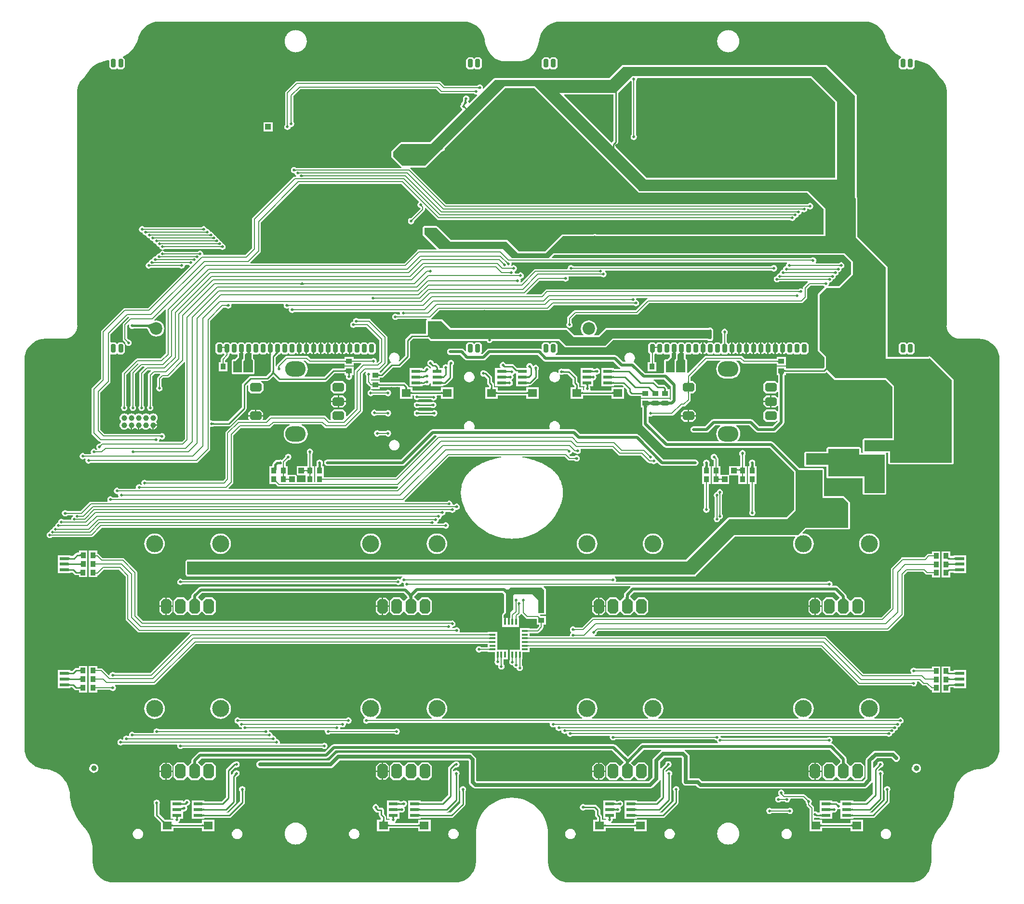
<source format=gtl>
%FSTAX23Y23*%
%MOIN*%
%SFA1B1*%

%IPPOS*%
%AMD60*
4,1,8,-0.008900,-0.029500,0.008900,-0.029500,0.017700,-0.020700,0.017700,0.020700,0.008900,0.029500,-0.008900,0.029500,-0.017700,0.020700,-0.017700,-0.020700,-0.008900,-0.029500,0.0*
%
%AMD61*
4,1,8,0.017700,0.049200,-0.017700,0.049200,-0.035400,0.031500,-0.035400,-0.031500,-0.017700,-0.049200,0.017700,-0.049200,0.035400,-0.031500,0.035400,0.031500,0.017700,0.049200,0.0*
%
%AMD64*
4,1,8,-0.041300,0.015700,-0.041300,-0.015700,-0.025600,-0.031500,0.025600,-0.031500,0.041300,-0.015700,0.041300,0.015700,0.025600,0.031500,-0.025600,0.031500,-0.041300,0.015700,0.0*
%
%ADD14C,0.008000*%
%ADD18R,0.039370X0.035433*%
%ADD19R,0.062992X0.023622*%
%ADD20R,0.035433X0.039370*%
%ADD21R,0.062992X0.055118*%
%ADD24R,0.084645X0.127952*%
%ADD25R,0.084645X0.039370*%
%ADD26R,0.120078X0.070866*%
%ADD27R,0.051181X0.059055*%
%ADD28R,0.039370X0.039370*%
%ADD50C,0.039370*%
%ADD51R,0.043307X0.013780*%
%ADD52R,0.013780X0.043307*%
%ADD53R,0.157480X0.157480*%
%ADD54C,0.020000*%
%ADD55C,0.010000*%
%ADD56C,0.006000*%
%ADD57C,0.027559*%
%ADD58C,0.015000*%
%ADD59C,0.086614*%
G04~CAMADD=60~4~0.0~0.0~354.3~590.6~0.0~88.6~0~0.0~0.0~0.0~0.0~0~0.0~0.0~0.0~0.0~0~0.0~0.0~0.0~180.0~354.0~590.0*
%ADD60D60*%
G04~CAMADD=61~4~0.0~0.0~708.7~984.3~0.0~177.2~0~0.0~0.0~0.0~0.0~0~0.0~0.0~0.0~0.0~0~0.0~0.0~0.0~0.0~708.7~984.3*
%ADD61D61*%
%ADD62C,0.118110*%
%ADD63O,0.141732X0.106299*%
G04~CAMADD=64~4~0.0~0.0~629.9~826.8~0.0~157.5~0~0.0~0.0~0.0~0.0~0~0.0~0.0~0.0~0.0~0~0.0~0.0~0.0~90.0~826.0~630.0*
%ADD64D64*%
%ADD65C,0.019685*%
%LNduo_x-1*%
%LPD*%
G36*
X03313Y05622D02*
X05424D01*
X05424Y05622*
X05446Y05621*
X05469Y05615*
X0549Y05606*
X05509Y05595*
X05526Y0558*
X05541Y05563*
X05553Y05543*
X05562Y05522*
X05564Y05514*
X05564Y05512*
X05565Y05509*
X05573Y05486*
X05585Y05462*
X056Y05439*
X05618Y05418*
X05639Y054*
X05662Y05385*
X05672Y0538*
X05671Y05375*
X05656Y0536*
Y05307*
X05671Y05292*
X05701*
X05711Y05302*
X05722Y05292*
X05751*
X05766Y05307*
Y05352*
X0577Y05355*
X05779Y05354*
X05814Y05345*
X0582Y05343*
X0582Y05343*
X05834Y05338*
X05856Y05327*
X05876Y05314*
X05894Y05298*
X0591Y0528*
X05919Y05266*
X0592Y05266*
X05935Y05243*
X05952Y05224*
X05954Y05222*
X05956Y05221*
X05959Y05217*
X05967Y05208*
X05976Y05193*
X05982Y05178*
X05986Y05162*
X05988Y05146*
X05988Y05145*
Y03519*
X05987*
X05989Y03501*
X05994Y03484*
X06003Y03468*
X06014Y03454*
X06028Y03443*
X06044Y03435*
X06061Y03429*
X06079Y03428*
Y03428*
X06209*
X06209Y03428*
X06231Y03426*
X06254Y03421*
X06275Y03412*
X06294Y034*
X06311Y03385*
X06326Y03368*
X06338Y03349*
X06347Y03328*
X06352Y03306*
X06354Y03284*
X06354Y03283*
Y00595*
X06354Y00594*
X06352Y00572*
X06347Y0055*
X06338Y00529*
X06326Y0051*
X06311Y00492*
X06294Y00477*
X06275Y00466*
X06254Y00457*
X06231Y00452*
X06217Y0045*
X06217Y0045*
X06216Y0045*
X06204Y00449*
X06179Y00444*
X06156Y00436*
X06134Y00425*
X06113Y00411*
X06094Y00395*
X06078Y00376*
X06064Y00356*
X06053Y00333*
X06045Y0031*
X0604Y00286*
X06039Y00272*
X06039Y00271*
X06039Y00271*
X06038Y00256*
X06033Y00222*
X06025Y0019*
X06014Y00158*
X05999Y00128*
X05982Y00099*
X05962Y00072*
X05948Y00056*
X05948Y00056*
X05948Y00056*
X05935Y00042*
X05919Y00019*
X05906Y-00004*
X05895Y-0003*
X05887Y-00057*
X05883Y-00084*
X05881Y-00112*
X05881*
Y-00191*
X05881Y-00192*
X0588Y-00214*
X05874Y-00236*
X05866Y-00257*
X05854Y-00276*
X05839Y-00294*
X05822Y-00308*
X05802Y-0032*
X05781Y-00329*
X05759Y-00334*
X05737Y-00336*
X05736Y-00336*
X03374*
X03373Y-00336*
X03351Y-00334*
X03329Y-00329*
X03308Y-0032*
X03289Y-00308*
X03272Y-00294*
X03257Y-00276*
X03245Y-00257*
X03236Y-00236*
X03231Y-00214*
X03229Y-00192*
X03229Y-00191*
Y00002*
X03229*
X03228Y0003*
X03223Y00057*
X03215Y00084*
X03205Y0011*
X03191Y00134*
X03175Y00157*
X03157Y00178*
X03136Y00197*
X03113Y00213*
X03088Y00226*
X03063Y00237*
X03036Y00245*
X03008Y00249*
X0298Y00251*
X02953Y00249*
X02925Y00245*
X02898Y00237*
X02872Y00226*
X02848Y00213*
X02825Y00197*
X02804Y00178*
X02786Y00157*
X0277Y00134*
X02756Y0011*
X02745Y00084*
X02738Y00057*
X02733Y0003*
X02731Y00002*
X02732*
Y-00191*
X02732Y-00192*
X0273Y-00214*
X02725Y-00236*
X02716Y-00257*
X02704Y-00276*
X02689Y-00294*
X02672Y-00308*
X02653Y-0032*
X02632Y-00329*
X02609Y-00334*
X02587Y-00336*
X02587Y-00336*
X00225*
X00224Y-00336*
X00202Y-00334*
X0018Y-00329*
X00159Y-0032*
X00139Y-00308*
X00122Y-00294*
X00107Y-00276*
X00095Y-00257*
X00087Y-00236*
X00081Y-00214*
X0008Y-00192*
X0008Y-00191*
Y-00112*
X0008*
X00078Y-00084*
X00074Y-00057*
X00066Y-0003*
X00055Y-00004*
X00042Y00019*
X00026Y00042*
X00013Y00056*
X00013Y00056*
X00013Y00056*
X0Y00072*
X-0002Y00099*
X-00037Y00128*
X-00052Y00158*
X-00063Y0019*
X-00071Y00222*
X-00076Y00256*
X-00077Y00271*
X-00077Y00271*
X-00077Y00272*
X-00078Y00286*
X-00083Y0031*
X-00091Y00333*
X-00102Y00356*
X-00116Y00376*
X-00132Y00395*
X-00151Y00411*
X-00172Y00425*
X-00194Y00436*
X-00217Y00444*
X-00242Y00449*
X-00255Y0045*
X-00255Y0045*
X-00255Y0045*
X-0027Y00452*
X-00292Y00457*
X-00313Y00466*
X-00332Y00477*
X-00349Y00492*
X-00364Y0051*
X-00376Y00529*
X-00385Y0055*
X-0039Y00572*
X-00392Y00594*
X-00392Y00595*
Y03283*
X-00392Y03284*
X-0039Y03306*
X-00385Y03328*
X-00376Y03349*
X-00364Y03368*
X-00349Y03385*
X-00332Y034*
X-00313Y03412*
X-00292Y03421*
X-0027Y03426*
X-00248Y03428*
X-00247Y03428*
X-00117*
Y03428*
X-00099Y03429*
X-00082Y03435*
X-00066Y03443*
X-00052Y03454*
X-00041Y03468*
X-00032Y03484*
X-00027Y03501*
X-00025Y03519*
X-00026*
Y05145*
X-00026Y05146*
X-00024Y05162*
X-0002Y05178*
X-00014Y05193*
X-00006Y05208*
X00002Y05217*
X00005Y05221*
X00007Y05222*
X00009Y05224*
X00026Y05243*
X00041Y05266*
X00041Y05266*
X00051Y0528*
X00067Y05298*
X00085Y05314*
X00105Y05327*
X00127Y05338*
X00141Y05343*
X00141Y05343*
X00147Y05345*
X00182Y05354*
X00191Y05355*
X00195Y05352*
Y05307*
X00209Y05292*
X00239*
X0025Y05302*
X0026Y05292*
X0029*
X00304Y05307*
Y0536*
X0029Y05375*
X00288Y0538*
X00299Y05385*
X00322Y054*
X00343Y05418*
X00361Y05439*
X00376Y05462*
X00388Y05486*
X00396Y05509*
X00397Y05512*
X00397Y05514*
X00399Y05522*
X00408Y05543*
X0042Y05563*
X00435Y0558*
X00452Y05595*
X00471Y05606*
X00492Y05615*
X00515Y05621*
X00537Y05622*
X00537Y05622*
X02648*
X02649Y05622*
X02671Y05621*
X02693Y05615*
X02714Y05606*
X02733Y05595*
X02751Y0558*
X02765Y05563*
X02777Y05543*
X02786Y05522*
X02791Y055*
X02792Y05494*
X02792Y05492*
X02793Y05489*
X02797Y05467*
X02805Y05444*
X02816Y05422*
X0283Y05401*
X02846Y05382*
X02856Y05374*
X02856Y05373*
X02857Y05372*
X02861Y05369*
X02866Y05366*
X02881Y05357*
X02899Y05352*
X02917Y0535*
Y0535*
X03044*
Y0535*
X03062Y05352*
X03079Y05357*
X03095Y05366*
X031Y05369*
X03104Y05372*
X03104Y05373*
X03105Y05374*
X03115Y05382*
X03131Y05401*
X03145Y05422*
X03156Y05444*
X03164Y05467*
X03168Y05489*
X03169Y05492*
X03169Y05494*
X0317Y055*
X03175Y05522*
X03184Y05543*
X03195Y05563*
X0321Y0558*
X03228Y05595*
X03247Y05606*
X03268Y05615*
X0329Y05621*
X03312Y05622*
X03313Y05622*
G37*
%LNduo_x-2*%
%LPC*%
G36*
X04477Y05564D02*
X04471Y05563D01*
X0447*
X04469Y05563*
X04469Y05563*
X04468*
X04467Y05563*
X04462Y05562*
X04456Y05561*
X04455Y05561*
X04455Y0556*
X04454Y0556*
X04453Y0556*
X04452Y0556*
X04447Y05558*
X04442Y05555*
X04442Y05555*
X04441Y05555*
X0444Y05554*
X04439Y05554*
X04439Y05553*
X04434Y05551*
X0443Y05547*
X04429Y05547*
X04428Y05546*
X04428Y05546*
X04427Y05545*
X04426Y05545*
X04422Y05541*
X04419Y05537*
X04418Y05537*
X04418Y05536*
X04417Y05535*
X04417Y05535*
X04416Y05534*
X04413Y0553*
X0441Y05525*
X0441Y05524*
X04409Y05523*
X04409Y05523*
X04409Y05522*
X04408Y05521*
X04406Y05516*
X04404Y05511*
X04404Y0551*
X04404Y0551*
X04403Y05509*
X04403Y05508*
X04403Y05507*
X04401Y05502*
X04401Y05497*
X04401Y05496*
Y05495*
X044Y05494*
X044Y05493*
Y05492*
X044Y05487*
X044Y05482*
Y05481*
X044Y0548*
X04401Y05479*
Y05478*
X04401Y05478*
X04401Y05472*
X04403Y05467*
X04403Y05466*
X04403Y05465*
X04404Y05465*
X04404Y05464*
X04404Y05463*
X04406Y05458*
X04408Y05453*
X04409Y05452*
X04409Y05451*
X04409Y05451*
X0441Y0545*
X0441Y05449*
X04413Y05444*
X04416Y0544*
X04417Y0544*
X04417Y05439*
X04418Y05438*
X04418Y05438*
X04419Y05437*
X04422Y05433*
X04426Y05429*
X04427Y05429*
X04428Y05428*
X04428Y05428*
X04429Y05427*
X0443Y05427*
X04434Y05423*
X04439Y05421*
X04439Y0542*
X0444Y0542*
X04441Y0542*
X04442Y05419*
X04442Y05419*
X04447Y05416*
X04452Y05415*
X04453Y05414*
X04454Y05414*
X04455Y05414*
X04455Y05414*
X04456Y05413*
X04462Y05412*
X04467Y05411*
X04468Y05411*
X04469*
X04469Y05411*
X0447Y05411*
X04471*
X04477Y0541*
X04482Y05411*
X04483*
X04484Y05411*
X04484Y05411*
X04485*
X04486Y05411*
X04491Y05412*
X04497Y05413*
X04498Y05414*
X04498Y05414*
X04499Y05414*
X045Y05414*
X04501Y05415*
X04506Y05416*
X04511Y05419*
X04512Y05419*
X04512Y0542*
X04513Y0542*
X04514Y0542*
X04514Y05421*
X04519Y05423*
X04523Y05427*
X04524Y05427*
X04525Y05428*
X04525Y05428*
X04526Y05429*
X04527Y05429*
X04531Y05433*
X04534Y05437*
X04535Y05438*
X04535Y05438*
X04536Y05439*
X04536Y0544*
X04537Y0544*
X0454Y05444*
X04543Y05449*
X04543Y0545*
X04544Y05451*
X04544Y05451*
X04545Y05452*
X04545Y05453*
X04547Y05458*
X04549Y05463*
X04549Y05464*
X0455Y05465*
X0455Y05465*
X0455Y05466*
X0455Y05467*
X04552Y05472*
X04552Y05478*
X04552Y05478*
Y05479*
X04553Y0548*
X04553Y05481*
Y05482*
X04553Y05487*
X04553Y05492*
Y05493*
X04553Y05494*
X04552Y05495*
Y05496*
X04552Y05497*
X04552Y05502*
X0455Y05507*
X0455Y05508*
X0455Y05509*
X0455Y0551*
X04549Y0551*
X04549Y05511*
X04547Y05516*
X04545Y05521*
X04545Y05522*
X04544Y05523*
X04544Y05523*
X04543Y05524*
X04543Y05525*
X0454Y0553*
X04537Y05534*
X04536Y05535*
X04536Y05535*
X04535Y05536*
X04535Y05537*
X04534Y05537*
X04531Y05541*
X04527Y05545*
X04526Y05545*
X04525Y05546*
X04525Y05546*
X04524Y05547*
X04523Y05547*
X04519Y05551*
X04514Y05553*
X04514Y05554*
X04513Y05554*
X04512Y05555*
X04512Y05555*
X04511Y05555*
X04506Y05558*
X04501Y0556*
X045Y0556*
X04499Y0556*
X04498Y0556*
X04498Y05561*
X04497Y05561*
X04491Y05562*
X04486Y05563*
X04485Y05563*
X04484*
X04484Y05563*
X04483Y05563*
X04482*
X04477Y05564*
G37*
G36*
X01484D02*
X01479Y05563D01*
X01478*
X01477Y05563*
X01477Y05563*
X01476*
X01475Y05563*
X01469Y05562*
X01464Y05561*
X01463Y05561*
X01462Y0556*
X01462Y0556*
X01461Y0556*
X0146Y0556*
X01455Y05558*
X0145Y05555*
X01449Y05555*
X01449Y05555*
X01448Y05554*
X01447Y05554*
X01447Y05553*
X01442Y05551*
X01438Y05547*
X01437Y05547*
X01436Y05546*
X01436Y05546*
X01435Y05545*
X01434Y05545*
X0143Y05541*
X01427Y05537*
X01426Y05537*
X01426Y05536*
X01425Y05535*
X01425Y05535*
X01424Y05534*
X01421Y0553*
X01418Y05525*
X01418Y05524*
X01417Y05523*
X01417Y05523*
X01416Y05522*
X01416Y05521*
X01413Y05516*
X01412Y05511*
X01412Y0551*
X01411Y0551*
X01411Y05509*
X01411Y05508*
X01411Y05507*
X01409Y05502*
X01409Y05497*
X01408Y05496*
Y05495*
X01408Y05494*
X01408Y05493*
Y05492*
X01408Y05487*
X01408Y05482*
Y05481*
X01408Y0548*
X01408Y05479*
Y05478*
X01409Y05478*
X01409Y05472*
X01411Y05467*
X01411Y05466*
X01411Y05465*
X01411Y05465*
X01412Y05464*
X01412Y05463*
X01413Y05458*
X01416Y05453*
X01416Y05452*
X01417Y05451*
X01417Y05451*
X01418Y0545*
X01418Y05449*
X01421Y05444*
X01424Y0544*
X01425Y0544*
X01425Y05439*
X01426Y05438*
X01426Y05438*
X01427Y05437*
X0143Y05433*
X01434Y05429*
X01435Y05429*
X01436Y05428*
X01436Y05428*
X01437Y05427*
X01438Y05427*
X01442Y05423*
X01447Y05421*
X01447Y0542*
X01448Y0542*
X01449Y0542*
X01449Y05419*
X0145Y05419*
X01455Y05416*
X0146Y05415*
X01461Y05414*
X01462Y05414*
X01462Y05414*
X01463Y05414*
X01464Y05413*
X01469Y05412*
X01475Y05411*
X01476Y05411*
X01477*
X01477Y05411*
X01478Y05411*
X01479*
X01484Y0541*
X0149Y05411*
X01491*
X01492Y05411*
X01492Y05411*
X01493*
X01494Y05411*
X01499Y05412*
X01505Y05413*
X01505Y05414*
X01506Y05414*
X01507Y05414*
X01508Y05414*
X01509Y05415*
X01514Y05416*
X01519Y05419*
X01519Y05419*
X0152Y0542*
X01521Y0542*
X01521Y0542*
X01522Y05421*
X01527Y05423*
X01531Y05427*
X01532Y05427*
X01533Y05428*
X01533Y05428*
X01534Y05429*
X01534Y05429*
X01539Y05433*
X01542Y05437*
X01543Y05438*
X01543Y05438*
X01544Y05439*
X01544Y0544*
X01545Y0544*
X01548Y05444*
X01551Y05449*
X01551Y0545*
X01552Y05451*
X01552Y05451*
X01552Y05452*
X01553Y05453*
X01555Y05458*
X01557Y05463*
X01557Y05464*
X01557Y05465*
X01558Y05465*
X01558Y05466*
X01558Y05467*
X0156Y05472*
X0156Y05478*
X0156Y05478*
Y05479*
X0156Y0548*
X01561Y05481*
Y05482*
X01561Y05487*
X01561Y05492*
Y05493*
X0156Y05494*
X0156Y05495*
Y05496*
X0156Y05497*
X0156Y05502*
X01558Y05507*
X01558Y05508*
X01558Y05509*
X01557Y0551*
X01557Y0551*
X01557Y05511*
X01555Y05516*
X01553Y05521*
X01552Y05522*
X01552Y05523*
X01552Y05523*
X01551Y05524*
X01551Y05525*
X01548Y0553*
X01545Y05534*
X01544Y05535*
X01544Y05535*
X01543Y05536*
X01543Y05537*
X01542Y05537*
X01539Y05541*
X01534Y05545*
X01534Y05545*
X01533Y05546*
X01533Y05546*
X01532Y05547*
X01531Y05547*
X01527Y05551*
X01522Y05553*
X01521Y05554*
X01521Y05554*
X0152Y05555*
X01519Y05555*
X01519Y05555*
X01514Y05558*
X01509Y0556*
X01508Y0556*
X01507Y0556*
X01506Y0556*
X01505Y05561*
X01505Y05561*
X01499Y05562*
X01494Y05563*
X01493Y05563*
X01492*
X01492Y05563*
X01491Y05563*
X0149*
X01484Y05564*
G37*
G36*
X03282Y05375D02*
X03252D01*
X03242Y05365*
X03231Y05375*
X03202*
X03187Y0536*
Y05307*
X03202Y05292*
X03231*
X03242Y05302*
X03252Y05292*
X03282*
X03297Y05307*
Y0536*
X03282Y05375*
G37*
G36*
X02759D02*
X0273D01*
X02719Y05365*
X02709Y05375*
X02679*
X02664Y0536*
Y05307*
X02679Y05292*
X02709*
X02719Y05302*
X0273Y05292*
X02759*
X02774Y05307*
Y0536*
X02759Y05375*
G37*
G36*
X05153Y05322D02*
X03748D01*
X03744Y05321*
X0374Y05318*
X03653Y05232*
X03133*
X02863*
X02859Y05231*
X02855Y05228*
X02784Y05158*
X0278Y0516*
X0278Y05165*
X02779Y05173*
X02774Y05181*
X02767Y05185*
X02758Y05187*
X0275Y05185*
X02742Y05181*
X02742Y0518*
X02514*
X02489Y05205*
X02484Y05209*
X02478Y0521*
X01493*
X01487Y05209*
X01482Y05205*
X01416Y05139*
X01413Y05134*
X01412Y05128*
Y04911*
X01411Y0491*
X01407Y04903*
X01405Y04895*
X01407Y04886*
X01411Y04879*
X01419Y04874*
X01427Y04872*
X01436Y04874*
X01443Y04879*
X01448Y04886*
X01449Y04893*
X01453Y04892*
X01462Y04894*
X01469Y04899*
X01474Y04906*
X01475Y04915*
X01474Y04923*
X01469Y0493*
X01468Y04931*
Y05106*
X01517Y05154*
X02457*
X02482Y05129*
X02487Y05125*
X02493Y05124*
X02717*
X02717Y05124*
X02725Y05119*
X02733Y05117*
X02737Y05118*
X0274Y05113*
X02685Y05059*
X02681Y05062*
X02679Y05069*
X02677Y05072*
X0268Y05074*
X02685Y05081*
X02686Y0509*
X02685Y05098*
X0268Y05105*
X02673Y0511*
X02664Y05112*
X02656Y0511*
X02648Y05105*
X02643Y05098*
X02642Y0509*
X02642Y05088*
X02641Y05084*
Y05074*
X02638Y05069*
X02637Y05064*
X02634Y05061*
X0263Y05055*
X02629Y0505*
X02626Y05045*
X02624Y05036*
X02626Y05028*
X0263Y05021*
X02636Y05017*
X02637Y05011*
X02413Y04787*
X02213*
X02209Y04786*
X02205Y04783*
X0215Y04728*
X02147Y04724*
X02146Y0472*
Y0469*
X02147Y04685*
X0215Y04681*
X02215Y04616*
X02216Y04615*
X02215Y0461*
X01573*
X01489*
X01489Y0461*
X01482Y04615*
X01473Y04616*
X01465Y04615*
X01457Y0461*
X01453Y04603*
X01451Y04594*
X01453Y04586*
X01457Y04578*
X01465Y04574*
X01473Y04572*
X01476Y04572*
X01478Y04566*
X01482Y04559*
X01489Y04555*
X01487Y0455*
X01478*
X01472Y04549*
X01467Y04545*
X01188Y04266*
X01184Y04261*
X01183Y04255*
Y04056*
X01135Y04008*
X00848*
X00845Y04012*
X00845Y04015*
X00844Y04023*
X00839Y0403*
X00832Y04035*
X00823Y04037*
X00815Y04035*
X00807Y0403*
X00807Y0403*
X0058*
X0058Y0403*
X00573Y04035*
X00564Y04037*
X00556Y04035*
X00548Y0403*
X00544Y04023*
X00542Y04016*
X00539Y04017*
X0053Y04015*
X00523Y0401*
X00518Y04003*
X00517Y03996*
X00513Y03997*
X00504Y03995*
X00497Y0399*
X00492Y03983*
X00491Y03977*
X0049Y03977*
X00481Y03975*
X00474Y0397*
X00469Y03963*
X00468Y03957*
X0046Y03955*
X00453Y0395*
X00448Y03943*
X00446Y03935*
X00448Y03926*
X00453Y03919*
X0046Y03914*
X00469Y03912*
X00477Y03914*
X00484Y03919*
X00485Y03919*
X0068*
X0068Y03919*
X00687Y03914*
X00696Y03912*
X00704Y03914*
X00712Y03919*
X00716Y03926*
X00718Y03935*
X00718Y03935*
X00721Y03939*
X00744*
X00744Y03939*
X0075Y03935*
X00751Y03929*
X00462Y0364*
X00303*
X00297Y03639*
X00292Y03635*
X00142Y03485*
X00139Y0348*
X00138Y03475*
Y03149*
X00077Y03089*
X00074Y03084*
X00073Y03078*
Y02775*
X00074Y02769*
X00077Y02764*
X00124Y02718*
X00129Y02715*
X00133Y02714*
X00135Y0271*
X00135Y02709*
X00128Y02702*
X00127Y02702*
X00119Y027*
X00111Y02695*
X00107Y02688*
X00105Y0268*
X00107Y02671*
X00111Y02665*
X00109Y0266*
X00104*
X00104Y0266*
X00097Y02665*
X00088Y02667*
X0008Y02665*
X00072Y0266*
X00068Y02653*
X00066Y02645*
X00068Y02636*
X00069Y02634*
X00066Y0263*
X00028*
X00027Y0263*
X0002Y02635*
X00012Y02637*
X00003Y02635*
X-00003Y0263*
X-00008Y02623*
X-0001Y02615*
X-00008Y02606*
X-00003Y02599*
X00003Y02594*
X00012Y02592*
X0002Y02594*
X00025Y02597*
X00028Y02597*
X00029Y02596*
X00031Y02592*
X00029Y02585*
X00031Y02576*
X00036Y02569*
X00043Y02564*
X00052Y02562*
X0006Y02564*
X00067Y02569*
X00068Y02569*
X00798*
X00804Y0257*
X00809Y02574*
X00889Y02654*
X00892Y02659*
X00893Y02665*
Y02814*
X00898Y02818*
X00903Y02817*
X00912Y02819*
X00917Y02822*
X01023*
X0103Y02823*
X01035Y02827*
X0114Y02932*
X01144Y02938*
X01146Y02945*
Y03101*
X01151Y03106*
X01155Y03104*
Y0307*
X01177Y03048*
X0124*
X01262Y0307*
Y03113*
X01245Y03131*
X01247Y03136*
X01289*
X01296Y03137*
X01301Y03141*
X01328Y03168*
X01361Y03134*
X01367Y03131*
X01374Y03129*
X01688*
X01695Y03131*
X017Y03134*
X01755Y03189*
X01822*
Y03176*
X01829*
X01832Y03171*
X01831Y03165*
X01833Y03156*
X01837Y03149*
X01845Y03144*
X01853Y03142*
X01862Y03144*
X01869Y03149*
X01874Y03156*
X01875Y03165*
X01874Y03171*
X01877Y03176*
X01885*
Y03236*
X01822*
Y03223*
X01747*
X01741Y03222*
X01735Y03218*
X01681Y03164*
X01547*
X01545Y03169*
X01548Y03171*
X01557Y03181*
X01563Y03192*
X01566Y03205*
X01568Y03217*
X01566Y0323*
X01563Y03242*
X01557Y03254*
X01548Y03264*
X01539Y03271*
X01539Y03274*
X0154Y03276*
X01553*
X0157Y03259*
X01575Y03255*
X01582Y03254*
X01822*
Y03243*
X01885*
Y03257*
X01937*
X01939Y03252*
X01897Y03211*
X01894Y03206*
X01893Y032*
Y02946*
X01838Y02891*
X01833Y02892*
Y02916*
X01811Y02938*
X01748*
X01726Y02916*
Y02873*
X0173Y02869*
X01728Y02865*
X0172*
X01694Y0289*
X01689Y02894*
X01683Y02895*
X01313*
X01307Y02894*
X01302Y0289*
X01277Y02865*
X01258*
X01256Y02869*
X0126Y02874*
Y0289*
X01209*
X01157*
Y02874*
X01162Y02869*
X0116Y02865*
X01088*
X01082Y02864*
X01077Y0286*
X01002Y02786*
X00999Y02781*
X00998Y02775*
Y02461*
X00982Y02445*
X00454*
X00454Y02445*
X00447Y0245*
X00438Y02452*
X0043Y0245*
X00422Y02445*
X00418Y02438*
X00416Y0243*
X00418Y02421*
X00419Y0242*
X00415Y02416*
X00409Y0242*
X00401Y02421*
X00392Y0242*
X00385Y02415*
X0038Y02408*
X00379Y02399*
X0038Y02395*
X00375Y0239*
X00264*
X00264Y0239*
X00257Y02395*
X00248Y02397*
X0024Y02395*
X00232Y0239*
X00228Y02383*
X00226Y02375*
X00228Y02366*
X00232Y02359*
X0024Y02354*
X00248Y02352*
X00253Y02353*
X00257Y02349*
X00256Y02345*
X00258Y02336*
X00259Y02334*
X00257Y0233*
X00219*
X00219Y0233*
X00212Y02335*
X00203Y02337*
X00195Y02335*
X00187Y0233*
X00183Y02323*
X00181Y02315*
X00183Y02306*
X00184Y02304*
X00181Y023*
X00068*
X00062Y02299*
X00057Y02295*
X-00002Y02235*
X-00095*
X-00095Y02235*
X-00102Y0224*
X-00111Y02242*
X-00119Y0224*
X-00127Y02235*
X-00131Y02228*
X-00133Y0222*
X-00131Y02211*
X-00127Y02204*
X-00119Y02199*
X-00111Y02197*
X-00102Y02199*
X-00095Y02204*
X-00095Y02204*
X-00057*
X-00055Y02199*
X-00062Y02195*
X-00066Y02188*
X-00068Y0218*
X-00068Y02179*
X-00071Y02175*
X-0012*
X-00121Y02175*
X-00128Y0218*
X-00136Y02182*
X-00145Y0218*
X-00152Y02175*
X-00157Y02168*
X-00159Y0216*
X-00158Y02156*
X-00165Y02155*
X-00172Y0215*
X-00177Y02143*
X-00179Y02135*
X-00178Y02131*
X-00185Y0213*
X-00192Y02125*
X-00197Y02118*
X-00198Y02111*
X-00205Y0211*
X-00212Y02105*
X-00217Y02098*
X-00218Y02091*
X-00225Y0209*
X-00232Y02085*
X-00237Y02078*
X-00239Y0207*
X-00237Y02061*
X-00232Y02054*
X-00225Y02049*
X-00216Y02047*
X-00208Y02049*
X-00201Y02054*
X-002Y02054*
X00071*
X00076Y02055*
X00081Y02059*
X00142Y02119*
X02507*
X02507Y02119*
X02515Y02114*
X02523Y02112*
X02532Y02114*
X02539Y02119*
X02544Y02126*
X02545Y02135*
X02544Y02143*
X02539Y0215*
X02532Y02155*
X02523Y02157*
X02515Y02155*
X02507Y0215*
X02507Y0215*
X02465*
X02463Y02155*
X02469Y02159*
X02474Y02166*
X02475Y02175*
X02475Y02178*
X02482Y02179*
X02489Y02184*
X02494Y02191*
X02495Y02198*
X02497Y02201*
X025Y02203*
X02507Y02204*
X02514Y02209*
X02519Y02216*
X0252Y02225*
X0252Y02225*
X02523Y02229*
X02552*
X02552Y02229*
X0256Y02224*
X02568Y02222*
X02577Y02224*
X02584Y02229*
X02589Y02236*
X0259Y02244*
X02598Y02242*
X02607Y02244*
X02614Y02249*
X02619Y02256*
X0262Y02265*
X02619Y02273*
X02614Y0228*
X02607Y02285*
X02598Y02287*
X0259Y02285*
X02582Y0228*
X02582Y0228*
X02572*
X02569Y02284*
X02569Y02285*
X02567Y02293*
X02563Y023*
X02555Y02305*
X02547Y02307*
X02538Y02305*
X02531Y023*
X02531Y023*
X02239*
X02239Y023*
X02238Y02305*
X02544Y02611*
X02907*
X02907Y02606*
X02896Y02605*
X02879Y02601*
X02871Y02599*
X0287Y02599*
X0287Y02599*
X02865Y02598*
X02855Y02596*
X02837Y0259*
X02828Y02587*
X02828Y02587*
X02827Y02587*
X02823Y02586*
X02814Y02583*
X02795Y02575*
X02787Y02572*
X02786Y02571*
X02786Y02571*
X02783Y0257*
X02775Y02567*
X02755Y02556*
X02747Y02552*
X02746Y02552*
X02746Y02551*
X02744Y0255*
X02738Y02547*
X02727Y0254*
X02727Y0254*
X0272Y02536*
X02718Y02535*
X02718Y02534*
X02718Y02534*
X02717Y02534*
X02716Y02533*
X02709Y02528*
X02701Y02522*
X027Y02521*
X027Y0252*
X02699Y0252*
X02698Y02518*
X02688Y0251*
X02683Y02504*
X02683Y02504*
X02682Y02503*
X0267Y02489*
X02655Y02467*
X02647Y0245*
X02646Y02449*
X02646Y02449*
X02643Y02442*
X02639Y0243*
X02638Y02428*
X02638Y02427*
X02637Y02427*
X02637Y02425*
X02634Y02416*
X02632Y02407*
X02632Y02406*
X02632Y02406*
X02632Y02406*
X02632Y02405*
X02631Y02403*
X02629Y02389*
X02627Y02362*
X02629Y02334*
X02632Y02319*
X02632Y02317*
X02632Y02316*
X02632Y02316*
X02632Y02315*
X02632Y02315*
X02633Y0231*
X02634Y02308*
X02635Y02305*
X02636Y023*
X02637Y02298*
X02639Y02291*
X0264Y0229*
X0264Y02289*
X0264Y02289*
X02642Y02284*
X02649Y02265*
X02651Y02259*
X02651Y02259*
X02652Y02258*
X02652Y02258*
X02652Y02258*
X02654Y02254*
X02664Y02233*
X02667Y02228*
X02667Y02228*
X02667Y02227*
X02682Y02203*
X02703Y02175*
X02726Y02148*
X02753Y02125*
X02781Y02104*
X02802Y02091*
X02805Y02089*
X02805Y02089*
X02806Y02089*
X02806Y02089*
X02806Y02089*
X02811Y02086*
X0283Y02076*
X02835Y02074*
X02835Y02074*
X02836Y02074*
X02837Y02074*
X02843Y02071*
X02861Y02064*
X02866Y02062*
X02866Y02062*
X02867Y02062*
X02868Y02061*
X02876Y02059*
X02892Y02055*
X02898Y02053*
X02898Y02053*
X02899Y02053*
X02901Y02052*
X0291Y0205*
X02925Y02048*
X0293Y02047*
X02931Y02047*
X02931Y02047*
X02935Y02046*
X02945Y02045*
X02959Y02044*
X02963Y02044*
X02964Y02044*
X02964Y02044*
X02968*
X0298Y02043*
X02992Y02044*
X02997*
X02997Y02044*
X02998Y02044*
X03002Y02044*
X03016Y02045*
X03026Y02046*
X0303Y02047*
X0303Y02047*
X03031Y02047*
X03036Y02048*
X03051Y0205*
X0306Y02052*
X03062Y02053*
X03063Y02053*
X03063Y02053*
X03069Y02055*
X03085Y02059*
X03092Y02061*
X03094Y02062*
X03095Y02062*
X03095Y02062*
X031Y02064*
X03118Y02071*
X03124Y02074*
X03125Y02074*
X03126Y02074*
X03126*
X03126Y02074*
X0313Y02076*
X0315Y02086*
X03155Y02089*
X03155Y02089*
X03155Y02089*
X03156Y02089*
X03156Y02089*
X03159Y02091*
X0318Y02104*
X03208Y02125*
X03235Y02148*
X03258Y02175*
X03279Y02203*
X03294Y02227*
X03294Y02228*
X03294Y02228*
X03297Y02233*
X03307Y02254*
X03309Y02258*
X03309Y02258*
X03309Y02258*
X03309Y02259*
X0331Y02259*
X03312Y02265*
X03319Y02284*
X03321Y02289*
X03321Y02289*
X03321Y0229*
X03322Y02291*
X03324Y02298*
X03325Y023*
X03326Y02305*
X03327Y02308*
X03327Y0231*
X03328Y02315*
X03329Y02315*
X03329Y02316*
X03329Y02316*
X03329Y02317*
X03329Y02319*
X03332Y02334*
X03334Y02362*
X03332Y02389*
X0333Y02403*
X03329Y02405*
X03329Y02406*
X03329Y02406*
X03329Y02406*
X03329Y02407*
X03327Y02416*
X03324Y02425*
X03323Y02427*
X03323Y02427*
X03323Y02428*
X03322Y0243*
X03318Y02442*
X03315Y02449*
X03315Y02449*
X03314Y0245*
X03306Y02467*
X03291Y02489*
X03279Y02503*
X03278Y02504*
X03278Y02504*
X03273Y0251*
X03263Y02518*
X03262Y0252*
X03261Y0252*
X03261Y02521*
X03259Y02522*
X03252Y02528*
X03245Y02533*
X03244Y02534*
X03243Y02534*
X03243Y02534*
X03243Y02535*
X03241Y02536*
X03234Y0254*
X03234Y0254*
X03223Y02547*
X03217Y0255*
X03215Y02551*
X03215Y02552*
X03214Y02552*
X03206Y02556*
X03186Y02567*
X03178Y0257*
X03175Y02571*
X03175Y02571*
X03174Y02572*
X03166Y02575*
X03146Y02583*
X03138Y02586*
X03134Y02587*
X03133Y02587*
X03133Y02587*
X03124Y0259*
X03106Y02596*
X03096Y02598*
X03091Y02599*
X03091Y02599*
X0309Y02599*
X03082Y02601*
X03065Y02605*
X03054Y02606*
X03054Y02611*
X03345*
X03367Y0259*
X03372Y02586*
X03378Y02585*
X03412*
X03412Y02585*
X0342Y0258*
X03428Y02578*
X03437Y0258*
X03444Y02585*
X03449Y02592*
X0345Y026*
X03449Y02609*
X03444Y02616*
X03437Y02621*
X03428Y02623*
X0342Y02621*
X03412Y02616*
X03412Y02616*
X03384*
X03378Y02622*
X0338Y02627*
X03384Y02628*
X03391Y02633*
X03396Y0264*
X03396Y02643*
X03401Y02644*
X03405Y0264*
X0341Y02637*
X03416Y02636*
X03419*
X0342Y02635*
X0342Y02635*
X03421Y02635*
X03427Y02631*
X03435Y02629*
X03444Y02631*
X03451Y02636*
X03456Y02643*
X03457Y02651*
X03456Y0266*
X03455Y02661*
X03457Y02666*
X03674*
X03716Y02624*
X03721Y0262*
X03727Y02619*
X03872*
X0392Y02571*
X03925Y02567*
X03931Y02566*
X03945*
X03945Y02566*
X03953Y02561*
X03961Y02559*
X0397Y02561*
X03977Y02566*
X0398Y0257*
X03986Y02571*
X04004Y02554*
X04011Y02549*
X0402Y02547*
X04248*
X04257Y02549*
X04264Y02554*
X04269Y02561*
X04271Y0257*
X04269Y02578*
X04264Y02585*
X04257Y0259*
X04248Y02592*
X04029*
X0386Y0276*
X03853Y02765*
X03845Y02767*
X03465*
X0346Y02768*
X03454Y02767*
X03453*
X03425Y02795*
X03418Y028*
X03409Y02802*
X03312*
X03309Y02807*
X03311Y02812*
X03311Y02815*
X03312Y02817*
Y02818*
X03312Y02822*
X03312Y02825*
Y02826*
X03311Y02829*
X03311Y02831*
X03307Y0284*
X03306Y02842*
X03304Y02844*
X03304Y02845*
X03301Y02847*
X03299Y0285*
X03298Y0285*
X03298Y0285*
X03296Y02852*
X03294Y02853*
X03285Y02857*
X03283Y02857*
X0328Y02858*
X03279*
X03276Y02858*
X03272Y02858*
X03271*
X03269Y02857*
X03266Y02857*
X03258Y02853*
X03256Y02852*
X03254Y0285*
X03253Y0285*
X0325Y02847*
X03248Y02845*
X03247Y02844*
X03246Y02842*
X03244Y0284*
X03241Y02831*
X0324Y02829*
X0324Y02826*
Y02825*
X03239Y02822*
X0324Y02818*
Y02817*
X0324Y02815*
X03241Y02812*
X03243Y02807*
X0324Y02802*
X02721*
X02718Y02807*
X0272Y02812*
X02721Y02815*
X02721Y02817*
Y02818*
X02722Y02822*
X02721Y02825*
Y02826*
X02721Y02829*
X0272Y02831*
X02717Y0284*
X02715Y02842*
X02714Y02844*
X02713Y02845*
X02711Y02847*
X02708Y0285*
X02707Y0285*
X02707Y0285*
X02705Y02852*
X02703Y02853*
X02695Y02857*
X02692Y02857*
X0269Y02858*
X02689*
X02685Y02858*
X02682Y02858*
X0268*
X02678Y02857*
X02676Y02857*
X02667Y02853*
X02665Y02852*
X02663Y0285*
X02662Y0285*
X02659Y02847*
X02657Y02845*
X02657Y02844*
X02655Y02842*
X02654Y0284*
X0265Y02831*
X0265Y02829*
X02649Y02826*
Y02825*
X02649Y02822*
X02649Y02818*
Y02817*
X0265Y02815*
X0265Y02812*
X02652Y02807*
X02649Y02802*
X02433*
X02425Y028*
X02417Y02795*
X02214Y02592*
X01703*
X01695Y0259*
X01687Y02585*
X01682Y02578*
X01681Y0257*
X01682Y02561*
X01687Y02554*
X01695Y02549*
X01703Y02547*
X02223*
X02232Y02549*
X02239Y02554*
X02442Y02757*
X02457*
X02459Y02752*
X02177Y0247*
X0168*
Y02483*
Y02546*
X0167*
Y0256*
X01671Y02561*
X01672Y0257*
X01671Y02578*
X01666Y02585*
X01659Y0259*
X0165Y02592*
X01642Y0259*
X01634Y02585*
X0163Y02578*
X01628Y0257*
X0163Y02561*
X0163Y0256*
Y02546*
X0162*
Y02486*
Y02435*
X01613*
Y02483*
Y02546*
X01599*
Y0263*
X01604Y02636*
X01605Y02645*
X01604Y02653*
X01599Y0266*
X01592Y02665*
X01583Y02667*
X01575Y02665*
X01567Y0266*
X01563Y02653*
X01561Y02645*
X01563Y02636*
X01567Y0263*
Y02546*
X01491*
Y02486*
X0143*
Y02546*
X01416*
Y0257*
X01434Y02587*
X01442Y02589*
X01449Y02594*
X01454Y02601*
X01455Y0261*
X01454Y02618*
X01449Y02625*
X01442Y0263*
X01433Y02632*
X01425Y0263*
X01417Y02625*
X01413Y02618*
X01411Y02611*
X01389Y02588*
X01387Y0259*
X01378Y02592*
X0137Y0259*
X01369Y02589*
X01357*
X0135Y02588*
X01343Y02584*
X01329Y0257*
X01325Y02563*
X01323Y02556*
Y02546*
X01303*
Y02483*
Y02423*
X01343*
X01358Y02409*
X01363Y02405*
X01368Y02404*
X0219*
X02191Y02404*
X02194Y024*
X02184Y0239*
X01022*
X0102Y02394*
X01049Y02424*
X01052Y02429*
X01053Y02435*
Y02758*
X01105Y02809*
X01303*
X01309Y0281*
X01314Y02814*
X01335Y02834*
X01441*
X01442Y02829*
X01442Y02829*
X0143Y02823*
X0142Y02815*
X01412Y02805*
X01406Y02794*
X01402Y02781*
X01401Y02769*
X01402Y02756*
X01406Y02744*
X01412Y02732*
X0142Y02722*
X0143Y02714*
X01442Y02708*
X01454Y02704*
X01467Y02703*
X01502*
X01515Y02704*
X01527Y02708*
X01538Y02714*
X01548Y02722*
X01557Y02732*
X01563Y02744*
X01566Y02756*
X01568Y02769*
X01566Y02781*
X01563Y02794*
X01557Y02805*
X01548Y02815*
X01538Y02823*
X01527Y02829*
X01527Y02829*
X01527Y02834*
X01664*
X01684Y02814*
X01689Y0281*
X01695Y02809*
X01829*
X01834Y0281*
X01839Y02814*
X01944Y02918*
X01947Y02923*
X01948Y02929*
Y03183*
X01967Y03202*
X01968Y03201*
X0197Y03196*
X01968Y03192*
X01966Y03183*
X01968Y03175*
X01972Y03168*
X01973Y03167*
Y03128*
X01974Y03122*
X01977Y03117*
X01997Y03098*
X02002Y03095*
X02004Y03094*
Y03079*
Y03079*
X02004Y03074*
X02001Y03074*
X01996Y03073*
X01988Y03068*
X01984Y03061*
X01982Y03052*
X01984Y03044*
X01988Y03036*
X01996Y03031*
X02004Y0303*
X02013Y03031*
X0202Y03036*
X0202Y03037*
X02107*
X02107Y03036*
X02115Y03032*
X02123Y0303*
X02132Y03032*
X02139Y03036*
X02144Y03044*
X02145Y03052*
X02144Y03061*
X02139Y03068*
X02132Y03073*
X02123Y03074*
X02115Y03073*
X02107Y03068*
X02107Y03067*
X0202*
X0202Y03068*
X02013Y03073*
X02008Y03073*
X02006Y03074*
X02006Y03079*
X02009*
X02009*
X02067*
Y03091*
X02205*
Y03012*
X02292*
Y03035*
X02298*
X02302Y0303*
X02301Y03025*
X02303Y03016*
X02307Y03009*
X02315Y03004*
X02323Y03002*
X02332Y03004*
X02337Y03007*
X02422*
X02423Y03006*
X0243Y03001*
X02438Y02999*
X02447Y03001*
X02454Y03006*
X02459Y03013*
X02461Y03022*
X02459Y0303*
X02459Y03031*
X02461Y03035*
X02488*
Y03012*
X02575*
Y03092*
X02488*
Y03069*
X02292*
Y03092*
X02265*
X02264Y03098*
X0226Y03104*
X02243Y03121*
X02238Y03125*
X02231Y03126*
X02067*
Y03138*
X02007*
X02005Y03142*
X02007Y03146*
X02067*
Y03158*
X02079*
X02086Y0316*
X02092Y03163*
X02115Y03187*
X02155Y03227*
X02198*
X02205Y03228*
X0221Y03232*
X02271Y03293*
X02275Y03299*
X02276Y03305*
Y03408*
X02295Y03427*
X02397*
X02402Y03428*
X02415Y03416*
X02419Y03413*
X02423Y03412*
X02805*
X02805Y03411*
X0281Y03404*
X02817Y03399*
X02825Y03397*
X02834Y03399*
X02841Y03404*
X02846Y03411*
X02846Y03412*
X03304*
X03345Y03371*
X03349Y03368*
X03354Y03367*
X03625*
X0363Y03368*
X03634Y03371*
X0368Y03417*
X04333*
X04335Y03416*
X04339Y03413*
X04343Y03412*
X04351*
X04352Y03412*
X04353Y03412*
X04358*
X04363Y03413*
X04367Y03416*
X0437Y0342*
X0437Y03423*
X04372Y03426*
X04374Y03435*
Y03483*
X04372Y03491*
X04367Y03499*
X0436Y03504*
X04352Y03505*
X04343Y03504*
X0434Y03502*
X03633*
X03629Y03501*
X03625Y03498*
X03578Y03452*
X0355*
X03549Y03456*
X03551Y03458*
X0356Y0347*
X03566Y03483*
X03568Y03498*
X03566Y03512*
X0356Y03526*
X03551Y03537*
X0354Y03546*
X03526Y03552*
X03512Y03554*
X03498Y03552*
X03484Y03546*
X03473Y03537*
X03464Y03526*
X03458Y03512*
X03456Y03498*
X03458Y03483*
X03464Y0347*
X03473Y03458*
X03475Y03456*
X03474Y03452*
X03413*
X03367Y03498*
X03363Y03501*
X03358Y03502*
X02558*
X02502Y03558*
X02498Y03561*
X02493Y03562*
X02423*
X02421Y03567*
X02424Y03569*
X0248Y03624*
X03227*
X03233Y03625*
X03238Y03629*
X03269Y03659*
X03822*
X03822Y03659*
X0383Y03654*
X03838Y03652*
X03847Y03654*
X03854Y03659*
X03859Y03666*
X0386Y03675*
X03859Y03683*
X03854Y0369*
X03847Y03695*
X0384Y03696*
X0384Y037*
X03839Y03704*
X03843Y03709*
X0392*
X0392Y03704*
X03917Y03704*
X03912Y037*
X03837Y03625*
X03418*
X03412Y03624*
X03407Y0362*
X03367Y03581*
X03364Y03576*
X03363Y0357*
Y03541*
X03362Y0354*
X03358Y03533*
X03356Y03525*
X03358Y03516*
X03362Y03509*
X0337Y03504*
X03378Y03502*
X03387Y03504*
X03394Y03509*
X03399Y03516*
X034Y03525*
X03399Y03533*
X03394Y0354*
X03393Y03541*
Y03564*
X03424Y03594*
X03843*
X03849Y03595*
X03854Y03599*
X0393Y03674*
X04983*
X04989Y03675*
X04994Y03679*
X05019Y03704*
X05022Y03709*
X05023Y03715*
Y03773*
X05045Y03794*
X05137*
X05137Y03794*
X05142Y0379*
X05144Y03785*
X05143Y03784*
X051Y0374*
X05097Y03736*
X05096Y03732*
Y03349*
X05097Y03345*
X051Y03341*
X05141Y03299*
Y03232*
X05133Y03223*
X04875*
Y03236*
X04812*
Y0319*
X04811Y0319*
X04812Y03189*
Y03189*
X04811Y03188*
X04812Y03188*
Y03176*
X0482*
X0482Y03176*
X04821Y03174*
X04821Y03173*
Y03124*
X04816Y03122*
X04803Y03135*
X0474*
X04718Y03113*
Y0307*
X0474Y03048*
X04803*
X04816Y03061*
X04821Y03059*
Y03023*
X04816Y03021*
X04802Y03034*
X04777*
Y02993*
Y02951*
X04802*
X04816Y02965*
X04821Y02963*
Y02927*
X04816Y02925*
X04803Y02938*
X0474*
X04718Y02916*
Y02873*
X0474Y02851*
X04803*
X04814Y02861*
X04819Y0286*
X04819Y02857*
X04784Y02822*
X04692*
X0465Y02865*
X04642Y0287*
X04634Y02871*
X04376*
X04367Y0287*
X0436Y02865*
X04317Y02822*
X04237*
X04228Y0282*
X04221Y02815*
X04216Y02808*
X04215Y028*
X04216Y02791*
X04221Y02784*
X04228Y02779*
X04237Y02777*
X04327*
X04335Y02779*
X04342Y02784*
X04385Y02827*
X04419*
X04421Y02822*
X04413Y02815*
X04404Y02805*
X04398Y02794*
X04395Y02781*
X04393Y02769*
X04395Y02756*
X04398Y02744*
X04404Y02732*
X04413Y02722*
X04414Y02721*
X04412Y02717*
X04058*
X03926Y02848*
Y02887*
X03931Y0289*
X03938Y02889*
X03947Y0289*
X03953Y02895*
X04087*
X04094Y02896*
X04099Y029*
X04158Y02958*
X0417*
X04176Y02959*
X04181Y02963*
X04212Y02994*
X04216Y03*
X04217Y03006*
Y03048*
X04233*
X04254Y0307*
Y03113*
X04233Y03135*
X04217*
Y03163*
X04331Y03276*
X04421*
X04422Y03274*
X04422Y03271*
X04413Y03264*
X04404Y03254*
X04398Y03242*
X04395Y0323*
X04393Y03217*
X04395Y03205*
X04398Y03192*
X04404Y03181*
X04413Y03171*
X04422Y03163*
X04434Y03157*
X04446Y03153*
X04459Y03152*
X04494*
X04507Y03153*
X04519Y03157*
X04531Y03163*
X04541Y03171*
X04549Y03181*
X04555Y03192*
X04558Y03205*
X0456Y03217*
X04558Y0323*
X04555Y03242*
X04549Y03254*
X04541Y03264*
X04531Y03271*
X04531Y03274*
X04532Y03276*
X04556*
X04574Y03259*
X04579Y03255*
X04585Y03254*
X04812*
Y03243*
X04875*
Y03303*
X04812*
Y03287*
X04592*
X04575Y03304*
X04569Y03308*
X04563Y03309*
X04324*
Y03309*
X04318Y03308*
X04313Y03304*
X04197Y03189*
X04197Y03189*
X04193Y03195*
Y03278*
X04192Y03282*
X04189Y03286*
X04183Y03293*
Y03318*
X04187Y0332*
X04216*
X04227Y0333*
X04237Y0332*
X04266*
X04278Y03331*
X04288Y03322*
X04297*
Y03361*
Y03401*
X04288*
X04278Y03391*
X04266Y03403*
X04237*
X04227Y03392*
X04216Y03403*
X04187*
X04177Y03392*
X04166Y03403*
X04137*
X04127Y03392*
X04116Y03403*
X04087*
X04077Y03392*
X04066Y03403*
X04037*
X04027Y03392*
X04016Y03403*
X03987*
X03977Y03392*
X03966Y03403*
X03937*
X03922Y03388*
Y03334*
X03936Y0332*
Y03266*
X0392*
Y03203*
X03979*
Y03266*
X03967*
Y0332*
X03977Y0333*
X03987Y0332*
X04016*
X04027Y0333*
X04037Y0332*
X04066*
X04068Y03322*
X04073Y0332*
Y03303*
X04055Y03285*
X04045*
X04041Y03284*
X04037Y03282*
X04034Y03278*
X04033Y03273*
Y03195*
X04033Y03194*
X04029Y03189*
X039*
X03829Y03261*
X03823Y03265*
X03822Y03266*
X03821Y03268*
X03821Y03271*
X03823Y03272*
X03823Y03273*
X03825Y03275*
X03826Y03277*
X0383Y03286*
X0383Y03288*
X03831Y0329*
Y03292*
X03831Y03295*
X03831Y03299*
Y033*
Y033*
X0383Y03302*
X0383Y03305*
X03826Y03313*
X03825Y03315*
X03823Y03317*
X03823Y03318*
X0382Y03321*
X03817Y03323*
X03817Y03324*
X03815Y03325*
X03813Y03327*
X03804Y0333*
X03802Y03331*
X03799Y03331*
X03798*
X03795Y03331*
X03791Y03331*
X0379*
X03788Y03331*
X03785Y0333*
X03777Y03327*
X03775Y03325*
X03773Y03324*
X03772Y03323*
X03769Y03321*
X03767Y03318*
X03766Y03317*
X03765Y03315*
X03763Y03313*
X0376Y03305*
X03759Y03302*
X03759Y033*
Y03299*
X03758Y03295*
X03759Y03292*
Y0329*
X03759Y03288*
X0376Y03286*
X03763Y03277*
X03765Y03275*
X03766Y03273*
X03767Y03272*
X03767Y03272*
X03764Y03267*
X03748*
X03707Y03309*
X037Y03313*
X03691Y03315*
X03283*
X03282Y0332*
X03297Y03334*
Y03388*
X03282Y03403*
X03252*
X03242Y03392*
X03231Y03403*
X03202*
X03187Y03388*
Y03357*
X03182Y03354*
X03177Y03357*
X03169Y03359*
X02821*
X02812Y03357*
X02805Y03352*
X02775Y03322*
X02769*
X02767Y03327*
X02774Y03334*
Y03388*
X02759Y03403*
X0273*
X02719Y03392*
X02709Y03403*
X02679*
X02664Y03388*
Y03344*
X0266Y03342*
X02649Y03352*
X02642Y03357*
X02633Y03359*
X02553*
X02545Y03357*
X02537Y03352*
X02532Y03345*
X02531Y03337*
X02532Y03328*
X02537Y03321*
X02545Y03316*
X02553Y03314*
X02624*
X02654Y03284*
X02661Y03279*
X0267Y03277*
X02784*
X02793Y03279*
X028Y03284*
X0283Y03314*
X03159*
X03197Y03277*
X03204Y03272*
X03212Y0327*
X03682*
X03723Y03229*
X0373Y03224*
X0373Y03224*
X0373Y03219*
X03687*
Y03225*
X036*
Y03186*
Y03138*
Y03099*
X03687*
Y03106*
X03745*
X03754Y03097*
X03752Y03092*
X03669*
Y03069*
X03525*
X03522Y03074*
X03523Y03081*
X03521Y03089*
X03518Y03094*
Y03099*
X03542*
Y03135*
X03543Y0314*
X03552Y03142*
X03559Y03146*
X03564Y03154*
X03565Y03162*
X03564Y03171*
X0356Y03176*
X03563Y0318*
X03568Y03179*
X03577Y03181*
X03584Y03186*
X03589Y03193*
X0359Y03202*
X03589Y0321*
X03584Y03217*
X03577Y03222*
X03568Y03224*
X0356Y03222*
X03555Y03219*
X03542*
Y03225*
X03455*
Y03178*
Y03147*
Y03099*
X03483*
Y03094*
X0348Y03089*
X03478Y03081*
X03479Y03076*
X03475Y03072*
X03473Y03073*
Y03092*
X03447*
Y0311*
X03445Y03116*
X03442Y03122*
X03433Y0313*
Y03157*
X03432Y03164*
X03428Y0317*
X03386Y03212*
X03381Y03216*
X03374Y03217*
X03337*
X03332Y0322*
X03323Y03222*
X03315Y0322*
X03307Y03215*
X03303Y03208*
X03301Y032*
X03302Y03194*
X03302Y03194*
X03298Y03191*
X03298Y03191*
X03296Y03192*
X03294Y03194*
X03285Y03197*
X03283Y03198*
X0328Y03198*
X03279*
X03276Y03199*
X03272Y03198*
X03271*
X03269Y03198*
X03266Y03197*
X03258Y03194*
X03256Y03192*
X03254Y03191*
X03253Y0319*
X0325Y03188*
X03248Y03185*
X03247Y03184*
X03246Y03182*
X03244Y0318*
X03241Y03172*
X0324Y03169*
X0324Y03167*
Y03166*
X03239Y03162*
X0324Y03159*
Y03158*
X0324Y03155*
X03241Y03153*
X03244Y03144*
X03246Y03142*
X03247Y0314*
X03248Y03139*
X0325Y03137*
X03253Y03134*
X03254Y03134*
X03256Y03132*
X03258Y03131*
X03266Y03127*
X03269Y03127*
X03271Y03126*
X03272*
X03276Y03126*
X03279Y03126*
X0328*
X03283Y03127*
X03285Y03127*
X03294Y03131*
X03296Y03132*
X03298Y03134*
X03298*
X03299Y03134*
X03301Y03137*
X03304Y03139*
X03304Y0314*
X03306Y03142*
X03307Y03144*
X03311Y03153*
X03311Y03155*
X03312Y03158*
Y03159*
X03312Y03162*
X03312Y03166*
Y03167*
X03311Y03169*
X03311Y03172*
X03309Y03177*
X03313Y0318*
X03315Y03179*
X03323Y03177*
X03332Y03179*
X03337Y03182*
X03367*
X03399Y0315*
Y03123*
X034Y03116*
X03404Y03111*
X03412Y03102*
Y03092*
X03386*
Y03012*
X03473*
Y03035*
X03669*
Y03012*
X03756*
Y03088*
X03761Y0309*
X03777Y03074*
Y03061*
X03779Y03054*
X03782Y03049*
X03796Y03036*
X03801Y03032*
X03808Y03031*
X03872*
Y03018*
X03936*
X03936*
X0394Y0302*
X04003*
X04007Y03019*
X04008*
X04071*
Y03079*
X0406*
X04056Y03081*
X04055Y03087*
X04051Y03093*
X0404Y03104*
X04035Y03107*
X04028Y03109*
X03995*
X03968Y03135*
X03963Y03139*
X0396Y03139*
X03961Y03144*
X04034*
X04079Y031*
Y03008*
X04076Y03004*
X04073*
X04072Y03004*
X04071Y03005*
Y03012*
X04059*
X04059Y03012*
X04058Y03012*
X04021*
X04021Y03012*
X04021Y03012*
X0402*
X04019Y03012*
X04019Y03012*
X04007*
X04003Y03012*
X04002*
X03991*
X03991Y03012*
X0399Y03012*
X0399*
X03989Y03012*
X03989Y03012*
X03953*
X03953Y03012*
X03953Y03012*
X03952*
X03952Y03012*
X03951Y03012*
X0394*
X0394*
X03936Y03011*
X03924*
X03923Y03011*
X03923Y03011*
X03872*
Y02965*
X03872Y02965*
X03872Y02964*
Y02964*
X03872Y02963*
X03872Y02963*
Y02951*
X03881*
X03881Y02951*
X03881Y02949*
X03881Y02948*
Y02839*
X03883Y0283*
X03888Y02823*
X04033Y02678*
X0404Y02674*
X04049Y02672*
X04764*
X04931Y02505*
Y02243*
X04879Y02192*
X04484*
X04479Y02191*
X04475Y02188*
X04184Y01897*
X00733*
X00729Y01896*
X00725Y01893*
X00722Y01889*
X00721Y01885*
Y018*
X00722Y01795*
X00725Y01791*
X0073Y01786*
X00734Y01783*
X00739Y01782*
X02221*
X02222Y01777*
X02217Y01774*
X02213Y01767*
X02212Y01765*
X02207Y01762*
X02203Y01765*
X02194Y01767*
X02186Y01765*
X02178Y0176*
X02178Y0176*
X00703*
X00703Y0176*
X00696Y01765*
X00687Y01767*
X00679Y01765*
X00671Y0176*
X00667Y01753*
X00665Y01745*
X00667Y01736*
X00671Y01729*
X00679Y01724*
X00687Y01722*
X00696Y01724*
X00703Y01729*
X00703Y01729*
X02178*
X02178Y01729*
X02186Y01724*
X02194Y01722*
X02203Y01724*
X0221Y01729*
X02215Y01736*
X02215Y01738*
X02221Y0174*
X02225Y01738*
X02232Y01736*
X02231Y0173*
X02233Y01721*
X02235Y01717*
X02233Y01712*
X00828*
X0082Y0171*
X00812Y01705*
X0077Y01663*
X00765Y01655*
X00763Y01647*
Y0164*
X00763Y01638*
X00763Y01637*
X00762*
X00739Y01614*
X00736Y01614*
X00734Y01614*
X00711Y01637*
X00663*
X0064Y01613*
Y01538*
X00663Y01514*
X00711*
X00734Y01537*
X00736Y01538*
X00739Y01537*
X00762Y01514*
X00809*
X00832Y01537*
X00835Y01538*
X00838Y01537*
X0086Y01514*
X00908*
X00931Y01538*
Y01613*
X00908Y01637*
X0086*
X00838Y01614*
X00835Y01614*
X00832Y01614*
X00809Y01637*
X00811Y01641*
X00837Y01667*
X02233*
X02251Y01648*
X02253Y01647*
X02254Y01644*
X02256Y01642*
X02257Y0164*
X02258Y01637*
X02258Y01637*
X02235Y01614*
X02232Y01614*
X0223Y01614*
X02207Y01637*
X02159*
X02136Y01613*
Y01538*
X02159Y01514*
X02207*
X0223Y01537*
X02232Y01538*
X02235Y01537*
X02258Y01514*
X02305*
X02328Y01537*
X02331Y01538*
X02334Y01537*
X02356Y01514*
X02404*
X02427Y01538*
Y01613*
X02404Y01637*
X02356*
X02334Y01614*
X02331Y01614*
X02328Y01614*
X02305Y01637*
X02304*
X02304Y01638*
X02304Y0164*
Y01642*
X02331Y01669*
X02917*
X02926Y0166*
Y01605*
Y01588*
Y01535*
X02915Y01523*
X02912Y01519*
X02911Y01515*
Y01498*
X02912*
X02912Y01496*
X02912Y01493*
X02914Y01491*
Y0149*
X02914Y0149*
X02914Y01489*
Y01489*
X02914Y01488*
X02914Y01488*
X02914*
X02914Y01488*
Y01433*
X03028*
Y015*
X03027*
X03026Y01505*
X03039Y01519*
X03041Y01522*
X03047Y01522*
X03047Y01522*
X03047Y01521*
X03075Y01494*
X0308Y0149*
X03086Y01489*
X03152*
Y0145*
X03168*
Y01438*
X03151Y01421*
X03104*
Y01425*
X03037*
Y01387*
Y01361*
Y01336*
Y0131*
Y01276*
X02965*
Y01209*
X02967Y01204*
X02967Y01204*
X02963Y01198*
X02962Y01189*
X02963Y01181*
X02968Y01174*
X02975Y01169*
X02984Y01167*
X02987Y01168*
X02989Y01161*
X02994Y01154*
X03001Y01149*
X03009Y01147*
X03013Y01148*
X03014Y01141*
X03019Y01134*
X03026Y01129*
X03035Y01127*
X03043Y01129*
X03051Y01134*
X03056Y01141*
X03057Y0115*
X03056Y01158*
X03051Y01165*
X0305Y01166*
Y01209*
X03054*
Y01259*
X03104*
Y01288*
X05118*
X05374Y01033*
X05379Y01029*
X05384Y01028*
X05743*
X05744Y01028*
X05751Y01023*
X0576Y01021*
X05768Y01023*
X05775Y01028*
X0578Y01035*
X05782Y01043*
X05781Y01049*
X05784Y01054*
X05797*
X05818Y01033*
X05823Y01029*
X05829Y01028*
X05846*
X05874Y01*
X05879Y00996*
X05885Y00995*
Y00979*
X05944*
Y01038*
X05944*
Y01097*
Y0116*
X05885*
Y01145*
X05776*
X05775Y01145*
X05768Y0115*
X0576Y01152*
X05751Y0115*
X05744Y01145*
X05739Y01138*
X05737Y0113*
X05739Y01121*
X05743Y01115*
X05741Y0111*
X05412*
X05156Y01365*
X05151Y01369*
X05146Y0137*
X03556*
X03554Y01375*
X0356Y01379*
X03565Y01386*
X03567Y01395*
X03567Y01395*
X03576Y01404*
X05578*
X05584Y01405*
X05589Y01409*
X05689Y01509*
X05692Y01514*
X05693Y0152*
Y01791*
X05716Y01814*
X05827*
X05842Y01799*
X05847Y01795*
X05853Y01794*
X05885*
Y01775*
X05944*
Y01834*
Y01898*
X05944*
Y01956*
X05885*
Y0194*
X05863*
X05858Y01939*
X05853Y01936*
X05832Y01915*
X05683*
X05677Y01914*
X05672Y0191*
X05606Y01843*
X05602Y01838*
X05601Y01833*
Y01564*
X05537Y015*
X03543*
X03537Y01499*
X03532Y01495*
X03467Y0143*
X03419*
X03419Y0143*
X03412Y01435*
X03403Y01437*
X03395Y01435*
X03387Y0143*
X03383Y01423*
X03381Y01414*
X03383Y01406*
X03387Y01399*
X0339Y01397*
Y01392*
X03387Y0139*
X03383Y01383*
X03381Y01375*
X03381Y01374*
X03378Y0137*
X03104*
Y0139*
X03158*
X03163Y01392*
X03168Y01395*
X03194Y0142*
X03197Y01425*
X03198Y01431*
Y0145*
X03215*
Y01509*
X03177*
X03175Y01512*
X03177Y01517*
X03215*
Y01526*
X03215Y01528*
X03215Y0153*
Y01584*
X03215Y01585*
X03215Y01585*
Y01675*
Y01688*
X03215Y01693*
X03212Y01697*
X03199Y01709*
X03201Y01714*
X03798*
X03799Y01709*
X03762Y01672*
X03757Y01665*
X03755Y01656*
Y0164*
X03755Y01638*
X03755Y01637*
X03754*
X03731Y01614*
X03728Y01614*
X03726Y01614*
X03703Y01637*
X03656*
X03632Y01613*
Y01538*
X03656Y01514*
X03703*
X03726Y01537*
X03728Y01538*
X03731Y01537*
X03754Y01514*
X03801*
X03824Y01537*
X03827Y01538*
X0383Y01537*
X03852Y01514*
X039*
X03924Y01538*
Y01613*
X039Y01637*
X03852*
X0383Y01614*
X03827Y01614*
X03824Y01614*
X03801Y01637*
X038*
X038Y01638*
X038Y0164*
Y01647*
X03825Y01672*
X05214*
X0525Y01636*
X05227Y01614*
X05225Y01614*
X05222Y01614*
X05199Y01637*
X05152*
X05128Y01613*
Y01538*
X05152Y01514*
X05199*
X05222Y01537*
X05225Y01538*
X05227Y01537*
X0525Y01514*
X05297*
X0532Y01537*
X05323Y01538*
X05326Y01537*
X05348Y01514*
X05396*
X0542Y01538*
Y01613*
X05396Y01637*
X05348*
X05326Y01614*
X05323Y01614*
X0532Y01614*
X05297Y01637*
X05296*
X05296Y01638*
X05296Y01639*
Y01644*
X05294Y01653*
X0529Y0166*
X05239Y0171*
X05232Y01715*
X05223Y01717*
X05199*
X05196Y01722*
X05198Y0173*
X05196Y01738*
X05191Y01745*
X05184Y0175*
X05175Y01752*
X05167Y0175*
X0516Y01745*
X05159Y01745*
X03702*
X037Y01749*
X037Y0175*
X03702Y01758*
X037Y01766*
X03695Y01774*
X0369Y01777*
X03691Y01782*
X04243*
X04248Y01783*
X04252Y01786*
X04523Y02057*
X04938*
X0494Y02053*
X04937Y02048*
X0493Y02036*
X04926Y02023*
X04925Y02009*
X04926Y01995*
X0493Y01981*
X04937Y01969*
X04946Y01958*
X04957Y01949*
X04969Y01943*
X04982Y01939*
X04996Y01937*
X0501Y01939*
X05024Y01943*
X05036Y01949*
X05047Y01958*
X05056Y01969*
X05062Y01981*
X05066Y01995*
X05068Y02009*
X05066Y02023*
X05062Y02036*
X05056Y02048*
X05047Y02059*
X05036Y02068*
X05024Y02075*
X0501Y02079*
X04996Y0208*
X04992Y0208*
X0499Y02084*
X05013Y02107*
X05307*
X05312Y02108*
X05316Y02111*
X05319Y02115*
X0532Y0212*
Y02291*
X05319Y02296*
X05316Y023*
X05282Y02333*
X05278Y02336*
X05274Y02337*
X0514*
Y0252*
X0514Y02524*
X05137Y02528*
X05133Y0253*
Y02531*
X05133*
X05133Y02531*
X05128Y02532*
X04968*
X04789Y0271*
X04782Y02715*
X04773Y02717*
X04541*
X04539Y02721*
X04541Y02722*
X04549Y02732*
X04555Y02744*
X04558Y02756*
X0456Y02769*
X04558Y02781*
X04555Y02794*
X04549Y02805*
X04541Y02815*
X04532Y02822*
X04534Y02827*
X04624*
X04667Y02784*
X04675Y02779*
X04683Y02777*
X04793*
X04802Y02779*
X04809Y02784*
X04859Y02834*
X04864Y02841*
X04866Y0285*
Y03173*
X04866Y03174*
X04866Y03176*
X04866Y03176*
X04875*
Y03188*
X04875Y03188*
X04875Y03189*
X0514*
X05146Y0319*
X05152Y03194*
X05157Y03199*
X0521Y03146*
X05214Y03143*
X05218Y03142*
X05563*
X05611Y03094*
Y0285*
Y02737*
X05418*
X05414Y02736*
X0541Y02733*
X05407Y02729*
X05406Y02725*
Y0265*
X05407Y02645*
X05409Y02642*
X05408Y02638*
X05407Y02637*
X05395*
Y02665*
X05395Y02669*
X05392Y02673*
X05388Y02676*
X05383Y02677*
X05168*
X05164Y02676*
X0516Y02673*
X05157Y02669*
X05156Y02665*
Y02646*
X05015*
X0501Y02646*
X05006Y02643*
X05004Y02639*
X05003Y02634*
Y02555*
X05004Y0255*
X05006Y02546*
X0501Y02543*
X05015Y02542*
X05156*
Y02475*
X05157Y0247*
X0516Y02466*
X05164Y02463*
X05168Y02462*
X05406*
Y0236*
X05407Y02355*
X0541Y02351*
X05414Y02348*
X05418Y02347*
X05558*
X05563Y02348*
X05567Y02351*
X0557Y02355*
X0557Y0236*
Y02625*
X0557Y02629*
X05567Y02632*
X05568Y02636*
X0557Y02637*
X05583*
Y0257*
X05584Y02565*
X05587Y02561*
X05591Y02558*
X05596Y02557*
X06023*
X06028Y02558*
X06032Y02561*
X06035Y02565*
X06035Y0257*
Y0296*
Y03139*
X06035Y03144*
X06032Y03148*
X05877Y03303*
X05873Y03306*
X05868Y03307*
X05864Y03306*
X0586Y03303*
X05858Y03302*
X05579*
Y03564*
Y03921*
X05578Y03926*
X05575Y0393*
X0537Y04135*
Y044*
X0537Y04404*
X05367Y04408*
X05365Y0441*
Y0511*
X05365Y05114*
X05362Y05118*
X05162Y05318*
X05158Y05321*
X05153Y05322*
G37*
G36*
X01325Y04926D02*
X01262D01*
Y04863*
X01325*
Y04926*
G37*
G36*
X00848Y04207D02*
X0084Y04205D01*
X00832Y042*
X00832Y042*
X00438*
X00438Y042*
X00431Y04205*
X00422Y04207*
X00414Y04205*
X00406Y042*
X00402Y04193*
X004Y04185*
X00402Y04176*
X00406Y04169*
X00414Y04164*
X00422Y04162*
X00425Y04163*
X00426Y04156*
X00431Y04149*
X00438Y04144*
X00447Y04142*
X0045Y04143*
X00451Y04136*
X00456Y04129*
X00463Y04124*
X00472Y04122*
X00475Y04123*
X00476Y04116*
X00481Y04109*
X00488Y04104*
X00496Y04102*
X00499Y04103*
X005Y04096*
X00505Y04089*
X00512Y04084*
X0052Y04082*
X00521Y04076*
X00526Y04069*
X00533Y04064*
X00542Y04062*
X00542Y04062*
X00543Y04056*
X00548Y04049*
X00555Y04044*
X00564Y04042*
X00572Y04044*
X00579Y04049*
X0058Y04049*
X00962*
X00962Y04049*
X0097Y04044*
X00978Y04042*
X00987Y04044*
X00994Y04049*
X00999Y04056*
X01Y04065*
X00999Y04073*
X00994Y0408*
X00987Y04085*
X0098Y04086*
X00979Y04093*
X00974Y041*
X00967Y04105*
X0096Y04106*
X00959Y04113*
X00954Y0412*
X00947Y04125*
X0094Y04126*
X00939Y04133*
X00934Y0414*
X00927Y04145*
X0092Y04146*
X00919Y04153*
X00914Y0416*
X00907Y04165*
X00898Y04167*
X00895Y04166*
X00894Y04173*
X00889Y0418*
X00882Y04185*
X00873Y04187*
X0087Y04186*
X00869Y04193*
X00864Y042*
X00857Y04205*
X00848Y04207*
G37*
G36*
X05016Y03403D02*
X04987D01*
X04977Y03392*
X04966Y03403*
X04937*
X04927Y03392*
X04916Y03403*
X04887*
X04875Y03391*
X04865Y03401*
X04857*
Y03361*
Y03322*
X04865*
X04875Y03331*
X04887Y0332*
X04916*
X04927Y0333*
X04937Y0332*
X04966*
X04977Y0333*
X04987Y0332*
X05016*
X05031Y03334*
Y03388*
X05016Y03403*
G37*
G36*
X04452Y03497D02*
X04443Y03495D01*
X04436Y0349*
X04431Y03483*
X04429Y03475*
X04431Y03466*
X04436Y03459*
X04436Y03458*
Y03402*
X04427Y03392*
X04416Y03403*
X04387*
X04377Y03392*
X04366Y03403*
X04337*
X04325Y03391*
X04315Y03401*
X04307*
Y03361*
Y03322*
X04315*
X04325Y03331*
X04337Y0332*
X04366*
X04377Y0333*
X04387Y0332*
X04416*
X04427Y0333*
X04437Y0332*
X04466*
X04478Y03331*
X04488Y03322*
X04497*
Y03361*
Y03401*
X04488*
X04478Y03391*
X04467Y03402*
Y03458*
X04467Y03459*
X04472Y03466*
X04474Y03475*
X04472Y03483*
X04467Y0349*
X0446Y03495*
X04452Y03497*
G37*
G36*
X05751Y03403D02*
X05722D01*
X05711Y03392*
X05701Y03403*
X05671*
X05656Y03388*
Y03334*
X05671Y0332*
X05701*
X05711Y0333*
X05722Y0332*
X05751*
X05766Y03334*
Y03388*
X05751Y03403*
G37*
G36*
X04847Y03401D02*
X04838D01*
X04827Y03389*
X04815Y03401*
X04807*
Y03361*
Y03322*
X04815*
X04827Y03333*
X04838Y03322*
X04847*
Y03361*
Y03401*
G37*
G36*
X04797D02*
X04788D01*
X04777Y03389*
X04765Y03401*
X04757*
Y03361*
Y03322*
X04765*
X04777Y03333*
X04788Y03322*
X04797*
Y03361*
Y03401*
G37*
G36*
X04747D02*
X04738D01*
X04727Y03389*
X04715Y03401*
X04707*
Y03361*
Y03322*
X04715*
X04727Y03333*
X04738Y03322*
X04747*
Y03361*
Y03401*
G37*
G36*
X04697D02*
X04688D01*
X04677Y03389*
X04665Y03401*
X04657*
Y03361*
Y03322*
X04665*
X04677Y03333*
X04688Y03322*
X04697*
Y03361*
Y03401*
G37*
G36*
X04647D02*
X04638D01*
X04627Y03389*
X04615Y03401*
X04607*
Y03361*
Y03322*
X04615*
X04627Y03333*
X04638Y03322*
X04647*
Y03361*
Y03401*
G37*
G36*
X04597D02*
X04588D01*
X04577Y03389*
X04565Y03401*
X04557*
Y03361*
Y03322*
X04565*
X04577Y03333*
X04588Y03322*
X04597*
Y03361*
Y03401*
G37*
G36*
X04547D02*
X04538D01*
X04527Y03389*
X04515Y03401*
X04507*
Y03361*
Y03322*
X04515*
X04527Y03333*
X04538Y03322*
X04547*
Y03361*
Y03401*
G37*
G36*
X02558Y03281D02*
X0255Y0328D01*
X02542Y03275*
X02538Y03268*
X02536Y03259*
X02536Y03257*
X02536Y03254*
Y03252*
X02531Y03249*
X02523Y03251*
X02515Y03249*
X02507Y03244*
X02503Y03237*
X02501Y03228*
X02499Y03225*
X0248*
Y03228*
X02479Y03235*
X02475Y03241*
X02461Y03254*
X02456Y03258*
X02449Y03259*
X0244*
X02439Y03261*
X02438Y03268*
X02433Y03275*
X02426Y0328*
X02417Y03281*
X02409Y0328*
X02401Y03275*
X02397Y03268*
X02395Y03259*
X02397Y03251*
X02401Y03243*
X02409Y03239*
X02413Y03238*
X0242Y0323*
X0242Y0323*
X02419Y03225*
X02419Y03224*
X02416Y03223*
X02413Y03224*
X02409Y0323*
X02402Y03235*
X02393Y03237*
X02385Y03235*
X02377Y0323*
X02373Y03223*
X02372Y03221*
X02372Y0322*
X02371Y03219*
X02361*
Y03225*
X02274*
Y03178*
Y03147*
Y03099*
X02361*
Y03106*
X02373*
X0238Y03107*
X02382Y03108*
X02385Y03106*
X02393Y03105*
X02402Y03106*
X02409Y03111*
X02414Y03118*
X02414Y03121*
X02419Y0312*
Y03099*
X02506*
Y03106*
X02517*
X02523Y03107*
X02529Y03111*
X02565Y03147*
X02569Y03153*
X02571Y0316*
Y03241*
X02574Y03243*
X02579Y03251*
X0258Y03259*
X02579Y03268*
X02574Y03275*
X02567Y0328*
X02558Y03281*
G37*
G36*
X02685Y03199D02*
X02682Y03198D01*
X0268*
X02678Y03198*
X02676Y03197*
X02667Y03194*
X02665Y03192*
X02663Y03191*
X02662Y0319*
X02659Y03188*
X02657Y03185*
X02657Y03184*
X02655Y03182*
X02654Y0318*
X0265Y03172*
X0265Y03169*
X02649Y03167*
Y03166*
X02649Y03162*
X02649Y03159*
Y03158*
X0265Y03155*
X0265Y03153*
X02654Y03144*
X02655Y03142*
X02657Y0314*
X02657Y03139*
X02659Y03137*
X02662Y03134*
X02663Y03134*
X02665Y03132*
X02667Y03131*
X02676Y03127*
X02678Y03127*
X0268Y03126*
X02682*
X02685Y03126*
X02689Y03126*
X0269*
X02692Y03127*
X02695Y03127*
X02703Y03131*
X02705Y03132*
X02707Y03134*
X02707*
X02708Y03134*
X02711Y03137*
X02713Y03139*
X02714Y0314*
X02715Y03142*
X02717Y03144*
X0272Y03153*
X02721Y03155*
X02721Y03158*
Y03159*
X02722Y03162*
X02721Y03166*
Y03167*
X02721Y03169*
X0272Y03172*
X02717Y0318*
X02715Y03182*
X02714Y03184*
X02713Y03185*
X02711Y03188*
X02708Y0319*
X02707Y03191*
X02707*
X02705Y03192*
X02703Y03194*
X02695Y03197*
X02692Y03198*
X0269Y03198*
X02689*
X02685Y03199*
G37*
G36*
X02918Y03267D02*
X02909Y03265D01*
X02902Y0326*
X02897Y03253*
X02895Y03245*
X02897Y03236*
X02901Y0323*
X02899Y03225*
X02864*
Y03178*
Y03147*
Y03099*
X02951*
X02955Y03101*
X02956Y03101*
X02964Y03099*
X02973Y03101*
X0298Y03106*
X02985Y03113*
X02987Y03122*
X02985Y0313*
X0298Y03137*
X0298Y03138*
X0298Y03144*
X02985Y03147*
X02989Y03154*
X02991Y03162*
X02989Y03171*
X02987Y03174*
X02988Y03177*
X0299Y03179*
X02996Y03184*
X02999Y03188*
X03001Y03191*
X03005Y03191*
X03007Y0319*
X0301Y03186*
Y03138*
Y03099*
X03097*
Y03106*
X03105*
X03111Y03107*
X03117Y03111*
X03157Y0315*
X03161Y03156*
X03162Y03163*
Y03211*
X03165Y03216*
X03167Y03224*
X03165Y03233*
X0316Y0324*
X03153Y03245*
X03145Y03247*
X03136Y03245*
X03129Y0324*
X03124Y03241*
X03123Y03245*
X03118Y03252*
X03111Y03257*
X03102Y03259*
X03094Y03257*
X03086Y03252*
X03082Y03245*
X0308Y03236*
X03081Y0323*
X03078Y03225*
X03048*
X03046Y03226*
X03015*
X02994Y03247*
X02989Y03251*
X02982Y03252*
X02938*
X02938Y03253*
X02933Y0326*
X02926Y03265*
X02918Y03267*
G37*
G36*
X01811Y03135D02*
X01748D01*
X01726Y03113*
Y0307*
X01748Y03048*
X01811*
X01833Y0307*
Y03113*
X01811Y03135*
G37*
G36*
X02783Y03209D02*
X02775Y03207D01*
X02767Y03203*
X02763Y03195*
X02761Y03187*
X02763Y03178*
X02767Y03171*
X02775Y03166*
X02783Y03165*
X02792Y03166*
X02792Y03166*
X02808Y0315*
Y03123*
X02809Y03116*
X02813Y03111*
X02821Y03102*
Y03092*
X02795*
Y03012*
X02882*
Y03035*
X03079*
Y03012*
X03166*
Y03092*
X03079*
Y03069*
X02882*
Y03092*
X02856*
Y0311*
X02855Y03116*
X02851Y03122*
X02843Y0313*
Y03157*
X02841Y03164*
X02838Y0317*
X02808Y03199*
X02803Y03203*
X02797Y03204*
X02792Y03207*
X02783Y03209*
G37*
G36*
X0181Y03034D02*
X01785D01*
Y02998*
X01831*
Y03014*
X0181Y03034*
G37*
G36*
X04767D02*
X04741D01*
X0472Y03014*
Y02998*
X04767*
Y03034*
G37*
G36*
X01775D02*
X01749D01*
X01728Y03014*
Y02998*
X01775*
Y03034*
G37*
G36*
X02435Y02992D02*
X02427Y0299D01*
X02422Y02987*
X02337*
X02332Y0299*
X02323Y02992*
X02315Y0299*
X02307Y02985*
X02303Y02978*
X02301Y0297*
X02303Y02961*
X02307Y02954*
X02315Y02949*
X02323Y02947*
X02332Y02949*
X02337Y02952*
X02422*
X02427Y02949*
X02435Y02947*
X02444Y02949*
X02451Y02954*
X02456Y02961*
X02458Y0297*
X02456Y02978*
X02451Y02985*
X02444Y0299*
X02435Y02992*
G37*
G36*
X04767Y02988D02*
X0472D01*
Y02972*
X04741Y02951*
X04767*
Y02988*
G37*
G36*
X01831D02*
X01785D01*
Y02951*
X0181*
X01831Y02972*
Y02988*
G37*
G36*
X01775D02*
X01728D01*
Y02972*
X01749Y02951*
X01775*
Y02988*
G37*
G36*
X02444Y02934D02*
X02435Y02933D01*
X02431Y02929*
X02337*
X02332Y02933*
X02323Y02934*
X02315Y02933*
X02307Y02928*
X02303Y02921*
X02301Y02912*
X02303Y02904*
X02307Y02896*
X02315Y02892*
X02323Y0289*
X02332Y02892*
X02337Y02895*
X02431*
X02435Y02892*
X02444Y0289*
X02452Y02892*
X0246Y02896*
X02464Y02904*
X02466Y02912*
X02464Y02921*
X0246Y02928*
X02452Y02933*
X02444Y02934*
G37*
G36*
X04232Y02936D02*
X04206D01*
Y029*
X04252*
Y02915*
X04232Y02936*
G37*
G36*
X01239D02*
X01214D01*
Y029*
X0126*
Y02915*
X01239Y02936*
G37*
G36*
X04196D02*
X0417D01*
X0415Y02915*
Y029*
X04196*
Y02936*
G37*
G36*
X01204D02*
X01178D01*
X01157Y02915*
Y029*
X01204*
Y02936*
G37*
G36*
X02028Y02937D02*
X0202Y02935D01*
X02012Y0293*
X02008Y02923*
X02006Y02915*
X02008Y02906*
X02012Y02899*
X0202Y02894*
X02028Y02892*
X02037Y02894*
X02039Y02895*
X0204Y02896*
X0204Y02896*
X02041Y02896*
X02042Y02897*
X02042Y02897*
X02042Y02897*
X02042*
X02107*
X02107Y02896*
X02115Y02892*
X02123Y0289*
X02132Y02892*
X02139Y02896*
X02144Y02904*
X02145Y02912*
X02144Y02921*
X02139Y02928*
X02132Y02933*
X02123Y02934*
X02115Y02933*
X02107Y02928*
X02107Y02927*
X02046*
X02044Y0293*
X02037Y02935*
X02028Y02937*
G37*
G36*
X04252Y0289D02*
X04206D01*
Y02853*
X04232*
X04252Y02874*
Y0289*
G37*
G36*
X04196D02*
X0415D01*
Y02874*
X0417Y02853*
X04196*
Y0289*
G37*
G36*
X02123Y02795D02*
X02115Y02793D01*
X02107Y02788*
X02107Y02788*
X02064*
X02064Y02788*
X02057Y02793*
X02048Y02795*
X0204Y02793*
X02032Y02788*
X02028Y02781*
X02026Y02773*
X02028Y02764*
X02032Y02757*
X0204Y02752*
X02048Y0275*
X02057Y02752*
X02064Y02757*
X02064Y02757*
X02107*
X02107Y02757*
X02115Y02752*
X02123Y0275*
X02132Y02752*
X02139Y02757*
X02144Y02764*
X02145Y02773*
X02144Y02781*
X02139Y02788*
X02132Y02793*
X02123Y02795*
G37*
G36*
X02166Y02727D02*
X02163Y02727D01*
X02162*
X02159Y02726*
X02157Y02726*
X02148Y02722*
X02146Y02721*
X02144Y0272*
X02143Y02719*
X02141Y02717*
X02138Y02714*
X02138Y02713*
X02136Y02711*
X02135Y02709*
X02131Y027*
X02131Y02698*
X0213Y02696*
Y02694*
X0213Y02691*
X0213Y02687*
Y02686*
X02131Y02684*
X02131Y02681*
X02135Y02673*
X02136Y02671*
X02138Y02669*
X02138Y02668*
X02141Y02665*
X02143Y02663*
X02144Y02662*
X02146Y02661*
X02148Y02659*
X02157Y02656*
X02159Y02655*
X02162Y02655*
X02163*
X02166Y02655*
X0217Y02655*
X02171*
X02173Y02655*
X02176Y02656*
X02184Y02659*
X02186Y02661*
X02188Y02662*
X02189Y02663*
X02192Y02665*
X02194Y02668*
X02195Y02669*
X02196Y02671*
X02198Y02673*
X02201Y02681*
X02202Y02684*
X02202Y02686*
Y02687*
X02203Y02691*
X02202Y02694*
Y02696*
Y02696*
X02202Y02698*
X02201Y027*
X02198Y02709*
X02196Y02711*
X02195Y02713*
X02194Y02714*
X02192Y02717*
X02189Y02719*
X02188Y0272*
X02188*
X02186Y02721*
X02184Y02722*
X02176Y02726*
X02173Y02726*
X02171Y02727*
X0217*
X02166Y02727*
G37*
G36*
X04575Y02657D02*
X04566Y02655D01*
X04559Y0265*
X04554Y02643*
X04553Y02634*
X04554Y02626*
X04559Y02619*
Y02546*
X04484*
Y02488*
Y02486*
X0448*
X04422*
Y02546*
X04409*
Y02595*
X04407Y02602*
X04404Y02607*
X044Y02611*
X04398Y02618*
X04394Y02625*
X04386Y0263*
X04378Y02632*
X04369Y0263*
X04362Y02625*
X04357Y02618*
X04356Y0261*
X04357Y02601*
X04362Y02594*
X04369Y02589*
X04376Y02588*
Y02546*
X04363*
Y02483*
Y02423*
X04484*
Y02482*
Y02483*
X04487*
X04546*
Y02423*
X04605*
Y02483*
Y02546*
X04591*
Y02619*
X04595Y02626*
X04597Y02634*
X04595Y02643*
X04591Y0265*
X04583Y02655*
X04575Y02657*
G37*
G36*
X04325Y02592D02*
X04317Y0259D01*
X0431Y02585*
X04305Y02578*
X04303Y0257*
X04305Y02561*
X04305Y0256*
Y02546*
X04296*
Y02483*
Y02423*
X0431*
Y02261*
X0431Y0226*
X04305Y02253*
X04303Y02245*
X04305Y02236*
X0431Y02229*
X04317Y02224*
X04325Y02222*
X04334Y02224*
X04341Y02229*
X04346Y02236*
X04348Y02245*
X04346Y02253*
X04341Y0226*
X04341Y02261*
Y02423*
X04355*
Y02486*
Y02546*
X04345*
Y0256*
X04346Y02561*
X04348Y0257*
X04346Y02578*
X04341Y02585*
X04334Y0259*
X04325Y02592*
G37*
G36*
X04642D02*
X04634Y0259D01*
X04626Y02585*
X04622Y02578*
X0462Y0257*
X04622Y02561*
X04622Y0256*
Y02546*
X04613*
Y02486*
Y02423*
X04627*
Y02238*
X04627Y02238*
X04627Y02238*
X04627Y02238*
X04626Y02237*
X04626Y02236*
X04623Y02232*
X04621Y02223*
X04623Y02215*
X04627Y02208*
X04635Y02203*
X04643Y02201*
X04652Y02203*
X04659Y02208*
X04664Y02215*
X04665Y02223*
X04664Y02232*
X04659Y02239*
X04658Y0224*
X04658Y0224*
Y02423*
X04672*
Y02483*
Y02546*
X04662*
Y0256*
X04663Y02561*
X04664Y0257*
X04663Y02578*
X04658Y02585*
X04651Y0259*
X04642Y02592*
G37*
G36*
X04418Y02387D02*
X0441Y02385D01*
X04402Y0238*
X04398Y02373*
X04396Y02366*
X0439Y02365*
X04382Y0236*
X04378Y02353*
X04376Y02345*
X04378Y02336*
X04382Y02329*
X04383Y02328*
Y02196*
X04382Y02195*
X04378Y02188*
X04376Y0218*
X04378Y02171*
X04382Y02164*
X0439Y02159*
X04398Y02157*
X04407Y02159*
X04414Y02164*
X04419Y02171*
X0442Y02178*
X04427Y02179*
X04434Y02184*
X04439Y02191*
X0444Y022*
X04439Y02208*
X04434Y02215*
X04433Y02216*
Y02348*
X04434Y02349*
X04439Y02356*
X0444Y02365*
X04439Y02373*
X04434Y0238*
X04427Y02385*
X04418Y02387*
G37*
G36*
X05453Y0208D02*
X05439Y02079D01*
X05426Y02075*
X05413Y02068*
X05402Y02059*
X05394Y02048*
X05387Y02036*
X05383Y02023*
X05382Y02009*
X05383Y01995*
X05387Y01981*
X05394Y01969*
X05402Y01958*
X05413Y01949*
X05426Y01943*
X05439Y01939*
X05453Y01937*
X05467Y01939*
X0548Y01943*
X05493Y01949*
X05503Y01958*
X05512Y01969*
X05519Y01981*
X05523Y01995*
X05524Y02009*
X05523Y02023*
X05519Y02036*
X05512Y02048*
X05503Y02059*
X05493Y02068*
X0548Y02075*
X05467Y02079*
X05453Y0208*
G37*
G36*
X03957D02*
X03943Y02079D01*
X0393Y02075*
X03917Y02068*
X03906Y02059*
X03897Y02048*
X03891Y02036*
X03887Y02023*
X03885Y02009*
X03887Y01995*
X03891Y01981*
X03897Y01969*
X03906Y01958*
X03917Y01949*
X0393Y01943*
X03943Y01939*
X03957Y01937*
X03971Y01939*
X03984Y01943*
X03997Y01949*
X04007Y01958*
X04016Y01969*
X04023Y01981*
X04027Y01995*
X04028Y02009*
X04027Y02023*
X04023Y02036*
X04016Y02048*
X04007Y02059*
X03997Y02068*
X03984Y02075*
X03971Y02079*
X03957Y0208*
G37*
G36*
X035D02*
X03486Y02079D01*
X03473Y02075*
X0346Y02068*
X0345Y02059*
X03441Y02048*
X03434Y02036*
X0343Y02023*
X03429Y02009*
X0343Y01995*
X03434Y01981*
X03441Y01969*
X0345Y01958*
X0346Y01949*
X03473Y01943*
X03486Y01939*
X035Y01937*
X03514Y01939*
X03527Y01943*
X0354Y01949*
X03551Y01958*
X0356Y01969*
X03566Y01981*
X0357Y01995*
X03572Y02009*
X0357Y02023*
X03566Y02036*
X0356Y02048*
X03551Y02059*
X0354Y02068*
X03527Y02075*
X03514Y02079*
X035Y0208*
G37*
G36*
X02461D02*
X02447Y02079D01*
X02433Y02075*
X02421Y02068*
X0241Y02059*
X02401Y02048*
X02395Y02036*
X02391Y02023*
X02389Y02009*
X02391Y01995*
X02395Y01981*
X02401Y01969*
X0241Y01958*
X02421Y01949*
X02433Y01943*
X02447Y01939*
X02461Y01937*
X02475Y01939*
X02488Y01943*
X025Y01949*
X02511Y01958*
X0252Y01969*
X02527Y01981*
X02531Y01995*
X02532Y02009*
X02531Y02023*
X02527Y02036*
X0252Y02048*
X02511Y02059*
X025Y02068*
X02488Y02075*
X02475Y02079*
X02461Y0208*
G37*
G36*
X02004D02*
X0199Y02079D01*
X01977Y02075*
X01964Y02068*
X01954Y02059*
X01945Y02048*
X01938Y02036*
X01934Y02023*
X01933Y02009*
X01934Y01995*
X01938Y01981*
X01945Y01969*
X01954Y01958*
X01964Y01949*
X01977Y01943*
X0199Y01939*
X02004Y01937*
X02018Y01939*
X02031Y01943*
X02044Y01949*
X02055Y01958*
X02063Y01969*
X0207Y01981*
X02074Y01995*
X02075Y02009*
X02074Y02023*
X0207Y02036*
X02063Y02048*
X02055Y02059*
X02044Y02068*
X02031Y02075*
X02018Y02079*
X02004Y0208*
G37*
G36*
X00965D02*
X00951Y02079D01*
X00937Y02075*
X00925Y02068*
X00914Y02059*
X00905Y02048*
X00899Y02036*
X00895Y02023*
X00893Y02009*
X00895Y01995*
X00899Y01981*
X00905Y01969*
X00914Y01958*
X00925Y01949*
X00937Y01943*
X00951Y01939*
X00965Y01937*
X00979Y01939*
X00992Y01943*
X01004Y01949*
X01015Y01958*
X01024Y01969*
X01031Y01981*
X01035Y01995*
X01036Y02009*
X01035Y02023*
X01031Y02036*
X01024Y02048*
X01015Y02059*
X01004Y02068*
X00992Y02075*
X00979Y02079*
X00965Y0208*
G37*
G36*
X00508D02*
X00494Y02079D01*
X00481Y02075*
X00468Y02068*
X00458Y02059*
X00449Y02048*
X00442Y02036*
X00438Y02023*
X00437Y02009*
X00438Y01995*
X00442Y01981*
X00449Y01969*
X00458Y01958*
X00468Y01949*
X00481Y01943*
X00494Y01939*
X00508Y01937*
X00522Y01939*
X00535Y01943*
X00548Y01949*
X00559Y01958*
X00567Y01969*
X00574Y01981*
X00578Y01995*
X00579Y02009*
X00578Y02023*
X00574Y02036*
X00567Y02048*
X00559Y02059*
X00548Y02068*
X00535Y02075*
X00522Y02079*
X00508Y0208*
G37*
G36*
X00044Y01962D02*
X-00014D01*
Y01947*
X-00026*
X-00032Y01946*
X-00038Y01942*
X-00057Y01924*
X-00073*
Y0193*
X-0016*
Y01891*
Y01843*
Y01804*
X-00073*
Y0181*
X-0006*
X-00047Y01797*
X-00041Y01793*
X-00035Y01792*
X-00014*
Y01778*
X00044*
Y01837*
X00044*
Y01898*
X00044*
Y01962*
G37*
G36*
X06011Y01956D02*
X05952D01*
Y01893*
X05952*
Y01834*
Y01775*
X06011*
Y0181*
X06035*
Y01804*
X06122*
Y01843*
Y01891*
Y0193*
X06035*
Y01924*
X06011*
Y01956*
G37*
G36*
X051Y01635D02*
X05082D01*
Y01581*
X05122*
Y01612*
X051Y01635*
G37*
G36*
X05072D02*
X05054D01*
X05031Y01612*
Y01581*
X05072*
Y01635*
G37*
G36*
X03604D02*
X03586D01*
Y01581*
X03626*
Y01612*
X03604Y01635*
G37*
G36*
X03576D02*
X03558D01*
X03535Y01612*
Y01581*
X03576*
Y01635*
G37*
G36*
X02108D02*
X0209D01*
Y01581*
X0213*
Y01612*
X02108Y01635*
G37*
G36*
X0208D02*
X02062D01*
X02039Y01612*
Y01581*
X0208*
Y01635*
G37*
G36*
X00611D02*
X00594D01*
Y01581*
X00634*
Y01612*
X00611Y01635*
G37*
G36*
X00584D02*
X00566D01*
X00543Y01612*
Y01581*
X00584*
Y01635*
G37*
G36*
X05122Y01571D02*
X05082D01*
Y01516*
X051*
X05122Y01539*
Y01571*
G37*
G36*
X05072D02*
X05031D01*
Y01539*
X05054Y01516*
X05072*
Y01571*
G37*
G36*
X03626D02*
X03586D01*
Y01516*
X03604*
X03626Y01539*
Y01571*
G37*
G36*
X03576D02*
X03535D01*
Y01539*
X03558Y01516*
X03576*
Y01571*
G37*
G36*
X0213D02*
X0209D01*
Y01516*
X02108*
X0213Y01539*
Y01571*
G37*
G36*
X0208D02*
X02039D01*
Y01539*
X02062Y01516*
X0208*
Y01571*
G37*
G36*
X00634D02*
X00594D01*
Y01516*
X00611*
X00634Y01539*
Y01571*
G37*
G36*
X00584D02*
X00543D01*
Y01539*
X00566Y01516*
X00584*
Y01571*
G37*
G36*
X00111Y01962D02*
X00052D01*
Y019*
X00052*
Y01841*
X00052*
Y01778*
X00111*
Y01789*
X00112*
X00118Y0179*
X00123Y01794*
X00159Y01829*
X00262*
X00308Y01783*
Y01489*
X00309Y01483*
X00312Y01478*
X00392Y01399*
X00397Y01395*
X00402Y01394*
X00752*
X00754Y01389*
X00479Y01115*
X00236*
X00235Y01115*
X00228Y0112*
X0022Y01122*
X00211Y0112*
X00204Y01115*
X00199Y01108*
X00197Y011*
X00193Y01098*
X00149Y01142*
X00144Y01145*
X00138Y01146*
X00111*
Y01163*
X00052*
Y01103*
X00052*
Y0104*
X00052*
Y0098*
X00111*
Y00997*
X00203*
X00204Y00996*
X00211Y00991*
X0022Y0099*
X00228Y00991*
X00235Y00996*
X0024Y01003*
X00242Y01012*
X0024Y0102*
X00235Y01028*
X00235Y01028*
X00236Y01033*
X00507*
X00513Y01034*
X00518Y01038*
X00794Y01314*
X02812*
Y01293*
X02768*
X02768Y01293*
X02761Y01298*
X02752Y013*
X02744Y01298*
X02737Y01293*
X02732Y01286*
X0273Y01278*
X02732Y01269*
X02737Y01262*
X02744Y01257*
X02752Y01255*
X02761Y01257*
X02768Y01262*
X02768Y01262*
X02812*
Y01259*
X02863*
Y01209*
X02864Y01204*
X02861Y01199*
X02859Y01191*
X02861Y01182*
X02866Y01175*
X02873Y0117*
X02881Y01169*
X02886Y01164*
X02885Y0116*
X02886Y01151*
X02891Y01144*
X02898Y01139*
X02907Y01137*
X02916Y01139*
X02923Y01144*
X02928Y01151*
X02929Y0116*
X02928Y01168*
X02923Y01176*
X02922Y01176*
Y01209*
X02952*
Y01276*
X0288*
Y0131*
Y01336*
Y01361*
Y01399*
X02824*
Y01399*
X02824Y01399*
X02812*
Y01396*
Y01395*
X0262*
X02618Y014*
X02619Y01401*
X0262Y0141*
X02619Y01418*
X02614Y01425*
X02607Y0143*
X02598Y01432*
X0259Y0143*
X02582Y01425*
X02582Y01425*
X0257*
X02567Y01429*
X02567Y0143*
X02569Y01432*
X02577Y01434*
X02584Y01439*
X02589Y01446*
X0259Y01455*
X02589Y01463*
X02584Y0147*
X02577Y01475*
X02568Y01477*
X02563Y01476*
X02562Y01476*
X02562Y01476*
X02562Y01476*
X02561Y01475*
X02561Y01475*
X02559Y01475*
X02559Y01475*
X02558Y01475*
X0043*
X00388Y01516*
Y0181*
X00387Y01816*
X00384Y01821*
X003Y01905*
X00295Y01909*
X00289Y0191*
X00149*
X00124Y01935*
X00119Y01939*
X00113Y0194*
X00111*
Y01962*
G37*
G36*
X00044Y01163D02*
X-00014D01*
Y01148*
X-00035*
X-00041Y01147*
X-00047Y01143*
X-00062Y01128*
X-00073*
Y01135*
X-0016*
Y01096*
Y01048*
Y01009*
X-00073*
Y01015*
X-00062*
X-00047Y01*
X-00041Y00996*
X-00035Y00994*
X-00014*
Y0098*
X00044*
Y01044*
X00044*
Y01099*
X00044*
Y01163*
G37*
G36*
X06011Y0116D02*
X05952D01*
Y01097*
Y01042*
X05952*
Y00979*
X06011*
Y01015*
X06035*
Y01009*
X06122*
Y01048*
Y01096*
Y01135*
X06035*
Y01128*
X06011*
Y0116*
G37*
G36*
X01849Y00807D02*
X01841Y00805D01*
X01834Y008*
X01833Y008*
X01099*
X01099Y008*
X01092Y00805*
X01083Y00807*
X01075Y00805*
X01067Y008*
X01063Y00793*
X01061Y00785*
X01063Y00776*
X01067Y00769*
X01075Y00764*
X01081Y00763*
X01084Y00761*
X01086Y00758*
X01088Y00751*
X01092Y00744*
X011Y00739*
X01108Y00737*
X01111Y00735*
X01112Y0073*
X01108Y00725*
X00539*
X00539Y00725*
X00532Y0073*
X00523Y00732*
X00515Y0073*
X00507Y00725*
X00503Y00718*
X00501Y0071*
X00502Y00705*
X00498Y007*
X00369*
X00369Y007*
X00362Y00705*
X00353Y00707*
X00345Y00705*
X00337Y007*
X00333Y00693*
X00331Y00685*
X00332Y0068*
X00331Y00679*
X00326Y00677*
X00322Y0068*
X00313Y00682*
X00305Y0068*
X00297Y00675*
X00293Y00668*
X00291Y0066*
X00292Y00655*
X00291Y00654*
X00286Y00652*
X00282Y00655*
X00273Y00657*
X00265Y00655*
X00257Y0065*
X00253Y00643*
X00251Y00635*
X00253Y00626*
X00257Y00619*
X00265Y00614*
X00273Y00612*
X00282Y00614*
X00289Y00619*
X00289Y00619*
X00662*
X00666Y00614*
X00665Y0061*
X00667Y00601*
X00671Y00594*
X00679Y00589*
X00687Y00587*
X00696Y00589*
X00703Y00594*
X00703Y00594*
X01667*
X01667Y00594*
X01675Y00589*
X01683Y00587*
X01692Y00589*
X01699Y00594*
X01704Y00601*
X01705Y0061*
X01704Y00618*
X01699Y00625*
X01692Y0063*
X01683Y00632*
X01675Y0063*
X01667Y00625*
X01667Y00625*
X01379*
X01375Y0063*
X01375Y00635*
X01374Y00643*
X01369Y0065*
X01362Y00655*
X01353Y00657*
X0135Y0066*
X01349Y00668*
X01344Y00675*
X01337Y0068*
X0133Y00681*
X01327Y00683*
X01325Y00686*
X01324Y00693*
X01319Y007*
X01312Y00705*
X01303Y00707*
X013Y0071*
X013Y00714*
X01304Y00719*
X01683*
X01687Y00714*
X01686Y0071*
X01688Y00701*
X01692Y00694*
X017Y00689*
X01708Y00687*
X01717Y00689*
X01724Y00694*
X01724Y00694*
X02167*
X02167Y00694*
X02175Y00689*
X02183Y00687*
X02192Y00689*
X02199Y00694*
X02204Y00701*
X02205Y0071*
X02204Y00718*
X02199Y00725*
X02192Y0073*
X02183Y00732*
X02175Y0073*
X02167Y00725*
X02167Y00725*
X01795*
X01791Y0073*
X01792Y00734*
X01791Y00739*
X01791Y0074*
X01796Y00742*
X01801Y00739*
X01809Y00737*
X01818Y00739*
X01825Y00744*
X0183Y00751*
X01832Y0076*
X01831Y00764*
X01831Y00765*
X01836Y00767*
X01841Y00764*
X01849Y00762*
X01858Y00764*
X01865Y00769*
X0187Y00776*
X01872Y00785*
X0187Y00793*
X01865Y008*
X01858Y00805*
X01849Y00807*
G37*
G36*
X03957Y00938D02*
X03943Y00937D01*
X0393Y00933*
X03917Y00926*
X03906Y00917*
X03897Y00907*
X03891Y00894*
X03887Y00881*
X03885Y00867*
X03887Y00853*
X03891Y0084*
X03897Y00827*
X03906Y00817*
X03917Y00808*
X03922Y00805*
X03921Y008*
X03536*
X03534Y00805*
X0354Y00808*
X03551Y00817*
X0356Y00827*
X03566Y0084*
X0357Y00853*
X03572Y00867*
X0357Y00881*
X03566Y00894*
X0356Y00907*
X03551Y00917*
X0354Y00926*
X03527Y00933*
X03514Y00937*
X035Y00938*
X03486Y00937*
X03473Y00933*
X0346Y00926*
X0345Y00917*
X03441Y00907*
X03434Y00894*
X0343Y00881*
X03429Y00867*
X0343Y00853*
X03434Y0084*
X03441Y00827*
X0345Y00817*
X0346Y00808*
X03466Y00805*
X03465Y008*
X02496*
X02495Y00805*
X025Y00808*
X02511Y00817*
X0252Y00827*
X02527Y0084*
X02531Y00853*
X02532Y00867*
X02531Y00881*
X02527Y00894*
X0252Y00907*
X02511Y00917*
X025Y00926*
X02488Y00933*
X02475Y00937*
X02461Y00938*
X02447Y00937*
X02433Y00933*
X02421Y00926*
X0241Y00917*
X02401Y00907*
X02395Y00894*
X02391Y00881*
X02389Y00867*
X02391Y00853*
X02395Y0084*
X02401Y00827*
X0241Y00817*
X02421Y00808*
X02426Y00805*
X02425Y008*
X0204*
X02038Y00805*
X02044Y00808*
X02055Y00817*
X02063Y00827*
X0207Y0084*
X02074Y00853*
X02075Y00867*
X02074Y00881*
X0207Y00894*
X02063Y00907*
X02055Y00917*
X02044Y00926*
X02031Y00933*
X02018Y00937*
X02004Y00938*
X0199Y00937*
X01977Y00933*
X01964Y00926*
X01954Y00917*
X01945Y00907*
X01938Y00894*
X01934Y00881*
X01933Y00867*
X01934Y00853*
X01938Y0084*
X01945Y00827*
X01954Y00817*
X01962Y00809*
X01962Y00804*
X01962Y00803*
X01957Y008*
X01953Y00793*
X01951Y00785*
X01953Y00776*
X01957Y00769*
X01965Y00764*
X01973Y00762*
X01982Y00764*
X01989Y00769*
X01989Y00769*
X0324*
X03244Y00764*
X03243Y0076*
X03244Y00751*
X03249Y00744*
X03256Y00739*
X03265Y00737*
X03273Y00739*
X03278Y00742*
X03283Y0074*
X03284Y00739*
X03283Y00734*
X03284Y00726*
X03289Y00719*
X03296Y00714*
X03305Y00712*
X03313Y00714*
X03318Y00717*
X03321Y00715*
X03323Y00714*
X03324Y00706*
X03329Y00699*
X03336Y00694*
X03345Y00692*
X03353Y00694*
X03356Y00695*
X03357Y00695*
X03361Y00693*
X03362Y00686*
X03367Y00679*
X03374Y00674*
X03383Y00672*
X03391Y00674*
X03398Y00679*
X03399Y00679*
X03654*
X03658Y00674*
X03657Y0067*
X03659Y00661*
X03664Y00654*
X03671Y00649*
X03679Y00647*
X03688Y00649*
X03695Y00654*
X03695Y00654*
X04382*
X04382Y00654*
X0439Y00649*
X04396Y00648*
X04398Y00641*
X04402Y00634*
X04405Y00632*
X04404Y00627*
X03883*
X03875Y00625*
X03867Y0062*
X03781Y00534*
X03699Y00615*
X03692Y0062*
X03683Y00622*
X0175*
X01741Y0062*
X01734Y00615*
X01685Y00567*
X00823*
X00815Y00565*
X00807Y0056*
X0077Y00523*
X00765Y00515*
X00763Y00507*
Y00498*
X00763Y00496*
X00763Y00495*
X00762*
X00739Y00472*
X00736Y00472*
X00734Y00472*
X00711Y00495*
X00663*
X0064Y00471*
Y00396*
X00663Y00373*
X00711*
X00734Y00395*
X00736Y00396*
X00739Y00395*
X00762Y00373*
X00809*
X00832Y00395*
X00835Y00396*
X00838Y00395*
X0086Y00373*
X00908*
X00931Y00396*
Y00471*
X00908Y00495*
X0086*
X00838Y00472*
X00835Y00472*
X00832Y00472*
X00809Y00495*
X0081Y005*
X00832Y00522*
X01695*
X01703Y00524*
X0171Y00529*
X01759Y00577*
X03674*
X03752Y00499*
X03754Y00495*
X03731Y00472*
X03728Y00472*
X03726Y00472*
X03703Y00495*
X03656*
X03632Y00471*
Y00396*
X03656Y00373*
X03703*
X03726Y00395*
X03728Y00396*
X03731Y00395*
X03754Y00373*
X03801*
X03824Y00395*
X03827Y00396*
X0383Y00395*
X03852Y00373*
X039*
X03924Y00396*
Y00471*
X039Y00495*
X03852*
X0383Y00472*
X03824*
X03803Y00493*
X03892Y00582*
X04011*
X04012Y00577*
X04012Y00577*
X04006Y00573*
X03961Y00528*
X03957Y00523*
X03954Y00516*
X03953Y0051*
Y00393*
X03926Y00366*
X02739*
X02734Y0037*
Y00515*
X02733Y00521*
X0273Y00528*
X02726Y00533*
X02706Y00553*
X02701Y00557*
X02695Y0056*
X02688Y00561*
X0178*
X01773Y0056*
X01767Y00557*
X01761Y00553*
X01715Y00507*
X0124*
X01233Y00506*
X01227Y00504*
X01221Y005*
X01217Y00494*
X01214Y00488*
X01214Y00481*
X01214Y00474*
X01217Y00468*
X01221Y00463*
X01227Y00459*
X01233Y00456*
X0124Y00455*
X01726*
X01733Y00456*
X01739Y00459*
X01745Y00463*
X0179Y00508*
X02677*
X02682Y00504*
Y00358*
X02683Y00351*
X02685Y00345*
X0269Y00339*
X02694Y00335*
X02699Y00331*
X027Y00331*
X0271Y00321*
X02715Y00317*
X02721Y00314*
X02728Y00314*
X03937*
X03943Y00314*
X0395Y00317*
X03955Y00321*
X03998Y00364*
X04002Y00369*
X04003Y00372*
X04008Y00371*
Y00258*
X03976Y00225*
X03845*
Y00232*
X03758*
Y00193*
Y00145*
Y00106*
X03845*
Y00112*
X04026*
X04032Y00113*
X04038Y00117*
X04129Y00208*
X04133Y00214*
X04134Y0022*
Y00296*
X04137Y00301*
X04139Y0031*
X04137Y00318*
X04132Y00325*
X04125Y0033*
X04117Y00332*
X04108Y0033*
X04101Y00325*
X04096Y00318*
X04094Y0031*
X04096Y00301*
X04099Y00296*
Y00228*
X04018Y00147*
X04001*
X04001Y00152*
X04006Y00153*
X04012Y00157*
X04079Y00224*
X04083Y0023*
X04084Y00236*
Y00406*
X04088Y00411*
X04089Y0042*
X04088Y00428*
X04083Y00435*
X04075Y0044*
X04067Y00442*
X04058Y0044*
X04051Y00435*
X04048Y0043*
X04043Y00432*
Y00437*
X04065Y00459*
X04071Y00461*
X04078Y00465*
X04083Y00473*
X04085Y00481*
X04083Y0049*
X04078Y00497*
X04071Y00502*
X04063Y00503*
X04054Y00502*
X04047Y00497*
X04042Y0049*
X04041Y00484*
X04013Y00456*
X04011Y00452*
X04006Y00454*
Y00499*
X04035Y00529*
X04153*
X04157Y00524*
Y0036*
X04158Y00353*
X04161Y00347*
X04165Y00341*
X0417Y00337*
X04177Y00334*
X04183Y00334*
X04254*
X04266Y00321*
X04272Y00317*
X04278Y00314*
X04285Y00314*
X05418*
X05425Y00314*
X05431Y00317*
X05436Y00321*
X05471Y00356*
X05472Y00357*
X05477Y00356*
Y00277*
X05426Y00225*
X05341*
Y00232*
X05254*
Y00215*
X05249Y00213*
X05248Y00214*
X0524Y00216*
X05239Y00216*
X05234Y0022*
X05229Y00224*
X05222Y00225*
X05195*
Y00232*
X05108*
Y00184*
Y00153*
Y00147*
X05095*
X05093Y00151*
X05085Y00155*
X05077Y00157*
X05074Y00156*
X0507Y0016*
Y0018*
X05069Y00186*
X05065Y00191*
X05052Y00205*
X05049Y00209*
X05054Y00216*
X05055Y00225*
X05054Y00233*
X05049Y0024*
X05042Y00245*
X05033Y00247*
X05033Y00247*
X05009Y0027*
X05004Y00274*
X04998Y00275*
X04867*
X04864Y00278*
X04865Y00285*
X04864Y00293*
X04859Y003*
X04852Y00305*
X04843Y00307*
X04835Y00305*
X04827Y003*
X04823Y00293*
X04821Y00285*
X04823Y00276*
X04827Y00269*
X04832Y00266*
X04833Y00265*
X04833Y00265*
X04827Y00261*
X04823Y00262*
X04815Y0026*
X04807Y00255*
X04803Y00248*
X04801Y0024*
X04803Y00231*
X04807Y00224*
X04815Y00219*
X04823Y00217*
X04832Y00219*
X04839Y00224*
X04839Y00224*
X04867*
X04867Y00224*
X04875Y00219*
X04883Y00217*
X04892Y00219*
X04899Y00224*
X04904Y00231*
X04905Y0024*
X04905Y0024*
X04908Y00244*
X04992*
X05011Y00225*
X05011Y00225*
X05013Y00216*
X05017Y00209*
X05018Y00208*
Y00202*
X05019Y00196*
X05022Y00191*
X05039Y00174*
Y00083*
X05039Y00083*
Y00019*
X05126*
Y00041*
X05323*
Y00019*
X0541*
Y00098*
X05323*
Y00076*
X05126*
Y00098*
X0507*
Y0011*
X05074Y00113*
X05077Y00113*
X0508Y00113*
X0508Y00113*
X05085Y00112*
X05108*
Y00106*
X05195*
Y00145*
Y00146*
X05199Y00149*
X052Y00149*
X05208Y00147*
X05217Y00149*
X05224Y00154*
X05229Y00161*
X0523Y0017*
X05235Y00172*
X0524Y00171*
X05248Y00173*
X05249Y00174*
X05254Y00171*
Y00145*
Y00106*
X05341*
Y00112*
X05479*
X05485Y00113*
X05491Y00117*
X05588Y00215*
X05592Y0022*
X05593Y00227*
Y00296*
X05597Y00301*
X05598Y0031*
X05597Y00318*
X05592Y00325*
X05585Y0033*
X05576Y00332*
X05568Y0033*
X0556Y00325*
X05555Y00318*
X05554Y0031*
X05555Y00301*
X05559Y00296*
Y00234*
X05471Y00147*
X05457*
X05457Y00152*
X05462Y00153*
X05467Y00157*
X05542Y00231*
X05546Y00237*
X05547Y00243*
Y00406*
X0555Y00411*
X05552Y00419*
X0555Y00428*
X05545Y00435*
X05538Y0044*
X0553Y00442*
X05521Y0044*
X05517Y00437*
X05514Y00441*
X05532Y00459*
X05538Y00461*
X05545Y00465*
X0555Y00473*
X05552Y00481*
X0555Y0049*
X05545Y00497*
X05538Y00502*
X0553Y00503*
X05521Y00502*
X05514Y00497*
X05509Y0049*
X05508Y00484*
X05484Y0046*
X05479Y00462*
Y00497*
X05505Y00524*
X05604*
X05621Y00507*
X05626Y00502*
X05632Y005*
X05639Y00499*
X05646Y005*
X05652Y00502*
X05657Y00507*
X05662Y00512*
X05664Y00518*
X05665Y00525*
X05664Y00532*
X05662Y00538*
X05657Y00543*
X05633Y00568*
X05628Y00572*
X05621Y00575*
X05615Y00576*
X05495*
X05488Y00575*
X05482Y00572*
X05476Y00568*
X05435Y00526*
X0543Y00521*
X05428Y00515*
X05427Y00508*
Y00385*
X05407Y00366*
X04295*
X04283Y00378*
X04278Y00382*
X04271Y00385*
X04265Y00386*
X04209*
Y00535*
X04209Y00541*
X04206Y00548*
X04202Y00553*
X04182Y00573*
X04176Y00577*
X04176Y00577*
X04177Y00582*
X05179*
X05251Y0051*
Y00498*
X05251Y00496*
X05251Y00495*
X0525*
X05227Y00472*
X05225Y00472*
X05222Y00472*
X05199Y00495*
X05152*
X05128Y00471*
Y00396*
X05152Y00373*
X05199*
X05222Y00395*
X05225Y00396*
X05227Y00395*
X0525Y00373*
X05297*
X0532Y00395*
X05323Y00396*
X05326Y00395*
X05348Y00373*
X05396*
X0542Y00396*
Y00471*
X05396Y00495*
X05348*
X05326Y00472*
X05323Y00472*
X0532Y00472*
X05297Y00495*
X05297*
X05296Y00496*
X05296Y00498*
Y0052*
X05294Y00528*
X0529Y00535*
X05205Y0062*
X05197Y00625*
X0519Y00627*
X05189Y00629*
X05188Y00632*
X05191Y00634*
X05196Y00641*
X05198Y0065*
X05196Y00658*
X05191Y00665*
X05184Y0067*
X05175Y00672*
X05167Y0067*
X0516Y00665*
X05159Y00665*
X04434*
X04434Y00665*
X04427Y0067*
X04423Y00671*
X04422Y00675*
X04425Y00679*
X05572*
X05572Y00679*
X05579Y00674*
X05588Y00672*
X05596Y00674*
X05603Y00679*
X05608Y00686*
X0561Y00693*
X05617Y00694*
X05624Y00699*
X05629Y00706*
X0563Y00713*
X05637Y00714*
X05644Y00719*
X05649Y00726*
X0565Y00735*
X0565Y00738*
X05657Y00739*
X05664Y00744*
X05669Y00751*
X0567Y0076*
X0567Y00763*
X05677Y00764*
X05684Y00769*
X05689Y00776*
X0569Y00785*
X05689Y00793*
X05684Y008*
X05677Y00805*
X05668Y00807*
X0566Y00805*
X05652Y008*
X05652Y008*
X05488*
X05487Y00805*
X05493Y00808*
X05503Y00817*
X05512Y00827*
X05519Y0084*
X05523Y00853*
X05524Y00867*
X05523Y00881*
X05519Y00894*
X05512Y00907*
X05503Y00917*
X05493Y00926*
X0548Y00933*
X05467Y00937*
X05453Y00938*
X05439Y00937*
X05426Y00933*
X05413Y00926*
X05402Y00917*
X05394Y00907*
X05387Y00894*
X05383Y00881*
X05382Y00867*
X05383Y00853*
X05387Y0084*
X05394Y00827*
X05402Y00817*
X05413Y00808*
X05419Y00805*
X05417Y008*
X05032*
X05031Y00805*
X05036Y00808*
X05047Y00817*
X05056Y00827*
X05062Y0084*
X05066Y00853*
X05068Y00867*
X05066Y00881*
X05062Y00894*
X05056Y00907*
X05047Y00917*
X05036Y00926*
X05024Y00933*
X0501Y00937*
X04996Y00938*
X04982Y00937*
X04969Y00933*
X04957Y00926*
X04946Y00917*
X04937Y00907*
X0493Y00894*
X04926Y00881*
X04925Y00867*
X04926Y00853*
X0493Y0084*
X04937Y00827*
X04946Y00817*
X04957Y00808*
X04962Y00805*
X04961Y008*
X03992*
X03991Y00805*
X03997Y00808*
X04007Y00817*
X04016Y00827*
X04023Y0084*
X04027Y00853*
X04028Y00867*
X04027Y00881*
X04023Y00894*
X04016Y00907*
X04007Y00917*
X03997Y00926*
X03984Y00933*
X03971Y00937*
X03957Y00938*
G37*
G36*
X00965D02*
X00951Y00937D01*
X00937Y00933*
X00925Y00926*
X00914Y00917*
X00905Y00907*
X00899Y00894*
X00895Y00881*
X00893Y00867*
X00895Y00853*
X00899Y0084*
X00905Y00827*
X00914Y00817*
X00925Y00808*
X00937Y00801*
X00951Y00797*
X00965Y00796*
X00979Y00797*
X00992Y00801*
X01004Y00808*
X01015Y00817*
X01024Y00827*
X01031Y0084*
X01035Y00853*
X01036Y00867*
X01035Y00881*
X01031Y00894*
X01024Y00907*
X01015Y00917*
X01004Y00926*
X00992Y00933*
X00979Y00937*
X00965Y00938*
G37*
G36*
X00508D02*
X00494Y00937D01*
X00481Y00933*
X00468Y00926*
X00458Y00917*
X00449Y00907*
X00442Y00894*
X00438Y00881*
X00437Y00867*
X00438Y00853*
X00442Y0084*
X00449Y00827*
X00458Y00817*
X00468Y00808*
X00481Y00801*
X00494Y00797*
X00508Y00796*
X00522Y00797*
X00535Y00801*
X00548Y00808*
X00559Y00817*
X00567Y00827*
X00574Y0084*
X00578Y00853*
X00579Y00867*
X00578Y00881*
X00574Y00894*
X00567Y00907*
X00559Y00917*
X00548Y00926*
X00535Y00933*
X00522Y00937*
X00508Y00938*
G37*
G36*
X02404Y00495D02*
X02356D01*
X02334Y00472*
X02331Y00472*
X02328Y00472*
X02305Y00495*
X02258*
X02235Y00472*
X02232Y00472*
X0223Y00472*
X02207Y00495*
X02159*
X02136Y00471*
Y00396*
X02159Y00373*
X02207*
X0223Y00395*
X02232Y00396*
X02235Y00395*
X02258Y00373*
X02305*
X02328Y00395*
X02331Y00396*
X02334Y00395*
X02356Y00373*
X02404*
X02427Y00396*
Y00471*
X02404Y00495*
G37*
G36*
X01075Y00503D02*
X01066Y00502D01*
X01061Y00498*
X01061*
X01055Y00497*
X01049Y00493*
X01007Y00452*
X01003Y00446*
X01002Y0044*
Y00256*
X00972Y00225*
X00853*
Y00232*
X00766*
Y00193*
Y00145*
Y00106*
X00853*
Y00112*
X01027*
X01033Y00113*
X01039Y00117*
X01127Y00205*
X01131Y00211*
X01132Y00218*
Y00296*
X01135Y00301*
X01137Y0031*
X01135Y00318*
X01131Y00325*
X01123Y0033*
X01115Y00332*
X01106Y0033*
X01099Y00325*
X01094Y00318*
X01093Y0031*
X01094Y00301*
X01098Y00296*
Y00225*
X0102Y00147*
X01005*
X01005Y00152*
X0101Y00153*
X01016Y00157*
X01068Y00209*
X01072Y00215*
X01073Y00221*
Y00393*
X01078Y00398*
X01083Y00399*
X01091Y00404*
X01095Y00411*
X01097Y00419*
X01095Y00428*
X01091Y00435*
X01083Y0044*
X01075Y00442*
X01066Y0044*
X01059Y00435*
X01054Y00428*
X01053Y00422*
X01044Y00413*
X01042Y0041*
X01037Y00411*
Y00432*
X01066Y00461*
X01066Y00461*
X01075Y00459*
X01083Y00461*
X01091Y00465*
X01095Y00473*
X01097Y00481*
X01095Y0049*
X01091Y00497*
X01083Y00502*
X01075Y00503*
G37*
G36*
X02596Y00503D02*
X02587Y00502D01*
X02581Y00498*
X02578Y00497*
X02572Y00493*
X02543Y00464*
X0254Y00459*
X02538Y00452*
Y0027*
X02494Y00225*
X02349*
Y00232*
X02262*
Y00193*
Y00145*
Y00106*
X02349*
Y00112*
X02564*
X02571Y00113*
X02577Y00117*
X02653Y00194*
X02657Y00199*
X02658Y00206*
Y00296*
X02662Y00301*
X02663Y0031*
X02662Y00318*
X02657Y00325*
X0265Y0033*
X02641Y00332*
X02633Y0033*
X02625Y00325*
X0262Y00318*
X02619Y0031*
X0262Y00301*
X02624Y00296*
Y00213*
X02557Y00147*
X0253*
X0253Y00152*
X02535Y00153*
X02541Y00157*
X02608Y00224*
X02612Y00229*
X02613Y00236*
Y00406*
X02616Y00411*
X02618Y00419*
X02616Y00428*
X02611Y00435*
X02604Y0044*
X02596Y00442*
X02587Y0044*
X0258Y00435*
X02578Y00432*
X02573Y00434*
Y00445*
X02588Y0046*
X02596Y00459*
X02604Y00461*
X02611Y00465*
X02616Y00473*
X02618Y00481*
X02616Y0049*
X02611Y00497*
X02604Y00502*
X02596Y00503*
G37*
G36*
X03604Y00493D02*
X03586D01*
Y00439*
X03626*
Y0047*
X03604Y00493*
G37*
G36*
X03576D02*
X03558D01*
X03535Y0047*
Y00439*
X03576*
Y00493*
G37*
G36*
X051D02*
X05082D01*
Y00439*
X05122*
Y0047*
X051Y00493*
G37*
G36*
X05072D02*
X05054D01*
X05031Y0047*
Y00439*
X05072*
Y00493*
G37*
G36*
X02108D02*
X0209D01*
Y00439*
X0213*
Y0047*
X02108Y00493*
G37*
G36*
X0208D02*
X02062D01*
X02039Y0047*
Y00439*
X0208*
Y00493*
G37*
G36*
X00611D02*
X00594D01*
Y00439*
X00634*
Y0047*
X00611Y00493*
G37*
G36*
X00584D02*
X00566D01*
X00543Y0047*
Y00439*
X00584*
Y00493*
G37*
G36*
X05778Y00486D02*
X0577Y00485D01*
X05762Y00482*
X05756Y00477*
X05751Y0047*
X05747Y00463*
X05746Y00455*
X05747Y00446*
X05751Y00439*
X05756Y00432*
X05762Y00427*
X0577Y00424*
X05778Y00423*
X05786Y00424*
X05794Y00427*
X05801Y00432*
X05806Y00439*
X05809Y00446*
X0581Y00455*
X05809Y00463*
X05806Y0047*
X05801Y00477*
X05794Y00482*
X05786Y00485*
X05778Y00486*
G37*
G36*
X00088D02*
X0008Y00485D01*
X00072Y00482*
X00066Y00477*
X00061Y0047*
X00057Y00463*
X00056Y00455*
X00057Y00446*
X00061Y00439*
X00066Y00432*
X00072Y00427*
X0008Y00424*
X00088Y00423*
X00096Y00424*
X00104Y00427*
X00111Y00432*
X00116Y00439*
X00119Y00446*
X0012Y00455*
X00119Y00463*
X00116Y0047*
X00111Y00477*
X00104Y00482*
X00096Y00485*
X00088Y00486*
G37*
G36*
X03626Y00429D02*
X03586D01*
Y00375*
X03604*
X03626Y00397*
Y00429*
G37*
G36*
X03576D02*
X03535D01*
Y00397*
X03558Y00375*
X03576*
Y00429*
G37*
G36*
X05122D02*
X05082D01*
Y00375*
X051*
X05122Y00397*
Y00429*
G37*
G36*
X05072D02*
X05031D01*
Y00397*
X05054Y00375*
X05072*
Y00429*
G37*
G36*
X0213D02*
X0209D01*
Y00375*
X02108*
X0213Y00397*
Y00429*
G37*
G36*
X0208D02*
X02039D01*
Y00397*
X02062Y00375*
X0208*
Y00429*
G37*
G36*
X00634D02*
X00594D01*
Y00375*
X00611*
X00634Y00397*
Y00429*
G37*
G36*
X00584D02*
X00543D01*
Y00397*
X00566Y00375*
X00584*
Y00429*
G37*
G36*
X00733Y0024D02*
X00725Y00238D01*
X00717Y00233*
X00713Y00226*
X00713Y00225*
X00707*
Y00232*
X0062*
Y00184*
Y00153*
Y00106*
X00635*
X00638Y00101*
X00637Y00099*
X00635Y00098*
X00581*
X0058Y00098*
X00575Y00103*
X00541Y00137*
Y00202*
X00544Y00207*
X00545Y00215*
X00544Y00224*
X00539Y00231*
X00532Y00236*
X00523Y00238*
X00515Y00236*
X00507Y00231*
X00503Y00224*
X00501Y00215*
X00503Y00207*
X00506Y00202*
Y0013*
X00507Y00123*
X00511Y00118*
X00549Y00079*
X00551Y00078*
X00551Y00077*
Y00019*
X00638*
Y00041*
X00835*
Y00019*
X00922*
Y00098*
X00835*
Y00076*
X00676*
X00674Y00081*
X00678Y00083*
X00683Y00091*
X00685Y00099*
X00684Y00102*
X00687Y00106*
X00707*
Y00145*
Y00153*
X00711Y00156*
X00712Y00156*
X00721Y00157*
X00728Y00162*
X00733Y0017*
X00735Y00178*
X00733Y00187*
X00731Y0019*
X00732Y00194*
X00733Y00195*
X00742Y00197*
X00749Y00202*
X00754Y00209*
X00755Y00217*
X00754Y00226*
X00749Y00233*
X00742Y00238*
X00733Y0024*
G37*
G36*
X04903Y00182D02*
X04895Y0018D01*
X04887Y00175*
X04887Y00175*
X04777*
X04777Y00175*
X0477Y0018*
X04761Y00182*
X04753Y0018*
X04746Y00175*
X04741Y00168*
X04739Y0016*
X04741Y00151*
X04746Y00144*
X04753Y00139*
X04761Y00137*
X0477Y00139*
X04777Y00144*
X04777Y00144*
X04887*
X04887Y00144*
X04895Y00139*
X04903Y00137*
X04912Y00139*
X04919Y00144*
X04924Y00151*
X04925Y0016*
X04924Y00168*
X04919Y00175*
X04912Y0018*
X04903Y00182*
G37*
G36*
X03699Y00232D02*
X03612D01*
Y00184*
Y00153*
Y00106*
X03628*
X03631Y00101*
X0363Y00099*
X03629Y00098*
X03604*
Y00117*
Y00117*
X03603Y00124*
X03599Y0013*
X03591Y00138*
Y00165*
X0359Y00172*
X03586Y00177*
X03566Y00197*
X03561Y00201*
X03554Y00202*
X03486*
X03481Y00205*
X03473Y00207*
X03464Y00205*
X03457Y002*
X03452Y00193*
X0345Y00185*
X03452Y00176*
X03457Y00169*
X03464Y00164*
X03473Y00162*
X03481Y00164*
X03486Y00167*
X03547*
X03556Y00158*
Y00131*
X03557Y00124*
X03561Y00118*
X03569Y0011*
Y00098*
X03543*
Y00019*
X0363*
Y00041*
X03827*
Y00019*
X03914*
Y00098*
X03827*
Y00076*
X03669*
X03667Y00081*
X03671Y00084*
X03676Y00091*
X03678Y001*
X03677Y00102*
X03681Y00106*
X03699*
Y00145*
Y00147*
X03704Y00149*
X03705Y00149*
X03713Y00147*
X03722Y00149*
X03729Y00154*
X03734Y00161*
X03735Y0017*
X03734Y00178*
X03731Y00183*
X03733Y00188*
X03737Y00189*
X03744Y00194*
X03749Y00201*
X0375Y0021*
X03749Y00218*
X03744Y00225*
X03737Y0023*
X03728Y00232*
X0372Y0023*
X03714Y00226*
X03699*
Y00232*
G37*
G36*
X02203D02*
X02116D01*
Y00184*
Y00153*
Y00106*
X02132*
X02135Y00101*
X02134Y00099*
X02133Y00098*
X02108*
Y00117*
Y00117*
X02107Y00124*
X02103Y0013*
X02095Y00138*
Y00165*
X02093Y00172*
X0209Y00177*
X02084Y00181*
X02077Y00183*
X02062*
X0206Y00185*
X02059Y00193*
X02054Y002*
X02047Y00205*
X02038Y00207*
X0203Y00205*
X02022Y002*
X02018Y00193*
X02016Y00185*
X02018Y00176*
X02022Y00169*
X02025Y00167*
X02026Y00166*
X02039Y00153*
X02044Y00149*
X02051Y00148*
X0206*
Y00131*
X02061Y00124*
X02065Y00118*
X02073Y0011*
Y00098*
X02047*
Y00019*
X02134*
Y00041*
X02331*
Y00019*
X02418*
Y00098*
X02331*
Y00076*
X02173*
X02171Y00081*
X02175Y00084*
X0218Y00091*
X02182Y001*
X02181Y00102*
X02185Y00106*
X02203*
Y00145*
Y00147*
X02208Y0015*
X0221Y00149*
X02218Y00147*
X02227Y00149*
X02234Y00154*
X02239Y00161*
X0224Y0017*
X02239Y00178*
X02236Y00183*
X02238Y00188*
X02242Y00189*
X02249Y00194*
X02254Y00201*
X02255Y0021*
X02254Y00218*
X02249Y00225*
X02242Y0023*
X02233Y00232*
X02225Y0023*
X02219Y00226*
X02203*
Y00232*
G37*
G36*
X05568Y00036D02*
X05564Y00035D01*
X05563*
X05561Y00035*
X05558Y00035*
X0555Y00031*
X05548Y00029*
X05546Y00028*
X05545Y00027*
X05542Y00025*
X0554Y00022*
X05539Y00022*
X05538Y0002*
X05536Y00018*
X05533Y00009*
X05532Y00006*
X05532Y00004*
Y00003*
X05531Y0*
X05532Y-00003*
Y-00004*
X05532Y-00006*
X05533Y-00009*
X05536Y-00018*
X05538Y-0002*
X05539Y-00022*
X0554Y-00022*
X05542Y-00025*
X05545Y-00027*
X05546Y-00028*
X05548Y-00029*
X0555Y-00031*
X05558Y-00035*
X05561Y-00035*
X05563Y-00035*
X05564*
X05568Y-00036*
X05571Y-00035*
X05572*
X05575Y-00035*
X05577Y-00035*
X05586Y-00031*
X05588Y-00029*
X0559Y-00028*
X05591Y-00027*
X05593Y-00025*
X05596Y-00022*
X05596Y-00022*
X05596*
X05598Y-0002*
X05599Y-00018*
X05603Y-00009*
X05603Y-00006*
X05604Y-00004*
Y-00003*
X05604Y0*
X05604Y00003*
Y00004*
Y00004*
X05603Y00006*
X05603Y00009*
X05599Y00018*
X05598Y0002*
X05596Y00022*
X05596Y00022*
X05593Y00025*
X05591Y00027*
X0559Y00028*
X05588Y00029*
X05586Y00031*
X05577Y00035*
X05575Y00035*
X05572Y00035*
X05571*
X05568Y00036*
G37*
G36*
X04881D02*
X04878Y00035D01*
X04877*
X04874Y00035*
X04872Y00035*
X04863Y00031*
X04861Y00029*
X04859Y00028*
X04859Y00027*
X04856Y00025*
X04854Y00022*
X04853Y00022*
X04851Y0002*
X0485Y00018*
X04846Y00009*
X04846Y00006*
X04846Y00004*
Y00003*
X04845Y0*
X04846Y-00003*
Y-00004*
X04846Y-00006*
X04846Y-00009*
X0485Y-00018*
X04851Y-0002*
X04853Y-00022*
X04854Y-00022*
X04856Y-00025*
X04859Y-00027*
X04859Y-00028*
X04861Y-00029*
X04863Y-00031*
X04872Y-00035*
X04874Y-00035*
X04877Y-00035*
X04878*
X04881Y-00036*
X04885Y-00035*
X04886*
X04888Y-00035*
X04891Y-00035*
X049Y-00031*
X04902Y-00029*
X04903Y-00028*
X04904Y-00027*
X04907Y-00025*
X04909Y-00022*
X0491Y-00022*
X04911Y-0002*
X04913Y-00018*
X04916Y-00009*
X04917Y-00006*
X04917Y-00004*
Y-00003*
X04918Y0*
X04917Y00003*
Y00004*
Y00004*
X04917Y00006*
X04916Y00009*
X04913Y00018*
X04911Y0002*
X0491Y00022*
X04909Y00022*
X04907Y00025*
X04904Y00027*
X04903Y00028*
X04902Y00029*
X049Y00031*
X04891Y00035*
X04888Y00035*
X04886Y00035*
X04885*
X04881Y00036*
G37*
G36*
X04072D02*
X04068Y00035D01*
X04067*
X04065Y00035*
X04062Y00035*
X04053Y00031*
X04052Y00029*
X0405Y00028*
X04049Y00027*
X04046Y00025*
X04044Y00022*
X04043Y00022*
X04043*
X04042Y0002*
X0404Y00018*
X04037Y00009*
X04036Y00006*
X04036Y00004*
Y00003*
X04035Y0*
X04036Y-00003*
Y-00004*
X04036Y-00006*
X04037Y-00009*
X0404Y-00018*
X04042Y-0002*
X04043Y-00022*
X04043*
X04044Y-00022*
X04046Y-00025*
X04049Y-00027*
X0405Y-00028*
X04052Y-00029*
X04053Y-00031*
X04062Y-00035*
X04065Y-00035*
X04067Y-00035*
X04068*
X04072Y-00036*
X04075Y-00035*
X04076*
X04079Y-00035*
X04081Y-00035*
X0409Y-00031*
X04092Y-00029*
X04094Y-00028*
X04094Y-00027*
X04097Y-00025*
X041Y-00022*
X041Y-00022*
X041*
X04102Y-0002*
X04103Y-00018*
X04107Y-00009*
X04107Y-00006*
X04108Y-00004*
Y-00003*
X04108Y0*
X04108Y00003*
Y00004*
Y00004*
X04107Y00006*
X04107Y00009*
X04103Y00018*
X04102Y0002*
X041Y00022*
X041Y00022*
X04097Y00025*
X04094Y00027*
X04094Y00028*
X04092Y00029*
X0409Y00031*
X04081Y00035*
X04079Y00035*
X04076Y00035*
X04075*
X04072Y00036*
G37*
G36*
X03385D02*
X03382Y00035D01*
X03381*
X03378Y00035*
X03376Y00035*
X03367Y00031*
X03365Y00029*
X03363Y00028*
X03362Y00027*
X0336Y00025*
X03357Y00022*
X03357Y00022*
X03355Y0002*
X03354Y00018*
X0335Y00009*
X0335Y00006*
X03349Y00004*
Y00003*
X03349Y0*
X03349Y-00003*
Y-00004*
X0335Y-00006*
X0335Y-00009*
X03354Y-00018*
X03355Y-0002*
X03357Y-00022*
X03357Y-00022*
X0336Y-00025*
X03362Y-00027*
X03363Y-00028*
X03365Y-00029*
X03367Y-00031*
X03376Y-00035*
X03378Y-00035*
X03381Y-00035*
X03382*
X03385Y-00036*
X03389Y-00035*
X0339*
X03392Y-00035*
X03395Y-00035*
X03403Y-00031*
X03405Y-00029*
X03407Y-00028*
X03408Y-00027*
X03411Y-00025*
X03413Y-00022*
X03414Y-00022*
X03415Y-0002*
X03417Y-00018*
X0342Y-00009*
X03421Y-00006*
X03421Y-00004*
Y-00003*
X03422Y0*
X03421Y00003*
Y00004*
Y00004*
X03421Y00006*
X0342Y00009*
X03417Y00018*
X03415Y0002*
X03414Y00022*
X03413Y00022*
X03411Y00025*
X03408Y00027*
X03407Y00028*
X03405Y00029*
X03403Y00031*
X03395Y00035*
X03392Y00035*
X0339Y00035*
X03389*
X03385Y00036*
G37*
G36*
X02576D02*
X02572Y00035D01*
X02571*
X02569Y00035*
X02566Y00035*
X02557Y00031*
X02555Y00029*
X02554Y00028*
X02553Y00027*
X0255Y00025*
X02548Y00022*
X02547Y00022*
X02547*
X02546Y0002*
X02544Y00018*
X02541Y00009*
X0254Y00006*
X0254Y00004*
Y00003*
X02539Y0*
X0254Y-00003*
Y-00004*
X0254Y-00006*
X02541Y-00009*
X02544Y-00018*
X02546Y-0002*
X02547Y-00022*
X02547*
X02548Y-00022*
X0255Y-00025*
X02553Y-00027*
X02554Y-00028*
X02555Y-00029*
X02557Y-00031*
X02566Y-00035*
X02569Y-00035*
X02571Y-00035*
X02572*
X02576Y-00036*
X02579Y-00035*
X0258*
X02583Y-00035*
X02585Y-00035*
X02594Y-00031*
X02596Y-00029*
X02598Y-00028*
X02598Y-00027*
X02601Y-00025*
X02603Y-00022*
X02604Y-00022*
X02604*
X02606Y-0002*
X02607Y-00018*
X02611Y-00009*
X02611Y-00006*
X02611Y-00004*
Y-00003*
X02612Y0*
X02611Y00003*
Y00004*
Y00004*
X02611Y00006*
X02611Y00009*
X02607Y00018*
X02606Y0002*
X02604Y00022*
X02603Y00022*
X02601Y00025*
X02598Y00027*
X02598Y00028*
X02596Y00029*
X02594Y00031*
X02585Y00035*
X02583Y00035*
X0258Y00035*
X02579*
X02576Y00036*
G37*
G36*
X01889D02*
X01886Y00035D01*
X01885*
X01885*
X01882Y00035*
X0188Y00035*
X01871Y00031*
X01869Y00029*
X01867Y00028*
X01866Y00027*
X01864Y00025*
X01861Y00022*
X01861Y00022*
X01859Y0002*
X01858Y00018*
X01854Y00009*
X01854Y00006*
X01853Y00004*
Y00003*
X01853Y0*
X01853Y-00003*
Y-00004*
X01854Y-00006*
X01854Y-00009*
X01858Y-00018*
X01859Y-0002*
X01861Y-00022*
X01861Y-00022*
X01864Y-00025*
X01866Y-00027*
X01867Y-00028*
X01869Y-00029*
X01871Y-00031*
X0188Y-00035*
X01882Y-00035*
X01885Y-00035*
X01886*
X01889Y-00036*
X01893Y-00035*
X01894*
X01896Y-00035*
X01899Y-00035*
X01907Y-00031*
X01909Y-00029*
X01911Y-00028*
X01912Y-00027*
X01915Y-00025*
X01917Y-00022*
X01918Y-00022*
X01919Y-0002*
X01921Y-00018*
X01924Y-00009*
X01925Y-00006*
X01925Y-00004*
Y-00003*
X01926Y0*
X01925Y00003*
Y00004*
Y00004*
X01925Y00006*
X01924Y00009*
X01921Y00018*
X01919Y0002*
X01918Y00022*
X01917Y00022*
X01915Y00025*
X01912Y00027*
X01911Y00028*
X01909Y00029*
X01907Y00031*
X01899Y00035*
X01896Y00035*
X01894Y00035*
X01893*
X01889Y00036*
G37*
G36*
X0108D02*
X01076Y00035D01*
X01075*
X01073Y00035*
X0107Y00035*
X01061Y00031*
X01059Y00029*
X01057Y00028*
X01057Y00027*
X01054Y00025*
X01052Y00022*
X01051Y00022*
X0105Y0002*
X01048Y00018*
X01044Y00009*
X01044Y00006*
X01044Y00004*
Y00003*
X01043Y0*
X01044Y-00003*
Y-00004*
X01044Y-00006*
X01044Y-00009*
X01048Y-00018*
X0105Y-0002*
X01051Y-00022*
X01052Y-00022*
X01054Y-00025*
X01057Y-00027*
X01057Y-00028*
X01059Y-00029*
X01061Y-00031*
X0107Y-00035*
X01073Y-00035*
X01075Y-00035*
X01076*
X0108Y-00036*
X01083Y-00035*
X01084*
X01086Y-00035*
X01089Y-00035*
X01098Y-00031*
X011Y-00029*
X01102Y-00028*
X01102Y-00027*
X01105Y-00025*
X01107Y-00022*
X01108Y-00022*
X01109Y-0002*
X01111Y-00018*
X01115Y-00009*
X01115Y-00006*
X01115Y-00004*
Y-00003*
X01116Y0*
X01115Y00003*
Y00004*
Y00004*
X01115Y00006*
X01115Y00009*
X01111Y00018*
X01109Y0002*
X01108Y00022*
X01107Y00022*
X01105Y00025*
X01102Y00027*
X01102Y00028*
X011Y00029*
X01098Y00031*
X01089Y00035*
X01086Y00035*
X01084Y00035*
X01083*
X0108Y00036*
G37*
G36*
X00393D02*
X0039Y00035D01*
X00389*
X00389*
X00386Y00035*
X00384Y00035*
X00375Y00031*
X00373Y00029*
X00371Y00028*
X0037Y00027*
X00368Y00025*
X00365Y00022*
X00365Y00022*
X00363Y0002*
X00362Y00018*
X00358Y00009*
X00358Y00006*
X00357Y00004*
Y00003*
X00357Y0*
X00357Y-00003*
Y-00004*
X00358Y-00006*
X00358Y-00009*
X00362Y-00018*
X00363Y-0002*
X00365Y-00022*
X00365Y-00022*
X00368Y-00025*
X0037Y-00027*
X00371Y-00028*
X00373Y-00029*
X00375Y-00031*
X00384Y-00035*
X00386Y-00035*
X00389Y-00035*
X0039*
X00393Y-00036*
X00397Y-00035*
X00398*
X004Y-00035*
X00403Y-00035*
X00411Y-00031*
X00413Y-00029*
X00415Y-00028*
X00416Y-00027*
X00419Y-00025*
X00421Y-00022*
X00422Y-00022*
X00423Y-0002*
X00425Y-00018*
X00428Y-00009*
X00429Y-00006*
X00429Y-00004*
Y-00003*
X0043Y0*
X00429Y00003*
Y00004*
Y00004*
X00429Y00006*
X00428Y00009*
X00425Y00018*
X00423Y0002*
X00422Y00022*
X00421Y00022*
X00419Y00025*
X00416Y00027*
X00415Y00028*
X00413Y00029*
X00411Y00031*
X00403Y00035*
X004Y00035*
X00398Y00035*
X00397*
X00393Y00036*
G37*
G36*
X04477Y00079D02*
X04471Y00078D01*
X0447*
X04469Y00078*
X04469Y00078*
X04468*
X04467Y00078*
X04462Y00077*
X04456Y00076*
X04455Y00075*
X04455Y00075*
X04454Y00075*
X04453Y00075*
X04452Y00074*
X04447Y00073*
X04442Y0007*
X04442Y0007*
X04441Y00069*
X0444Y00069*
X04439Y00069*
X04439Y00068*
X04434Y00066*
X0443Y00062*
X04429Y00062*
X04428Y00061*
X04428Y00061*
X04427Y0006*
X04426Y0006*
X04422Y00056*
X04419Y00052*
X04418Y00051*
X04418Y00051*
X04417Y0005*
X04417Y00049*
X04416Y00049*
X04413Y00045*
X0441Y0004*
X0441Y00039*
X04409Y00038*
X04409Y00038*
X04409Y00037*
X04408Y00036*
X04406Y00031*
X04404Y00026*
X04404Y00025*
X04404Y00024*
X04403Y00024*
X04403Y00023*
X04403Y00022*
X04401Y00017*
X04401Y00011*
X04401Y00011*
Y0001*
X044Y00009*
X044Y00008*
Y00007*
X044Y00002*
X044Y-00002*
Y-00003*
X044Y-00004*
X04401Y-00005*
Y-00006*
X04401Y-00007*
X04401Y-00012*
X04403Y-00017*
X04403Y-00018*
X04403Y-00019*
X04404Y-0002*
X04404Y-0002*
X04404Y-00021*
X04406Y-00026*
X04408Y-00031*
X04409Y-00032*
X04409Y-00033*
X04409Y-00033*
X0441Y-00034*
X0441Y-00035*
X04413Y-0004*
X04416Y-00044*
X04417Y-00045*
X04417Y-00045*
X04418Y-00046*
X04418Y-00047*
X04419Y-00047*
X04422Y-00051*
X04426Y-00055*
X04427Y-00055*
X04428Y-00056*
X04428Y-00056*
X04429Y-00057*
X0443Y-00058*
X04434Y-00061*
X04439Y-00063*
X04439Y-00064*
X0444Y-00064*
X04441Y-00065*
X04442Y-00065*
X04442Y-00065*
X04447Y-00068*
X04452Y-0007*
X04453Y-0007*
X04454Y-0007*
X04455Y-0007*
X04455Y-00071*
X04456Y-00071*
X04462Y-00072*
X04467Y-00073*
X04468Y-00073*
X04469*
X04469Y-00073*
X0447Y-00073*
X04471*
X04477Y-00074*
X04482Y-00073*
X04483*
X04484Y-00073*
X04484Y-00073*
X04485*
X04486Y-00073*
X04491Y-00072*
X04497Y-00071*
X04498Y-00071*
X04498Y-0007*
X04499Y-0007*
X045Y-0007*
X04501Y-0007*
X04506Y-00068*
X04511Y-00065*
X04512Y-00065*
X04512Y-00065*
X04513Y-00064*
X04514Y-00064*
X04514Y-00063*
X04519Y-00061*
X04523Y-00058*
X04524Y-00057*
X04525Y-00056*
X04525Y-00056*
X04526Y-00055*
X04527Y-00055*
X04531Y-00051*
X04534Y-00047*
X04535Y-00047*
X04535Y-00046*
X04536Y-00045*
X04536Y-00045*
X04537Y-00044*
X0454Y-0004*
X04543Y-00035*
X04543Y-00034*
X04544Y-00033*
X04544Y-00033*
X04545Y-00032*
X04545Y-00031*
X04547Y-00026*
X04549Y-00021*
X04549Y-0002*
X0455Y-0002*
X0455Y-00019*
X0455Y-00018*
X0455Y-00017*
X04552Y-00012*
X04552Y-00007*
X04552Y-00006*
Y-00005*
X04553Y-00004*
X04553Y-00003*
Y-00002*
X04553Y00002*
X04553Y00007*
Y00008*
X04553Y00009*
X04552Y0001*
Y00011*
X04552Y00011*
X04552Y00017*
X0455Y00022*
X0455Y00023*
X0455Y00024*
X0455Y00024*
X04549Y00025*
X04549Y00026*
X04547Y00031*
X04545Y00036*
X04545Y00037*
X04544Y00038*
X04544Y00038*
X04543Y00039*
X04543Y0004*
X0454Y00045*
X04537Y00049*
X04536Y00049*
X04536Y0005*
X04535Y00051*
X04535Y00051*
X04534Y00052*
X04531Y00056*
X04527Y0006*
X04526Y0006*
X04525Y00061*
X04525Y00061*
X04524Y00062*
X04523Y00062*
X04519Y00066*
X04514Y00068*
X04514Y00069*
X04513Y00069*
X04512Y00069*
X04512Y0007*
X04511Y0007*
X04506Y00073*
X04501Y00074*
X045Y00075*
X04499Y00075*
X04498Y00075*
X04498Y00075*
X04497Y00076*
X04491Y00077*
X04486Y00078*
X04485Y00078*
X04484*
X04484Y00078*
X04483Y00078*
X04482*
X04477Y00079*
G37*
G36*
X01484D02*
X01479Y00078D01*
X01478*
X01477Y00078*
X01477Y00078*
X01476*
X01475Y00078*
X01469Y00077*
X01464Y00076*
X01463Y00075*
X01462Y00075*
X01462Y00075*
X01461Y00075*
X0146Y00074*
X01455Y00073*
X0145Y0007*
X01449Y0007*
X01449Y00069*
X01448Y00069*
X01447Y00069*
X01447Y00068*
X01442Y00066*
X01438Y00062*
X01437Y00062*
X01436Y00061*
X01436Y00061*
X01435Y0006*
X01434Y0006*
X0143Y00056*
X01427Y00052*
X01426Y00051*
X01426Y00051*
X01425Y0005*
X01425Y00049*
X01424Y00049*
X01421Y00045*
X01418Y0004*
X01418Y00039*
X01417Y00038*
X01417Y00038*
X01416Y00037*
X01416Y00036*
X01413Y00031*
X01412Y00026*
X01412Y00025*
X01411Y00024*
X01411Y00024*
X01411Y00023*
X01411Y00022*
X01409Y00017*
X01409Y00011*
X01408Y00011*
Y0001*
X01408Y00009*
X01408Y00008*
Y00007*
X01408Y00002*
X01408Y-00002*
Y-00003*
X01408Y-00004*
X01408Y-00005*
Y-00006*
X01409Y-00007*
X01409Y-00012*
X01411Y-00017*
X01411Y-00018*
X01411Y-00019*
X01411Y-0002*
X01412Y-0002*
X01412Y-00021*
X01413Y-00026*
X01416Y-00031*
X01416Y-00032*
X01417Y-00033*
X01417Y-00033*
X01418Y-00034*
X01418Y-00035*
X01421Y-0004*
X01424Y-00044*
X01425Y-00045*
X01425Y-00045*
X01426Y-00046*
X01426Y-00047*
X01427Y-00047*
X0143Y-00051*
X01434Y-00055*
X01435Y-00055*
X01436Y-00056*
X01436Y-00056*
X01437Y-00057*
X01438Y-00058*
X01442Y-00061*
X01447Y-00063*
X01447Y-00064*
X01448Y-00064*
X01449Y-00065*
X01449Y-00065*
X0145Y-00065*
X01455Y-00068*
X0146Y-0007*
X01461Y-0007*
X01462Y-0007*
X01462Y-0007*
X01463Y-00071*
X01464Y-00071*
X01469Y-00072*
X01475Y-00073*
X01476Y-00073*
X01477*
X01477Y-00073*
X01478Y-00073*
X01479*
X01484Y-00074*
X0149Y-00073*
X01491*
X01492Y-00073*
X01492Y-00073*
X01493*
X01494Y-00073*
X01499Y-00072*
X01505Y-00071*
X01505Y-00071*
X01506Y-0007*
X01507Y-0007*
X01508Y-0007*
X01509Y-0007*
X01514Y-00068*
X01519Y-00065*
X01519Y-00065*
X0152Y-00065*
X01521Y-00064*
X01521Y-00064*
X01522Y-00063*
X01527Y-00061*
X01531Y-00058*
X01532Y-00057*
X01533Y-00056*
X01533Y-00056*
X01534Y-00055*
X01534Y-00055*
X01539Y-00051*
X01542Y-00047*
X01543Y-00047*
X01543Y-00046*
X01544Y-00045*
X01544Y-00045*
X01545Y-00044*
X01548Y-0004*
X01551Y-00035*
X01551Y-00034*
X01552Y-00033*
X01552Y-00033*
X01552Y-00032*
X01553Y-00031*
X01555Y-00026*
X01557Y-00021*
X01557Y-0002*
X01557Y-0002*
X01558Y-00019*
X01558Y-00018*
X01558Y-00017*
X0156Y-00012*
X0156Y-00007*
X0156Y-00006*
Y-00005*
X0156Y-00004*
X01561Y-00003*
Y-00002*
X01561Y00002*
X01561Y00007*
Y00008*
X0156Y00009*
X0156Y0001*
Y00011*
X0156Y00011*
X0156Y00017*
X01558Y00022*
X01558Y00023*
X01558Y00024*
X01557Y00024*
X01557Y00025*
X01557Y00026*
X01555Y00031*
X01553Y00036*
X01552Y00037*
X01552Y00038*
X01552Y00038*
X01551Y00039*
X01551Y0004*
X01548Y00045*
X01545Y00049*
X01544Y00049*
X01544Y0005*
X01543Y00051*
X01543Y00051*
X01542Y00052*
X01539Y00056*
X01534Y0006*
X01534Y0006*
X01533Y00061*
X01533Y00061*
X01532Y00062*
X01531Y00062*
X01527Y00066*
X01522Y00068*
X01521Y00069*
X01521Y00069*
X0152Y00069*
X01519Y0007*
X01519Y0007*
X01514Y00073*
X01509Y00074*
X01508Y00075*
X01507Y00075*
X01506Y00075*
X01505Y00075*
X01505Y00076*
X01499Y00077*
X01494Y00078*
X01493Y00078*
X01492*
X01492Y00078*
X01491Y00078*
X0149*
X01484Y00079*
G37*
%LNduo_x-3*%
%LPD*%
G36*
X05353Y0511D02*
Y04405D01*
X05358Y044*
Y0413*
X05566Y03921*
Y03564*
Y03289*
X05863*
X05868Y03294*
X06023Y03139*
Y0296*
Y0257*
X05596*
Y0265*
X05418*
Y02725*
X05623*
Y02847*
Y0285*
Y03099*
X05568Y03154*
X05218*
X05153Y03219*
Y03304*
X05108Y03349*
Y03732*
X05155Y03779*
X05247*
X05338Y03869*
Y03962*
X0528Y04019*
X03373*
X03373Y0402*
X03267*
X03232Y03985*
X0312*
X02983*
X02918Y0405*
X02476*
X02375Y04151*
Y04195*
X02458*
X02553Y041*
X02943*
X03023Y04019*
X03148*
X03148Y0402*
X03213*
X03313Y0412*
X03314*
X03331Y04137*
X05148*
Y04329*
X05027Y0445*
X03863*
X03138Y05175*
X02928*
X02378Y04625*
X02223*
X02158Y0469*
Y0472*
X02213Y04775*
X02418*
X02863Y0522*
X03133*
X03658*
X03748Y0531*
X05153*
X05353Y0511*
G37*
G36*
X02751Y05158D02*
X0275Y05159D01*
X0275Y05159*
X02749Y0516*
X02748Y0516*
X02747Y05161*
X02746Y05161*
X02746Y05161*
X02745Y05162*
X02744Y05162*
X02743Y05162*
Y05168*
X02744Y05168*
X02745Y05168*
X02746Y05168*
X02746Y05168*
X02747Y05169*
X02748Y05169*
X02749Y0517*
X0275Y0517*
X0275Y05171*
X02751Y05172*
Y05158*
G37*
G36*
X02726Y05133D02*
X02725Y05133D01*
X02725Y05134*
X02724Y05135*
X02723Y05135*
X02722Y05136*
X02721Y05136*
X02721Y05136*
X0272Y05136*
X02719Y05136*
X02718Y05137*
Y05143*
X02719Y05143*
X0272Y05143*
X02721Y05143*
X02721Y05143*
X02722Y05143*
X02723Y05144*
X02724Y05144*
X02725Y05145*
X02725Y05146*
X02726Y05146*
Y05133*
G37*
G36*
X02666Y0508D02*
X02666Y0508D01*
X02665Y05079*
X02665Y05079*
X02665Y05079*
X02664Y05078*
X02664Y05077*
X02664Y05077*
X02664Y05076*
X02664Y05075*
X02664Y05074*
X02664Y05074*
X02664Y05072*
X02664Y05071*
X02664Y05071*
X02664Y0507*
X02665Y05069*
X02665Y05069*
X02665Y05068*
X02666Y05068*
X02652*
X02652Y05068*
X02653Y05069*
X02653Y05069*
X02653Y0507*
X02653Y05071*
X02653Y05071*
X02654Y05072*
X02654Y05073*
X02654Y05075*
X02654*
X02654Y05075*
X02655Y05087*
X02666Y0508*
G37*
G36*
X02659Y05051D02*
X02658Y05051D01*
X02658Y05051*
X02657Y05051*
X02656Y0505*
X02656Y0505*
X02655Y0505*
X02654Y05049*
X02654Y05049*
X02652Y05047*
X02645Y05054*
X02646Y05055*
X02647Y05056*
X02648Y05057*
X02648Y05058*
X02648Y05058*
X02649Y05059*
X02649Y0506*
X02649Y0506*
X02649Y05061*
X02659Y05051*
G37*
G36*
X02656Y05036D02*
X02656Y05035D01*
X02656Y05034*
X02657Y05034*
X02657Y05033*
X02657Y05033*
X02658Y05032*
X02658Y05031*
X0266Y0503*
X02653Y05023*
X02652Y05023*
X02651Y05025*
X0265Y05025*
X02649Y05025*
X02649Y05026*
X02648Y05026*
X02647Y05026*
X02647Y05026*
X02646Y05026*
X02656Y05036*
X02656Y05036*
G37*
G36*
X01456Y04929D02*
X01456Y04928D01*
X01457Y04927*
X01457Y04926*
X01457Y04926*
X01458Y04925*
X01458Y04924*
X01459Y04923*
X01459Y04922*
X0146Y04922*
X01446*
X01447Y04922*
X01448Y04923*
X01448Y04924*
X01449Y04925*
X01449Y04926*
X0145Y04926*
X0145Y04927*
X0145Y04928*
X0145Y04929*
X0145Y0493*
X01456*
X01456Y04929*
G37*
G36*
X0143Y04909D02*
X0143Y04908D01*
X0143Y04907*
X01431Y04906*
X01431Y04906*
X01432Y04905*
X01432Y04904*
X01433Y04903*
X01433Y04902*
X01434Y04902*
X0142*
X01421Y04902*
X01422Y04903*
X01422Y04904*
X01423Y04905*
X01423Y04906*
X01423Y04906*
X01424Y04907*
X01424Y04908*
X01424Y04909*
X01424Y0491*
X0143*
X0143Y04909*
G37*
G36*
X03145Y05151D02*
X03855Y04441D01*
X03859Y04438*
X03863Y04437*
X05022*
X05136Y04324*
Y04149*
X03565*
X03562Y04152*
X03553Y04153*
X03545Y04152*
X03541Y04149*
X03331*
X03326Y04148*
X03322Y04146*
X03306Y04129*
X03305Y04128*
X03208Y04032*
X03148*
X03148Y04032*
X03028*
X02952Y04108*
X02948Y04111*
X02943Y04112*
X02558*
X02467Y04203*
X02463Y04206*
X02458Y04207*
X02375*
X0237Y04206*
X02366Y04203*
X02363Y04199*
X02362Y04195*
Y04151*
X02363Y04146*
X02366Y04142*
X02458Y04049*
X02457Y04045*
X02336*
X0233Y04044*
X02326Y0404*
X02235Y0395*
X01172*
X0117Y03955*
X01239Y04024*
X01242Y04029*
X01243Y04034*
Y04233*
X0151Y04499*
X02217*
X02337Y04379*
X02336Y04373*
X02332Y0437*
X02328Y04363*
X02326Y04355*
X02328Y04346*
X02332Y04339*
X0234Y04334*
X02347Y04332*
X02348Y04328*
X02283Y04263*
X02283Y04263*
X02274Y04262*
X02267Y04257*
X02262Y0425*
X02261Y04241*
X02262Y04233*
X02267Y04225*
X02274Y04221*
X02283Y04219*
X02291Y04221*
X02299Y04225*
X02304Y04233*
X02305Y04241*
X02305Y04242*
X02374Y04311*
X02377Y04316*
X02378Y04321*
Y04331*
X02383Y04333*
X02462Y04254*
X02467Y0425*
X02473Y04249*
X04903*
X04904Y04249*
X04911Y04244*
X04919Y04242*
X04928Y04244*
X04935Y04249*
X0494Y04256*
X04941Y04262*
X04949Y04264*
X04956Y04269*
X04961Y04276*
X04962Y04282*
X0497Y04284*
X04977Y04289*
X04982Y04296*
X04984Y04303*
X04987Y04305*
X04989Y04306*
X04992Y04304*
X05001Y04302*
X05009Y04304*
X05016Y04309*
X05021Y04316*
X05023Y04325*
X05023Y04325*
X05023Y04326*
X05027Y04329*
X05034Y04324*
X05043Y04322*
X05052Y04324*
X05059Y04329*
X05064Y04336*
X05065Y04345*
X05064Y04353*
X05059Y0436*
X05052Y04365*
X05043Y04367*
X05034Y04365*
X05027Y0436*
X05027Y0436*
X02525*
X02279Y04605*
X02276Y04607*
X02278Y04612*
X02378*
X02382Y04613*
X02386Y04616*
X02493Y04723*
X02494Y04722*
X02503Y04724*
X0251Y04729*
X02515Y04736*
X02517Y04745*
X02516Y04746*
X02933Y05162*
X03133*
X03145Y05151*
G37*
G36*
X01481Y046D02*
X01482Y046D01*
X01482Y04599*
X01483Y04599*
X01484Y04598*
X01485Y04598*
X01486Y04598*
X01487Y04598*
X01488Y04597*
X01488Y04597*
X01489Y04591*
X01488Y04591*
X01487Y04591*
X01486Y04591*
X01485Y04591*
X01484Y0459*
X01484Y0459*
X01483Y04589*
X01482Y04589*
X01481Y04588*
X0148Y04587*
X0148Y04601*
X01481Y046*
G37*
G36*
X01506Y04581D02*
X01507Y0458D01*
X01508Y04579*
X01508Y04579*
X01509Y04578*
X0151Y04578*
X01511Y04578*
X01512Y04578*
X01513Y04577*
X01514Y04577*
X01513Y04571*
X01513Y04571*
X01512Y04571*
X01511Y04571*
X0151Y04571*
X01509Y0457*
X01508Y0457*
X01508Y04569*
X01507Y04569*
X01506Y04568*
X01505Y04568*
X01505Y04581*
X01506Y04581*
G37*
G36*
X01531Y04561D02*
X01532Y0456D01*
X01533Y04559*
X01533Y04559*
X01534Y04558*
X01535Y04558*
X01536Y04558*
X01537Y04558*
X01538Y04557*
X01539Y04557*
X01538Y04551*
X01538Y04551*
X01537Y04551*
X01536Y04551*
X01535Y04551*
X01534Y0455*
X01533Y0455*
X01533Y04549*
X01532Y04549*
X01531Y04548*
X0153Y04548*
X0153Y04561*
X01531Y04561*
G37*
G36*
X02358Y04353D02*
X02358Y04352D01*
X02358Y04351*
X02359Y0435*
X02359Y0435*
X02359Y04349*
X0236Y04348*
X0236Y04347*
X02361Y04346*
X02361Y04346*
X02357Y04342*
X02356Y04342*
X02356Y04343*
X02355Y04343*
X02354Y04344*
X02353Y04344*
X02352Y04344*
X02351Y04344*
X0235Y04345*
X02349Y04345*
X02348Y04345*
X02358Y04354*
X02358Y04353*
G37*
G36*
X05036Y04338D02*
X05035Y04338D01*
X05034Y04339*
X05034Y0434*
X05033Y0434*
X05032Y04341*
X05031Y04341*
X0503Y04341*
X05029Y04341*
X05029Y04341*
X05028Y04342*
Y04348*
X05029Y04348*
X05029Y04348*
X0503Y04348*
X05031Y04348*
X05032Y04348*
X05033Y04349*
X05034Y04349*
X05034Y0435*
X05035Y04351*
X05036Y04351*
Y04338*
G37*
G36*
X04994Y04318D02*
X04993Y04318D01*
X04992Y04319*
X04991Y0432*
X0499Y0432*
X0499Y04321*
X04989Y04321*
X04988Y04321*
X04987Y04321*
X04986Y04321*
X04985Y04322*
Y04328*
X04986Y04328*
X04987Y04328*
X04988Y04328*
X04989Y04328*
X0499Y04328*
X0499Y04329*
X04991Y04329*
X04992Y0433*
X04993Y04331*
X04994Y04331*
Y04318*
G37*
G36*
X04955Y04298D02*
X04954Y04298D01*
X04953Y04299*
X04952Y043*
X04952Y043*
X04951Y04301*
X0495Y04301*
X04949Y04301*
X04948Y04301*
X04947Y04301*
X04946Y04302*
Y04308*
X04947Y04308*
X04948Y04308*
X04949Y04308*
X0495Y04308*
X04951Y04308*
X04952Y04309*
X04952Y04309*
X04953Y0431*
X04954Y04311*
X04955Y04311*
Y04298*
G37*
G36*
X04933Y04278D02*
X04933Y04278D01*
X04932Y04279*
X04931Y0428*
X0493Y0428*
X04929Y04281*
X04929Y04281*
X04928Y04281*
X04927Y04281*
X04926Y04281*
X04925Y04282*
Y04288*
X04926Y04288*
X04927Y04288*
X04928Y04288*
X04929Y04288*
X04929Y04288*
X0493Y04289*
X04931Y04289*
X04932Y0429*
X04933Y04291*
X04933Y04291*
Y04278*
G37*
G36*
X04912Y04258D02*
X04911Y04258D01*
X04911Y04259*
X0491Y0426*
X04909Y0426*
X04908Y04261*
X04907Y04261*
X04907Y04261*
X04906Y04261*
X04905Y04262*
X04904Y04262*
Y04268*
X04905Y04268*
X04906Y04268*
X04907Y04268*
X04907Y04268*
X04908Y04269*
X04909Y04269*
X0491Y0427*
X04911Y0427*
X04911Y04271*
X04912Y04272*
Y04258*
G37*
G36*
X02296Y0425D02*
X02295Y04249D01*
X02295Y04249*
X02294Y04248*
X02294Y04247*
X02294Y04246*
X02293Y04245*
X02293Y04244*
X02293Y04243*
X02293Y04242*
X02293Y04241*
X02283Y04251*
X02284Y04251*
X02285Y04251*
X02286Y04251*
X02287Y04252*
X02288Y04252*
X02289Y04252*
X0229Y04253*
X0229Y04253*
X02291Y04254*
X02292Y04254*
X02296Y0425*
G37*
G36*
X00816Y04008D02*
X00815Y04008D01*
X00815Y04009*
X00814Y0401*
X00813Y0401*
X00812Y04011*
X00811Y04011*
X00811Y04011*
X0081Y04011*
X00809Y04011*
X00808Y04012*
Y04018*
X00809Y04018*
X0081Y04018*
X00811Y04018*
X00811Y04018*
X00812Y04018*
X00813Y04019*
X00814Y04019*
X00815Y0402*
X00815Y04021*
X00816Y04021*
Y04008*
G37*
G36*
X00572Y04021D02*
X00573Y0402D01*
X00573Y04019*
X00574Y04019*
X00575Y04018*
X00576Y04018*
X00577Y04018*
X00578Y04018*
X00579Y04018*
X00579Y04018*
Y04012*
X00579Y04011*
X00578Y04011*
X00577Y04011*
X00576Y04011*
X00575Y04011*
X00574Y0401*
X00573Y0401*
X00573Y04009*
X00572Y04008*
X00571Y04008*
Y04021*
X00572Y04021*
G37*
G36*
X00795Y03988D02*
X00794Y03988D01*
X00793Y03989*
X00793Y0399*
X00792Y0399*
X00791Y03991*
X0079Y03991*
X00789Y03991*
X00788Y03991*
X00788Y03991*
X00787Y03992*
Y03998*
X00788Y03998*
X00788Y03998*
X00789Y03998*
X0079Y03998*
X00791Y03998*
X00792Y03999*
X00793Y03999*
X00793Y04*
X00794Y04001*
X00795Y04001*
Y03988*
G37*
G36*
X00546Y04001D02*
X00547Y04D01*
X00548Y03999*
X00549Y03999*
X0055Y03998*
X0055Y03998*
X00551Y03998*
X00552Y03998*
X00553Y03998*
X00554Y03998*
Y03992*
X00553Y03991*
X00552Y03991*
X00551Y03991*
X0055Y03991*
X0055Y03991*
X00549Y0399*
X00548Y0399*
X00547Y03989*
X00546Y03988*
X00546Y03988*
Y04001*
X00546Y04001*
G37*
G36*
X00774Y03968D02*
X00773Y03968D01*
X00772Y03969*
X00771Y0397*
X00771Y0397*
X0077Y03971*
X00769Y03971*
X00768Y03971*
X00767Y03971*
X00766Y03971*
X00765Y03972*
Y03978*
X00766Y03978*
X00767Y03978*
X00768Y03978*
X00769Y03978*
X0077Y03978*
X00771Y03979*
X00771Y03979*
X00772Y0398*
X00773Y03981*
X00774Y03981*
Y03968*
G37*
G36*
X00521Y03981D02*
X00521Y0398D01*
X00522Y03979*
X00523Y03979*
X00524Y03978*
X00525Y03978*
X00525Y03978*
X00526Y03978*
X00527Y03978*
X00528Y03978*
Y03972*
X00527Y03971*
X00526Y03971*
X00525Y03971*
X00525Y03971*
X00524Y03971*
X00523Y0397*
X00522Y0397*
X00521Y03969*
X00521Y03968*
X0052Y03968*
Y03981*
X00521Y03981*
G37*
G36*
X05056Y03964D02*
X05056Y03964D01*
X05055Y03965*
X05054Y03966*
X05054Y03966*
X05053Y03967*
X05052Y03967*
X05051Y03967*
X0505Y03968*
X0505Y03968*
X05049Y03968*
X05049Y03974*
X0505Y03974*
X05051Y03974*
X05052Y03974*
X05053Y03974*
X05054Y03975*
X05055Y03975*
X05056Y03975*
X05056Y03976*
X05057Y03977*
X05058Y03977*
X05056Y03964*
G37*
G36*
X00753Y03948D02*
X00752Y03948D01*
X00751Y03949*
X0075Y0395*
X00749Y0395*
X00749Y03951*
X00748Y03951*
X00747Y03951*
X00746Y03951*
X00745Y03951*
X00744Y03952*
Y03958*
X00745Y03958*
X00746Y03958*
X00747Y03958*
X00748Y03958*
X00749Y03958*
X00749Y03959*
X0075Y03959*
X00751Y0396*
X00752Y03961*
X00753Y03961*
Y03948*
G37*
G36*
X00497Y03961D02*
X00498Y0396D01*
X00499Y03959*
X005Y03959*
X00501Y03958*
X00501Y03958*
X00502Y03958*
X00503Y03958*
X00504Y03958*
X00505Y03958*
Y03952*
X00504Y03951*
X00503Y03951*
X00502Y03951*
X00501Y03951*
X00501Y03951*
X005Y0395*
X00499Y0395*
X00498Y03949*
X00497Y03948*
X00497Y03948*
Y03961*
X00497Y03961*
G37*
G36*
X02948Y03957D02*
X02948Y03956D01*
X02949Y03956*
X0295Y03955*
X02951Y03955*
X02952Y03955*
X02953Y03955*
X02954Y03954*
X02955Y03954*
X02956Y03954*
X02946Y03945*
X02946Y03946*
X02946Y03947*
X02946Y03948*
X02945Y03949*
X02945Y03949*
X02945Y0395*
X02944Y03951*
X02944Y03952*
X02943Y03953*
X02943Y03953*
X02947Y03957*
X02948Y03957*
G37*
G36*
X0292Y03952D02*
X02921Y03951D01*
X02922Y03951*
X02922Y0395*
X02923Y0395*
X02924Y0395*
X02925Y0395*
X02926Y03949*
X02927Y03949*
X02928Y03949*
X02918Y0394*
X02918Y03941*
X02918Y03942*
X02918Y03943*
X02918Y03944*
X02918Y03944*
X02917Y03945*
X02917Y03946*
X02916Y03947*
X02916Y03948*
X02915Y03948*
X0292Y03952*
X0292Y03952*
G37*
G36*
X05251Y03928D02*
X0525Y03928D01*
X0525Y03929*
X05249Y0393*
X05248Y0393*
X05247Y03931*
X05246Y03931*
X05246Y03931*
X05245Y03931*
X05244Y03931*
X05243Y03932*
Y03938*
X05244Y03938*
X05245Y03938*
X05246Y03938*
X05246Y03938*
X05247Y03938*
X05248Y03939*
X05249Y03939*
X0525Y0394*
X0525Y03941*
X05251Y03941*
Y03928*
G37*
G36*
X04906Y03941D02*
X04907Y0394D01*
X04907Y03939*
X04908Y03939*
X04909Y03938*
X0491Y03938*
X04911Y03938*
X04912Y03938*
X04912Y03938*
X04913Y03938*
Y03932*
X04912Y03931*
X04912Y03931*
X04911Y03931*
X0491Y03931*
X04909Y03931*
X04908Y0393*
X04907Y0393*
X04907Y03929*
X04906Y03928*
X04905Y03928*
Y03941*
X04906Y03941*
G37*
G36*
X00689Y03928D02*
X00688Y03928D01*
X00687Y03929*
X00687Y0393*
X00686Y0393*
X00685Y03931*
X00684Y03931*
X00683Y03931*
X00682Y03931*
X00682Y03931*
X00681Y03932*
Y03938*
X00682Y03938*
X00682Y03938*
X00683Y03938*
X00684Y03938*
X00685Y03938*
X00686Y03939*
X00687Y03939*
X00687Y0394*
X00688Y03941*
X00689Y03941*
Y03928*
G37*
G36*
X00476Y03941D02*
X00477Y0394D01*
X00478Y03939*
X00479Y03939*
X0048Y03938*
X0048Y03938*
X00481Y03938*
X00482Y03938*
X00483Y03938*
X00484Y03938*
Y03932*
X00483Y03931*
X00482Y03931*
X00481Y03931*
X0048Y03931*
X0048Y03931*
X00479Y0393*
X00478Y0393*
X00477Y03929*
X00476Y03928*
X00476Y03928*
Y03941*
X00476Y03941*
G37*
G36*
X04786Y03908D02*
X04785Y03909D01*
X04784Y03909*
X04783Y0391*
X04782Y03911*
X04782Y03911*
X04781Y03911*
X0478Y03912*
X04779Y03912*
X04778Y03912*
X04777Y03912*
Y03918*
X04778Y03918*
X04779Y03918*
X0478Y03918*
X04781Y03919*
X04782Y03919*
X04782Y03919*
X04783Y0392*
X04784Y0392*
X04785Y03921*
X04786Y03922*
Y03908*
G37*
G36*
X03397Y03921D02*
X03397Y0392D01*
X03398Y0392*
X03399Y03919*
X034Y03919*
X03401Y03919*
X03402Y03918*
X03402Y03918*
X03403Y03918*
X03404Y03918*
Y03912*
X03403Y03912*
X03402Y03912*
X03402Y03912*
X03401Y03911*
X034Y03911*
X03399Y03911*
X03398Y0391*
X03397Y03909*
X03397Y03909*
X03396Y03908*
Y03922*
X03397Y03921*
G37*
G36*
X02986Y03908D02*
X02985Y03908D01*
X02985Y03909*
X02984Y0391*
X02983Y0391*
X02982Y03911*
X02981Y03911*
X02981Y03911*
X0298Y03911*
X02979Y03911*
X02978Y03912*
Y03918*
X02979Y03918*
X0298Y03918*
X02981Y03918*
X02981Y03918*
X02982Y03918*
X02983Y03919*
X02984Y03919*
X02985Y0392*
X02985Y03921*
X02986Y03921*
Y03908*
G37*
G36*
X05231Y03903D02*
X0523Y03903D01*
X0523Y03904*
X05229Y03905*
X05228Y03905*
X05227Y03906*
X05226Y03906*
X05226Y03906*
X05225Y03906*
X05224Y03906*
X05223Y03907*
Y03913*
X05224Y03913*
X05225Y03913*
X05226Y03913*
X05226Y03913*
X05227Y03913*
X05228Y03914*
X05229Y03914*
X0523Y03915*
X0523Y03916*
X05231Y03916*
Y03903*
G37*
G36*
X04885Y03916D02*
X04886Y03915D01*
X04887Y03914*
X04888Y03914*
X04889Y03913*
X04889Y03913*
X0489Y03913*
X04891Y03913*
X04892Y03913*
X04893Y03913*
Y03907*
X04892Y03906*
X04891Y03906*
X0489Y03906*
X04889Y03906*
X04889Y03906*
X04888Y03905*
X04887Y03905*
X04886Y03904*
X04885Y03903*
X04885Y03903*
Y03916*
X04885Y03916*
G37*
G36*
X04883Y03951D02*
X04882Y0395D01*
X04877Y03943*
X04876Y03935*
X04876Y03932*
X04869Y0393*
X04862Y03925*
X04857Y03918*
X04856Y03913*
X04856Y03911*
X04855Y0391*
X04851Y03906*
X04847Y03905*
X0484Y039*
X04835Y03893*
X04833Y03885*
X04834Y03882*
X04826Y0388*
X04819Y03875*
X04814Y03868*
X04813Y03862*
X04805Y0386*
X04797Y03855*
X04793Y03848*
X04791Y0384*
X04793Y03831*
X04797Y03824*
X04805Y03819*
X04813Y03817*
X04822Y03819*
X04829Y03824*
X04829Y03824*
X05024*
X05025Y03824*
X05026Y03819*
X04997Y0379*
X04994Y03785*
X04993Y0378*
Y03775*
X04988Y03773*
X04987Y03774*
X04978Y03776*
X0497Y03774*
X04962Y03769*
X04962Y03769*
X03223*
X03217Y03768*
X03212Y03764*
X03182Y03734*
X03082*
X0308Y03738*
X03171Y03829*
X03336*
X03336Y03829*
X03343Y03824*
X03352Y03822*
X0336Y03824*
X03367Y03829*
X03372Y03836*
X03374Y03845*
X03372Y03853*
X03371Y03855*
X03373Y03859*
X03597*
X03597Y03859*
X03605Y03854*
X03613Y03852*
X03622Y03854*
X03629Y03859*
X03634Y03866*
X03635Y03875*
X03634Y03883*
X03629Y0389*
X03626Y03892*
X03625Y03899*
X03626Y039*
X04777*
X04777Y03899*
X04784Y03894*
X04793Y03893*
X04801Y03894*
X04808Y03899*
X04813Y03906*
X04815Y03915*
X04813Y03923*
X04808Y03931*
X04801Y03936*
X04793Y03937*
X04784Y03936*
X04777Y03931*
X04777Y0393*
X03405*
X03405Y03931*
X03397Y03936*
X03389Y03937*
X0338Y03936*
X03373Y03931*
X03368Y03923*
X03367Y03915*
X03367Y03914*
X03364Y0391*
X03144*
X03138Y03909*
X03133Y03905*
X03045Y03817*
X03043Y03817*
X03042Y03818*
X0304Y03823*
X03041Y0383*
X03039Y03837*
X0304Y03839*
X03042Y03843*
X03049Y03844*
X03056Y03849*
X03061Y03856*
X03063Y03865*
X03061Y03873*
X03056Y0388*
X03049Y03885*
X0304Y03887*
X03032Y03885*
X03025Y0388*
X03024Y0388*
X03002*
X02999Y03884*
X02999Y03885*
X02998Y03888*
X03002Y03894*
X03002Y03894*
X03009Y03899*
X03014Y03906*
X03015Y03915*
X03014Y03923*
X03009Y0393*
X03002Y03935*
X02993Y03937*
X02985Y03935*
X02979Y03931*
X02976Y03935*
X02976Y03936*
X02978Y03945*
X02977Y03951*
X0298Y03956*
X04881*
X04883Y03951*
G37*
G36*
X0241Y03888D02*
X02409Y03888D01*
X02409Y03889*
X02408Y0389*
X02407Y0389*
X02406Y03891*
X02405Y03891*
X02405Y03891*
X02404Y03891*
X02403Y03892*
X02402Y03892*
X02402Y03898*
X02403Y03898*
X02404Y03898*
X02405Y03898*
X02405Y03898*
X02406Y03899*
X02407Y03899*
X02408Y039*
X02409Y039*
X0241Y03901*
X0241Y03901*
X0241Y03888*
G37*
G36*
X03586Y03888D02*
X03585Y03888D01*
X03585Y03889*
X03584Y0389*
X03583Y0389*
X03582Y03891*
X03581Y03891*
X03581Y03891*
X0358Y03891*
X03579Y03891*
X03578Y03892*
Y03898*
X03579Y03898*
X0358Y03898*
X03581Y03898*
X03581Y03898*
X03582Y03898*
X03583Y03899*
X03584Y03899*
X03585Y039*
X03585Y03901*
X03586Y03901*
Y03888*
G37*
G36*
X05211Y03878D02*
X0521Y03878D01*
X0521Y03879*
X05209Y0388*
X05208Y0388*
X05207Y03881*
X05206Y03881*
X05206Y03881*
X05205Y03881*
X05204Y03881*
X05203Y03882*
Y03888*
X05204Y03888*
X05205Y03888*
X05206Y03888*
X05206Y03888*
X05207Y03888*
X05208Y03889*
X05209Y03889*
X0521Y0389*
X0521Y03891*
X05211Y03891*
Y03878*
G37*
G36*
X04863Y03891D02*
X04864Y0389D01*
X04865Y03889*
X04866Y03889*
X04867Y03888*
X04867Y03888*
X04868Y03888*
X04869Y03888*
X0487Y03888*
X04871Y03888*
Y03882*
X0487Y03881*
X04869Y03881*
X04868Y03881*
X04867Y03881*
X04867Y03881*
X04866Y0388*
X04865Y0388*
X04864Y03879*
X04863Y03878*
X04863Y03878*
Y03891*
X04863Y03891*
G37*
G36*
X0297Y03878D02*
X02969Y03878D01*
X02968Y03879*
X02967Y0388*
X02966Y0388*
X02966Y03881*
X02965Y03881*
X02964Y03881*
X02963Y03881*
X02962Y03881*
X02961Y03882*
Y03888*
X02962Y03888*
X02963Y03888*
X02964Y03888*
X02965Y03888*
X02966Y03888*
X02966Y03889*
X02967Y03889*
X02968Y0389*
X02969Y03891*
X0297Y03891*
Y03878*
G37*
G36*
X03606Y03868D02*
X03605Y03868D01*
X03605Y03869*
X03604Y0387*
X03603Y0387*
X03602Y03871*
X03601Y03871*
X03601Y03871*
X036Y03871*
X03599Y03871*
X03598Y03872*
Y03878*
X03599Y03878*
X036Y03878*
X03601Y03878*
X03601Y03878*
X03602Y03878*
X03603Y03879*
X03604Y03879*
X03605Y0388*
X03605Y03881*
X03606Y03881*
Y03868*
G37*
G36*
X03033Y03858D02*
X03033Y03858D01*
X03032Y03859*
X03031Y0386*
X0303Y0386*
X03029Y03861*
X03029Y03861*
X03028Y03861*
X03027Y03861*
X03026Y03861*
X03025Y03862*
Y03868*
X03026Y03868*
X03027Y03868*
X03028Y03868*
X03029Y03868*
X03029Y03868*
X0303Y03869*
X03031Y03869*
X03032Y0387*
X03033Y03871*
X03033Y03871*
Y03858*
G37*
G36*
X05191Y03853D02*
X0519Y03853D01*
X0519Y03854*
X05189Y03855*
X05188Y03855*
X05187Y03856*
X05186Y03856*
X05186Y03856*
X05185Y03856*
X05184Y03856*
X05183Y03857*
Y03863*
X05184Y03863*
X05185Y03863*
X05186Y03863*
X05186Y03863*
X05187Y03863*
X05188Y03864*
X05189Y03864*
X0519Y03865*
X0519Y03866*
X05191Y03866*
Y03853*
G37*
G36*
X04842Y03866D02*
X04843Y03865D01*
X04844Y03864*
X04845Y03864*
X04845Y03863*
X04846Y03863*
X04847Y03863*
X04848Y03863*
X04849Y03863*
X0485Y03863*
Y03857*
X04849Y03856*
X04848Y03856*
X04847Y03856*
X04846Y03856*
X04845Y03856*
X04845Y03855*
X04844Y03855*
X04843Y03854*
X04842Y03853*
X04841Y03853*
Y03866*
X04842Y03866*
G37*
G36*
X03345Y03838D02*
X03344Y03838D01*
X03343Y03839*
X03342Y0384*
X03341Y0384*
X03341Y03841*
X0334Y03841*
X03339Y03841*
X03338Y03841*
X03337Y03841*
X03336Y03842*
Y03848*
X03337Y03848*
X03338Y03848*
X03339Y03848*
X0334Y03848*
X03341Y03848*
X03341Y03849*
X03342Y03849*
X03343Y0385*
X03344Y03851*
X03345Y03851*
Y03838*
G37*
G36*
X05171Y03833D02*
X0517Y03833D01*
X0517Y03834*
X05169Y03835*
X05168Y03835*
X05167Y03836*
X05166Y03836*
X05166Y03836*
X05165Y03836*
X05164Y03836*
X05163Y03837*
Y03843*
X05164Y03843*
X05165Y03843*
X05166Y03843*
X05166Y03843*
X05167Y03843*
X05168Y03844*
X05169Y03844*
X0517Y03845*
X0517Y03846*
X05171Y03846*
Y03833*
G37*
G36*
X04821Y03846D02*
X04822Y03845D01*
X04823Y03844*
X04823Y03844*
X04824Y03843*
X04825Y03843*
X04826Y03843*
X04827Y03843*
X04828Y03843*
X04828Y03843*
Y03837*
X04828Y03836*
X04827Y03836*
X04826Y03836*
X04825Y03836*
X04824Y03836*
X04823Y03835*
X04823Y03835*
X04822Y03834*
X04821Y03833*
X0482Y03833*
Y03846*
X04821Y03846*
G37*
G36*
X03012Y03823D02*
X03011Y03823D01*
X0301Y03824*
X03009Y03825*
X03009Y03825*
X03008Y03826*
X03007Y03826*
X03006Y03826*
X03005Y03826*
X03004Y03826*
X03003Y03827*
Y03833*
X03004Y03833*
X03005Y03833*
X03006Y03833*
X03007Y03833*
X03008Y03833*
X03009Y03834*
X03009Y03834*
X0301Y03835*
X03011Y03836*
X03012Y03836*
Y03823*
G37*
G36*
X05146Y03803D02*
X05145Y03803D01*
X05145Y03804*
X05144Y03805*
X05143Y03805*
X05142Y03806*
X05141Y03806*
X05141Y03806*
X0514Y03806*
X05139Y03806*
X05138Y03807*
Y03813*
X05139Y03813*
X0514Y03813*
X05141Y03813*
X05141Y03813*
X05142Y03813*
X05143Y03814*
X05144Y03814*
X05145Y03815*
X05145Y03816*
X05146Y03816*
Y03803*
G37*
G36*
X01536Y03813D02*
X01537Y03812D01*
X01538Y03812*
X01538Y03811*
X01539Y03811*
X0154Y03811*
X01541Y0381*
X01542Y0381*
X01543Y0381*
X01543Y0381*
Y03804*
X01543Y03804*
X01542Y03804*
X01541Y03804*
X0154Y03803*
X01539Y03803*
X01538Y03803*
X01538Y03802*
X01537Y03802*
X01536Y03801*
X01535Y038*
Y03814*
X01536Y03813*
G37*
G36*
X01521Y038D02*
X0152Y03801D01*
X0152Y03802*
X01519Y03802*
X01518Y03803*
X01517Y03803*
X01516Y03803*
X01516Y03804*
X01515Y03804*
X01514Y03804*
X01513Y03804*
Y0381*
X01514Y0381*
X01515Y0381*
X01516Y0381*
X01516Y03811*
X01517Y03811*
X01518Y03811*
X01519Y03812*
X0152Y03812*
X0152Y03813*
X01521Y03814*
Y038*
G37*
G36*
X03373Y04007D02*
X05275D01*
X05326Y03957*
Y03875*
X05242Y03791*
X05173*
X0517Y03796*
X05174Y03801*
X05175Y0381*
X05175Y03813*
X05178Y03817*
X05179Y03817*
X05187Y03819*
X05194Y03824*
X05199Y03831*
X052Y03838*
X05207Y03839*
X05214Y03844*
X05219Y03851*
X0522Y0386*
X0522Y03863*
X05227Y03864*
X05234Y03869*
X05239Y03876*
X0524Y03885*
X0524Y03888*
X05247Y03889*
X05254Y03894*
X05259Y03901*
X0526Y0391*
X0526Y03913*
X05267Y03914*
X05274Y03919*
X05279Y03926*
X0528Y03935*
X05279Y03943*
X05274Y0395*
X05267Y03955*
X05258Y03957*
X0525Y03955*
X05242Y0395*
X05242Y0395*
X05082*
X05081Y03955*
X05085Y03961*
X05086Y0397*
X05085Y03978*
X0508Y03985*
X05073Y0399*
X05064Y03992*
X05056Y0399*
X05052Y03988*
X05051Y03987*
X0505Y03987*
X0505Y03986*
X0505Y03986*
X05049Y03986*
X05049Y03986*
X03258*
X03256Y03991*
X03272Y04007*
X03373*
X03373Y04007*
G37*
G36*
X04971Y03747D02*
X0497Y03747D01*
X0497Y03748*
X04969Y03749*
X04968Y03749*
X04967Y0375*
X04966Y0375*
X04966Y0375*
X04965Y0375*
X04964Y03751*
X04963Y03751*
Y03757*
X04964Y03757*
X04965Y03757*
X04966Y03757*
X04966Y03757*
X04967Y03758*
X04968Y03758*
X04969Y03758*
X0497Y03759*
X0497Y0376*
X04971Y0376*
Y03747*
G37*
G36*
X04944Y03718D02*
X04944Y03718D01*
X04943Y03719*
X04942Y0372*
X04941Y0372*
X04941Y03721*
X0494Y03721*
X04939Y03721*
X04938Y03721*
X04937Y03721*
X04936Y03722*
Y03728*
X04937Y03728*
X04938Y03728*
X04939Y03728*
X0494Y03728*
X04941Y03728*
X04941Y03729*
X04942Y03729*
X04943Y0373*
X04944Y03731*
X04944Y03731*
Y03718*
G37*
G36*
X02026Y03714D02*
X02027Y03714D01*
X02028Y03713*
X02028Y03713*
X02029Y03712*
X0203Y03712*
X02031Y03712*
X02032Y03711*
X02033Y03711*
X02033Y03711*
Y03705*
X02033Y03705*
X02032Y03705*
X02031Y03705*
X0203Y03705*
X02029Y03704*
X02028Y03704*
X02028Y03703*
X02027Y03703*
X02026Y03702*
X02025Y03701*
Y03715*
X02026Y03714*
G37*
G36*
X03811Y03693D02*
X0381Y03693D01*
X0381Y03694*
X03809Y03695*
X03808Y03695*
X03807Y03696*
X03806Y03696*
X03805Y03696*
X03805Y03696*
X03804Y03696*
X03803Y03697*
Y03703*
X03804Y03703*
X03805Y03703*
X03805Y03703*
X03806Y03703*
X03807Y03703*
X03808Y03704*
X03809Y03704*
X0381Y03705*
X0381Y03706*
X03811Y03706*
Y03693*
G37*
G36*
X03831Y03668D02*
X0383Y03668D01*
X0383Y03669*
X03829Y0367*
X03828Y0367*
X03827Y03671*
X03826Y03671*
X03826Y03671*
X03825Y03671*
X03824Y03671*
X03823Y03672*
Y03678*
X03824Y03678*
X03825Y03678*
X03826Y03678*
X03826Y03678*
X03827Y03678*
X03828Y03679*
X03829Y03679*
X0383Y0368*
X0383Y03681*
X03831Y03681*
Y03668*
G37*
G36*
X01431Y03664D02*
X01432Y03663D01*
X01433Y03662*
X01433Y03662*
X01434Y03661*
X01435Y03661*
X01436Y03661*
X01437Y03661*
X01438Y0366*
X01438Y0366*
Y03654*
X01438Y03654*
X01437Y03654*
X01436Y03654*
X01435Y03654*
X01434Y03653*
X01433Y03653*
X01433Y03652*
X01432Y03652*
X01431Y03651*
X0143Y0365*
Y03664*
X01431Y03664*
G37*
G36*
X01011Y0365D02*
X0101Y03651D01*
X0101Y03652*
X01009Y03652*
X01008Y03653*
X01007Y03653*
X01006Y03654*
X01006Y03654*
X01005Y03654*
X01004Y03654*
X01003Y03654*
Y0366*
X01004Y0366*
X01005Y03661*
X01006Y03661*
X01006Y03661*
X01007Y03661*
X01008Y03662*
X01009Y03662*
X0101Y03663*
X0101Y03664*
X01011Y03664*
Y0365*
G37*
G36*
X01402Y03664D02*
X01401Y03657D01*
X01403Y03649*
X01407Y03642*
X01415Y03637*
X01423Y03635*
X01432Y03637*
X01434Y03639*
X01439Y03635*
X01437Y03628*
X01439Y0362*
X01444Y03613*
X01451Y03608*
X01459Y03606*
X01468Y03608*
X01475Y03613*
X01475Y03613*
X02204*
X02207Y03609*
X02206Y03605*
X02207Y036*
X02203Y03595*
X0219*
X0219Y03595*
X02183Y036*
X02174Y03602*
X02166Y036*
X02159Y03595*
X02154Y03588*
X02152Y0358*
X02154Y03571*
X02159Y03564*
X02166Y03559*
X02174Y03557*
X02183Y03559*
X0219Y03564*
X0219Y03564*
X0239*
X02391Y03559*
X0239Y03558*
X02387Y03554*
X02386Y0355*
Y03462*
X02288*
X02282Y03461*
X02276Y03457*
X02247Y03427*
X02243Y03422*
X02242Y03415*
Y03312*
X02201Y03272*
X02195Y03273*
X02195Y03273*
X02195Y03273*
X02196Y03275*
X02198Y03277*
X02201Y03286*
X02202Y03288*
X02202Y0329*
Y03292*
X02203Y03295*
X02202Y03299*
Y033*
Y033*
X02202Y03302*
X02201Y03305*
X02198Y03313*
X02196Y03315*
X02195Y03317*
X02194Y03318*
X02192Y03321*
X02189Y03323*
X02188Y03324*
X02188*
X02186Y03325*
X02184Y03327*
X02176Y0333*
X02173Y03331*
X02171Y03331*
X0217*
X02166Y03331*
X02163Y03331*
X02162*
X02159Y03331*
X02157Y0333*
X02148Y03327*
X02146Y03325*
X02144Y03324*
X02143Y03323*
X02141Y03321*
X02138Y03318*
X02138Y03317*
X02136Y03315*
X02135Y03313*
X02131Y03305*
X02131Y03302*
X0213Y033*
Y03299*
X0213Y03295*
X0213Y03292*
Y0329*
X02131Y03288*
X02131Y03286*
X02135Y03277*
X02136Y03275*
X02138Y03273*
X02138Y03272*
X02141Y03269*
X02143Y03267*
X02144Y03266*
X02145Y03266*
X02144Y03261*
X02143Y03261*
X02142Y03261*
X02136Y03257*
X02091Y03212*
X02072Y03193*
X02067Y03194*
Y03205*
X02069Y03205*
X02074Y03209*
X02114Y03248*
X02117Y03253*
X02118Y03259*
Y0344*
X02117Y03445*
X02114Y0345*
X02004Y0356*
X01999Y03564*
X01993Y03565*
X01919*
X01919Y03565*
X01912Y0357*
X01903Y03572*
X01895Y0357*
X01887Y03565*
X01883Y03558*
X01881Y0355*
X01882Y03546*
X01875Y03545*
X01867Y0354*
X01863Y03533*
X01861Y03525*
X01863Y03516*
X01867Y03509*
X01875Y03504*
X01883Y03502*
X01892Y03504*
X01899Y03509*
X01899Y03509*
X01972*
X02063Y03418*
Y03276*
X0205Y03263*
X02044Y03264*
X02044Y03265*
X02045Y03273*
X02044Y03281*
X02039Y03288*
X02032Y03293*
X02023Y03295*
X02015Y03293*
X02007Y03288*
X02007Y03288*
X01885*
Y03303*
X01822*
Y03287*
X01588*
X01571Y03304*
X01566Y03308*
X01559Y03309*
X01423*
X01417Y03308*
X01412Y03304*
X01357Y03249*
X01353Y03244*
X01352Y03238*
Y03237*
X01351Y03235*
X01346Y03237*
Y03298*
X01365Y03318*
X01366Y03318*
X01367Y03318*
X01367Y03319*
X01368Y03319*
X01368Y03319*
X01368Y03319*
X01368Y03319*
X01369Y03319*
X01369Y0332*
X01374*
X01384Y0333*
X01395Y0332*
X01424*
X01434Y0333*
X01445Y0332*
X01474*
X01486Y03331*
X01496Y03322*
X01504*
Y03361*
Y03401*
X01496*
X01486Y03391*
X01474Y03403*
X01445*
X01434Y03392*
X01424Y03403*
X01395*
X01384Y03392*
X01374Y03403*
X01345*
X01333Y03391*
X01323Y03401*
X01314*
Y03361*
Y03321*
X01315Y03319*
X01316Y03317*
X01312Y03311*
X01311Y03305*
Y03203*
X01311Y03202*
X01311Y03201*
X0131Y032*
X0131Y032*
X0131Y03199*
X01309Y03198*
X01309Y03197*
X01308Y03197*
X01282Y0317*
X01173*
X01167Y03169*
X01161Y03165*
X01116Y0312*
X01112Y03115*
X01111Y03108*
Y02952*
X01016Y02857*
X00917*
X00912Y0286*
X00903Y02862*
X00898Y02861*
X00893Y02865*
Y03553*
X00982Y03642*
X01002*
X01002Y03642*
X0101Y03637*
X01018Y03635*
X01027Y03637*
X01034Y03642*
X01039Y03649*
X0104Y03657*
X01039Y03664*
X01042Y03669*
X01399*
X01402Y03664*
G37*
G36*
X01467Y03634D02*
X01468Y03634D01*
X01469Y03633*
X0147Y03633*
X0147Y03632*
X01471Y03632*
X01472Y03632*
X01473Y03631*
X01474Y03631*
X01475Y03631*
Y03625*
X01474Y03625*
X01473Y03625*
X01472Y03625*
X01471Y03625*
X0147Y03624*
X0147Y03624*
X01469Y03623*
X01468Y03623*
X01467Y03622*
X01466Y03621*
Y03635*
X01467Y03634*
G37*
G36*
X02236Y03611D02*
X02237Y0361D01*
X02238Y03609*
X02238Y03609*
X02239Y03608*
X0224Y03608*
X02241Y03608*
X02242Y03608*
X02243Y03608*
X02243Y03608*
Y03602*
X02243Y03601*
X02242Y03601*
X02241Y03601*
X0224Y03601*
X02239Y03601*
X02238Y036*
X02238Y036*
X02237Y03599*
X02236Y03598*
X02235Y03598*
Y03611*
X02236Y03611*
G37*
G36*
X02182Y03586D02*
X02183Y03585D01*
X02184Y03584*
X02185Y03584*
X02185Y03583*
X02186Y03583*
X02187Y03583*
X02188Y03583*
X02189Y03583*
X0219Y03583*
Y03577*
X02189Y03576*
X02188Y03576*
X02187Y03576*
X02186Y03576*
X02185Y03576*
X02185Y03575*
X02184Y03575*
X02183Y03574*
X02182Y03573*
X02181Y03573*
Y03586*
X02182Y03586*
G37*
G36*
X01911Y03556D02*
X01912Y03555D01*
X01913Y03554*
X01913Y03554*
X01914Y03553*
X01915Y03553*
X01916Y03553*
X01917Y03553*
X01918Y03553*
X01918Y03553*
Y03547*
X01918Y03546*
X01917Y03546*
X01916Y03546*
X01915Y03546*
X01914Y03546*
X01913Y03545*
X01913Y03545*
X01912Y03544*
X01911Y03543*
X0191Y03543*
Y03556*
X01911Y03556*
G37*
G36*
X03381Y03539D02*
X03381Y03538D01*
X03382Y03537*
X03382Y03536*
X03382Y03535*
X03383Y03535*
X03383Y03534*
X03384Y03533*
X03384Y03532*
X03385Y03532*
X03371*
X03372Y03532*
X03373Y03533*
X03373Y03534*
X03374Y03535*
X03374Y03535*
X03375Y03536*
X03375Y03537*
X03375Y03538*
X03375Y03539*
X03375Y0354*
X03381*
X03381Y03539*
G37*
G36*
X01891Y03531D02*
X01892Y0353D01*
X01893Y03529*
X01893Y03529*
X01894Y03528*
X01895Y03528*
X01896Y03528*
X01897Y03528*
X01898Y03528*
X01898Y03528*
Y03522*
X01898Y03521*
X01897Y03521*
X01896Y03521*
X01895Y03521*
X01894Y03521*
X01893Y0352*
X01893Y0352*
X01892Y03519*
X01891Y03518*
X0189Y03518*
Y03531*
X01891Y03531*
G37*
G36*
X00479Y03484D02*
X00477Y03489D01*
X00475Y03493*
X00473Y03497*
X0047Y035*
X00468Y03503*
X00465Y03505*
X00462Y03507*
X00459Y03508*
X00456Y03509*
X00452Y03509*
X0046Y03524*
X00461Y03525*
X00464Y03525*
X00467Y03526*
X00479Y03529*
X00505Y03538*
X00479Y03484*
G37*
G36*
X00581Y0363D02*
X00585Y03628D01*
Y03327*
X0055Y03291*
X0039*
X00384Y0329*
X00379Y03286*
X00287Y03194*
X00284Y03189*
X00283Y03184*
Y02966*
X00282Y02965*
X00278Y02958*
X00276Y0295*
X00278Y02941*
X00282Y02934*
X0029Y02929*
X00298Y02927*
X00307Y02929*
X00314Y02934*
X00319Y02941*
X0032Y0295*
X00319Y02958*
X00314Y02965*
X00313Y02966*
Y03177*
X00394Y03257*
X00394Y03257*
X00396Y03252*
X00347Y03203*
X00344Y03198*
X00343Y03193*
Y02966*
X00342Y02965*
X00338Y02958*
X00336Y0295*
X00338Y02941*
X00342Y02934*
X0035Y02929*
X00358Y02927*
X00367Y02929*
X00374Y02934*
X00379Y02941*
X0038Y0295*
X00379Y02958*
X00374Y02965*
X00373Y02966*
Y03186*
X00422Y03235*
X00437*
X00439Y0323*
X00407Y03199*
X00404Y03194*
X00403Y03188*
Y02966*
X00402Y02965*
X00398Y02958*
X00396Y0295*
X00398Y02941*
X00402Y02934*
X0041Y02929*
X00418Y02927*
X00427Y02929*
X00434Y02934*
X00439Y02941*
X0044Y0295*
X00439Y02958*
X00434Y02965*
X00433Y02966*
Y03181*
X00462Y0321*
X00483*
X00485Y03205*
X00467Y03187*
X00464Y03182*
X00463Y03176*
Y02966*
X00462Y02965*
X00458Y02958*
X00456Y0295*
X00458Y02941*
X00462Y02934*
X0047Y02929*
X00478Y02927*
X00487Y02929*
X00494Y02934*
X00499Y02941*
X005Y0295*
X00499Y02958*
X00494Y02965*
X00493Y02966*
Y0317*
X00508Y03185*
X00545*
X00547Y0318*
X00531Y03164*
X00528Y03159*
X00526Y03153*
Y03101*
X00526Y031*
X00521Y03093*
X00519Y03085*
X00521Y03076*
X00526Y03069*
X00533Y03064*
X00542Y03062*
X0055Y03064*
X00557Y03069*
X00562Y03076*
X00564Y03085*
X00562Y03093*
X00557Y031*
X00557Y03101*
Y03147*
X00568Y03158*
X00598*
X00604Y03159*
X00609Y03162*
X00713Y03266*
X00717Y03265*
X00718Y03264*
Y02735*
X00698Y02715*
X00542*
X0054Y02719*
X0054Y0272*
X00542Y02729*
X00542Y02731*
X00546Y02734*
X00551Y02731*
X00559Y02729*
X00568Y02731*
X00575Y02736*
X0058Y02743*
X00582Y02752*
X0058Y0276*
X00575Y02767*
X00568Y02772*
X00559Y02774*
X00551Y02772*
X0055Y02771*
X00549Y02771*
X00548Y0277*
X00547Y0277*
X00546Y0277*
X00546Y0277*
X00546Y0277*
X00162*
X00134Y02797*
Y03055*
X002Y03121*
X00203Y03126*
X00204Y03131*
Y03318*
X00209Y0332*
X00209Y0332*
X00239*
X0025Y0333*
X0026Y0332*
X0029*
X00304Y03334*
Y03387*
X00309Y03389*
X00312Y03384*
X0032Y03379*
X00328Y03377*
X00337Y03379*
X00344Y03384*
X00349Y03391*
X0035Y034*
X00349Y03408*
X00344Y03415*
X00337Y0342*
X00328Y03422*
X00328Y03422*
X00318Y03431*
Y03518*
X00329Y03528*
X00333Y03525*
X00331Y03517*
X00333Y03508*
X00338Y03501*
X00345Y03496*
X00353Y03495*
X00362Y03496*
X00363Y03497*
X00454*
X00454Y03497*
X00455Y03497*
X00457Y03496*
X00458Y03495*
X00459Y03494*
X00461Y03493*
X00463Y0349*
X00464Y03488*
X00466Y03484*
X00466Y03484*
X00466Y03483*
X00466Y03483*
X00467Y0348*
X00468Y03479*
X00472Y0347*
X0048Y03458*
X00492Y0345*
X00505Y03444*
X0052Y03442*
X00534Y03444*
X00548Y0345*
X00559Y03458*
X00568Y0347*
X00574Y03483*
X00576Y03498*
X00574Y03512*
X00568Y03526*
X00559Y03537*
X00548Y03546*
X00534Y03552*
X0052Y03554*
X0051Y03552*
X00507Y03557*
X00581Y0363*
X00581Y0363*
G37*
G36*
X02553Y0349D02*
X03358D01*
X03408Y0344*
X03583*
X03633Y0349*
X04358*
Y03425*
X04343*
X04338Y0343*
X03675*
X03625Y0338*
X03354*
X03309Y03425*
X02423*
X02398Y0345*
Y03451*
X02397Y03452*
X02398Y03453*
Y0355*
X02493*
X02553Y0349*
G37*
G36*
X0032Y03412D02*
X00321Y03411D01*
X00322Y03411*
X00322Y0341*
X00323Y0341*
X00324Y0341*
X00325Y0341*
X00326Y03409*
X00327Y03409*
X00328Y03409*
X00318Y034*
X00318Y03401*
X00318Y03402*
X00318Y03403*
X00318Y03404*
X00318Y03404*
X00317Y03405*
X00317Y03406*
X00316Y03407*
X00316Y03408*
X00315Y03408*
X0032Y03412*
X0032Y03412*
G37*
G36*
X0033Y03579D02*
X00331Y03574D01*
X00292Y03535*
X00289Y0353*
X00288Y03525*
Y03425*
X00289Y03419*
X00292Y03414*
X00306Y034*
X00306Y034*
X00307Y03392*
X00305Y0339*
X00303Y03389*
X0029Y03403*
X0026*
X0025Y03392*
X00239Y03403*
X00209*
X00209Y03402*
X00204Y03404*
Y03459*
X00325Y03579*
X00329*
X0033Y03579*
G37*
G36*
X03984Y03361D02*
X03984Y03362D01*
X03984Y03362*
X03983Y03363*
X03983Y03363*
X03983Y03363*
X03982Y03364*
X03981Y03364*
X0398Y03364*
X03979Y03364*
X03978Y03364*
Y0337*
X03979Y0337*
X0398Y0337*
X03981Y0337*
X03982Y0337*
X03983Y03371*
X03983Y03371*
X03983Y03371*
X03984Y03372*
X03984Y03372*
X03984Y03373*
Y03361*
G37*
G36*
X03969Y03372D02*
X03969Y03372D01*
X0397Y03371*
X0397Y03371*
X03971Y03371*
X03971Y0337*
X03972Y0337*
X03973Y0337*
X03974Y0337*
X03975Y0337*
Y03364*
X03974Y03364*
X03973Y03364*
X03972Y03364*
X03971Y03364*
X03971Y03363*
X0397Y03363*
X0397Y03363*
X03969Y03362*
X03969Y03362*
X03969Y03361*
Y03373*
X03969Y03372*
G37*
G36*
X03957Y03332D02*
X03956Y03332D01*
X03956Y03331*
X03956Y03331*
X03955Y0333*
X03955Y0333*
X03955Y03329*
X03955Y03328*
X03955Y03327*
X03955Y03326*
X03949*
X03948Y03327*
X03948Y03328*
X03948Y03329*
X03948Y0333*
X03948Y0333*
X03947Y03331*
X03947Y03331*
X03947Y03332*
X03946Y03332*
X03946Y03332*
X03958*
X03957Y03332*
G37*
G36*
X01368Y03332D02*
X01367Y03332D01*
X01366Y03331*
X01365Y03331*
X01363Y03331*
X01362Y0333*
X01361Y03329*
X01359Y03328*
X01358Y03327*
X01357Y03326*
X01355Y03325*
X01342Y03326*
X01344Y03328*
X01347Y03331*
X01347Y03332*
X01348Y03333*
X01348Y03334*
X01348Y03335*
X01348Y03336*
X01347Y03336*
X01346Y03337*
X01368Y03332*
G37*
G36*
X01873Y03278D02*
X01873Y03277D01*
X01873Y03277*
X01874Y03277*
X01874Y03276*
X01875Y03276*
X01876Y03276*
X01877Y03276*
X01878Y03276*
X01879Y03276*
Y0327*
X01878Y03269*
X01877Y03269*
X01876Y03269*
X01875Y03269*
X01874Y03269*
X01874Y03268*
X01873Y03268*
X01873Y03268*
X01873Y03267*
X01873Y03267*
Y03279*
X01873Y03278*
G37*
G36*
X02016Y03266D02*
X02015Y03266D01*
X02015Y03267*
X02014Y03268*
X02013Y03268*
X02012Y03269*
X02011Y03269*
X02011Y03269*
X0201Y03269*
X02009Y03269*
X02008Y0327*
Y03276*
X02009Y03276*
X0201Y03276*
X02011Y03276*
X02011Y03276*
X02012Y03276*
X02013Y03277*
X02014Y03277*
X02015Y03278*
X02015Y03279*
X02016Y03279*
Y03266*
G37*
G36*
X04824Y03263D02*
X04824Y03263D01*
X04823Y03264*
X04823Y03265*
X04822Y03265*
X04822Y03266*
X04821Y03266*
X0482Y03266*
X04819Y03266*
X04817Y03267*
X04816Y03267*
Y03275*
X04817Y03275*
X04819Y03275*
X0482Y03275*
X04821Y03275*
X04822Y03276*
X04822Y03276*
X04823Y03277*
X04823Y03277*
X04824Y03278*
X04824Y03279*
Y03263*
G37*
G36*
X01834D02*
X01834Y03263D01*
X01833Y03264*
X01833Y03265*
X01832Y03265*
X01832Y03266*
X01831Y03266*
X0183Y03266*
X01829Y03266*
X01827Y03267*
X01826Y03267*
Y03275*
X01827Y03275*
X01829Y03275*
X0183Y03275*
X01831Y03275*
X01832Y03276*
X01832Y03276*
X01833Y03277*
X01833Y03277*
X01834Y03278*
X01834Y03279*
Y03263*
G37*
G36*
X03955Y03259D02*
X03955Y03258D01*
X03955Y03257*
X03955Y03256*
X03955Y03255*
X03956Y03255*
X03956Y03254*
X03956Y03254*
X03957Y03254*
X03958Y03254*
X03946*
X03946Y03254*
X03947Y03254*
X03947Y03254*
X03947Y03255*
X03948Y03255*
X03948Y03256*
X03948Y03257*
X03948Y03258*
X03948Y03259*
X03949Y0326*
X03955*
X03955Y03259*
G37*
G36*
X01372Y03234D02*
X01372Y03233D01*
X01373Y03232*
X01373Y03231*
X01373Y03231*
X01373Y0323*
X01373Y03229*
X01374Y03228*
X01374Y03228*
X01375Y03227*
X01375Y03226*
X01362Y03226*
X01362Y03227*
X01363Y03228*
X01363Y03228*
X01363Y03229*
X01364Y0323*
X01364Y03231*
X01364Y03231*
X01364Y03232*
X01364Y03233*
X01364Y03234*
X01372Y03234*
G37*
G36*
X04863Y03215D02*
X04863Y03214D01*
X04864Y03213*
X04864Y03213*
X04865Y03212*
X04866Y03212*
X04868Y03211*
X04869Y03211*
X04871Y03211*
X04873Y03211*
Y03201*
X04871Y03201*
X04869Y03201*
X04868Y03201*
X04866Y032*
X04865Y032*
X04864Y03199*
X04864Y03199*
X04863Y03198*
X04863Y03197*
X04863Y03196*
Y03201*
X04853Y032*
X04852Y032*
X04851Y03199*
X0485Y03199*
Y03213*
X04851Y03213*
X04852Y03212*
X04853Y03212*
X04855Y03212*
X04859Y03211*
X04863Y03211*
Y03216*
X04863Y03215*
G37*
G36*
X01834Y03196D02*
X01834Y03197D01*
X01833Y03198*
X01833Y03199*
X01832Y03199*
X01831Y032*
X0183Y032*
X01829Y03201*
X01827Y03201*
X01826Y03201*
X01824Y03201*
Y03211*
X01826Y03211*
X01827Y03211*
X01829Y03211*
X0183Y03212*
X01831Y03212*
X01832Y03213*
X01833Y03213*
X01833Y03214*
X01834Y03215*
X01834Y03216*
Y03196*
G37*
G36*
X03561Y03195D02*
X03561Y03195D01*
X0356Y03195*
X0356Y03196*
X03559Y03196*
X03558Y03196*
X03558Y03196*
X03557Y03196*
X03556Y03197*
X03554Y03197*
Y03207*
X03555Y03207*
X03557Y03207*
X03558Y03207*
X03558Y03207*
X03559Y03207*
X0356Y03208*
X0356Y03208*
X03561Y03208*
X03561Y03209*
Y03195*
G37*
G36*
X04163Y03335D02*
X04162Y03335D01*
X04161Y03334*
X04161Y03333*
X0416Y03331*
X0416Y0333*
X0416Y0333*
X0417*
Y03288*
X0418Y03278*
Y03195*
X04115*
Y03271*
X04125Y03281*
Y0332*
X04135Y0333*
X04143*
X04143Y0333*
X04143Y03331*
X04142Y03333*
X04142Y03334*
X04141Y03335*
X0414Y03335*
X04139Y03335*
X04164*
X04163Y03335*
G37*
G36*
X04112Y03334D02*
X04111Y03334D01*
X04111Y03333*
X0411Y03332*
X0411Y03331*
X0411Y0333*
X04115*
X04115Y03329*
Y03293*
X04105Y03283*
Y03195*
X04045*
Y03273*
X04061*
X04085Y03298*
Y0333*
X04093*
X04093Y03331*
X04093Y03332*
X04092Y03333*
X04092Y03334*
X04091Y03334*
X0409Y03334*
X04113*
X04112Y03334*
G37*
G36*
X03331Y03206D02*
X03331Y03206D01*
X03332Y03205*
X03332Y03205*
X03333Y03205*
X03334Y03205*
X03335Y03205*
X03336Y03205*
X03338Y03205*
Y03195*
X03337Y03194*
X03335Y03194*
X03334Y03194*
X03333Y03194*
X03332Y03194*
X03332Y03194*
X03331Y03193*
X03331Y03193*
X0333Y03193*
Y03206*
X03331Y03206*
G37*
G36*
X03675Y03211D02*
X03676Y0321D01*
X03676Y03209*
X03677Y03208*
X03678Y03208*
X03679Y03207*
X0368Y03207*
X03682Y03207*
X03683Y03207*
X03685Y03207*
Y03197*
X03683Y03197*
X03682Y03196*
X0368Y03196*
X03679Y03196*
X03678Y03195*
X03677Y03195*
X03676Y03194*
X03676Y03193*
X03675Y03193*
X03675Y03192*
Y03212*
X03675Y03211*
G37*
G36*
X0353D02*
X0353Y0321D01*
X0353Y03209*
X03531Y03208*
X03532Y03208*
X03533Y03207*
X03534Y03207*
X03536Y03207*
X03538Y03207*
X0354Y03207*
Y03197*
X03538Y03197*
X03536Y03196*
X03534Y03196*
X03533Y03196*
X03532Y03195*
X03531Y03195*
X0353Y03194*
X0353Y03193*
X0353Y03193*
X03529Y03192*
Y03212*
X0353Y03211*
G37*
G36*
X01333Y03202D02*
X01333Y032D01*
X01334Y03199*
X01334Y03197*
X01335Y03195*
X01336Y03193*
X01337Y03192*
X01338Y0319*
X01339Y03189*
X0134Y03187*
X01335Y03178*
X01334Y03179*
X01332Y0318*
X01331Y03181*
X0133Y03181*
X01328Y03182*
X01327Y03181*
X01325Y03181*
X01324Y0318*
X01323Y03179*
X01321Y03178*
X01316Y03187*
X01317Y03189*
X01319Y0319*
X0132Y03192*
X01321Y03193*
X01321Y03195*
X01322Y03197*
X01323Y03199*
X01323Y032*
X01323Y03202*
X01323Y03204*
X01333*
X01333Y03202*
G37*
G36*
X01862Y03188D02*
X01861Y03188D01*
X01861Y03188*
X0186Y03187*
X01859Y03186*
X01859Y03185*
X01859Y03184*
X01858Y03182*
X01858Y0318*
X01858Y03179*
X01858Y03178*
X01858Y03176*
X01859Y03175*
X01859Y03174*
X01859Y03174*
X01859Y03173*
X01859Y03172*
X0186Y03172*
X0186Y03172*
X01846*
X01847Y03172*
X01847Y03172*
X01847Y03173*
X01848Y03174*
X01848Y03174*
X01848Y03175*
X01848Y03176*
X01848Y03177*
X01848Y03179*
X01848Y0318*
X01848Y03182*
X01848Y03184*
X01847Y03185*
X01847Y03186*
X01846Y03187*
X01846Y03188*
X01845Y03188*
X01844Y03188*
X01843Y03188*
X01863*
X01862Y03188*
G37*
G36*
X04861Y03188D02*
X04859Y03188D01*
X04858Y03187*
X04857Y03185*
X04856Y03183*
X04855Y03181*
X04854Y03179*
X04854Y03176*
X04853Y03172*
X04853Y03168*
X04833*
X04833Y03172*
X04833Y03176*
X04832Y03179*
X04832Y03181*
X04831Y03183*
X0483Y03185*
X04829Y03187*
X04827Y03188*
X04825Y03188*
X04824Y03188*
X04863*
X04861Y03188*
G37*
G36*
X01994Y03175D02*
X01994Y03175D01*
X01993Y03174*
X01993Y03173*
X01992Y03172*
X01992Y03171*
X01992Y03171*
X01991Y0317*
X01991Y03169*
X01991Y03168*
X01985*
X01985Y03169*
X01985Y0317*
X01985Y03171*
X01985Y03171*
X01984Y03172*
X01984Y03173*
X01983Y03174*
X01983Y03175*
X01982Y03175*
X01981Y03176*
X01995*
X01994Y03175*
G37*
G36*
X02055Y03185D02*
X02056Y03184D01*
X02056Y03183*
X02057Y03182*
X02058Y03182*
X02059Y03181*
X0206Y03181*
X02062Y03181*
X02063Y03181*
X02065Y03181*
Y03171*
X02063Y03171*
X02062Y0317*
X0206Y0317*
X02059Y0317*
X02058Y03169*
X02057Y03169*
X02056Y03168*
X02056Y03167*
X02055Y03167*
X02055Y03166*
Y03186*
X02055Y03185*
G37*
G36*
X0353Y03171D02*
X0353Y0317D01*
X0353Y0317*
X03531Y03169*
X03532Y03169*
X03533Y03168*
X03534Y03168*
X03534Y03168*
X03535Y03168*
X03535Y03168*
X03536Y03169*
X03536Y03169*
X03536Y03167*
X03538Y03167*
X0354Y03167*
Y03157*
X03538Y03157*
X03536Y03157*
X03536Y03155*
X03536Y03156*
X03535Y03156*
X03535Y03156*
X03534Y03157*
X03534Y03157*
X03533Y03156*
X03532Y03156*
X03531Y03155*
X0353Y03155*
X0353Y03154*
X0353Y03153*
X03529Y03152*
Y03157*
X03529Y03157*
X03529Y03167*
X03529Y03167*
Y03172*
X0353Y03171*
G37*
G36*
X03675D02*
X03676Y0317D01*
X03676Y0317*
X03677Y03169*
X03678Y03169*
X03679Y03168*
X0368Y03168*
X03682Y03167*
X03683Y03167*
X03685Y03167*
Y03157*
X03683Y03157*
X03682Y03157*
X0368Y03157*
X03679Y03156*
X03678Y03156*
X03677Y03155*
X03676Y03155*
X03676Y03154*
X03675Y03153*
X03675Y03152*
Y03172*
X03675Y03171*
G37*
G36*
X04205Y03129D02*
X04205Y03128D01*
X04205Y03127*
X04206Y03126*
X04206Y03125*
X04206Y03124*
X04207Y03123*
X04207Y03123*
X04208Y03123*
X04209Y03123*
X04193*
X04194Y03123*
X04194Y03123*
X04195Y03123*
X04195Y03124*
X04196Y03125*
X04196Y03126*
X04197Y03127*
X04197Y03128*
X04197Y03129*
X04197Y03131*
X04205*
X04205Y03129*
G37*
G36*
X03675Y03132D02*
X03676Y03131D01*
X03676Y0313*
X03677Y0313*
X03678Y03129*
X03679Y03129*
X0368Y03128*
X03682Y03128*
X03683Y03128*
X03685Y03128*
Y03118*
X03683Y03118*
X03682Y03118*
X0368Y03117*
X03679Y03117*
X03678Y03117*
X03677Y03116*
X03676Y03115*
X03676Y03115*
X03675Y03114*
X03675Y03113*
Y03133*
X03675Y03132*
G37*
G36*
X02032Y03105D02*
X02032Y03105D01*
X02032Y03105*
X02031Y03105*
X02029Y03106*
X02022Y03106*
Y03112*
X02032Y03112*
Y03105*
G37*
G36*
X02016Y03103D02*
X02016Y03103D01*
X02016Y03104*
X02016Y03104*
X02015Y03105*
X02015Y03105*
X02014Y03105*
X02013Y03105*
X02012Y03106*
X02011Y03106*
X0201Y03106*
Y03112*
X02011Y03112*
X02012Y03112*
X02013Y03112*
X02014Y03112*
X02015Y03112*
X02015Y03113*
X02016Y03113*
X02016Y03114*
X02016Y03114*
X02016Y03115*
Y03103*
G37*
G36*
X0351Y03111D02*
X03509Y03111D01*
X03508Y0311*
X03507Y0311*
X03507Y03109*
X03506Y03108*
X03506Y03106*
X03506Y03105*
X03506Y03103*
X03506Y03101*
X03496*
X03496Y03103*
X03495Y03105*
X03495Y03106*
X03495Y03108*
X03494Y03109*
X03494Y0311*
X03493Y0311*
X03492Y03111*
X03492Y03111*
X03491Y03111*
X03511*
X0351Y03111*
G37*
G36*
X02055Y03118D02*
X02056Y03117D01*
X02056Y03116*
X02057Y03116*
X02058Y03115*
X02059Y03115*
X0206Y03114*
X02062Y03114*
X02063Y03114*
X02065Y03114*
Y03104*
X02063Y03104*
X02062Y03104*
X0206Y03103*
X02059Y03103*
X02058Y03102*
X02057Y03102*
X02056Y03101*
X02056Y03101*
X02055Y031*
X02055Y03099*
Y03119*
X02055Y03118*
G37*
G36*
X00545Y03099D02*
X00545Y03098D01*
X00545Y03097*
X00545Y03096*
X00546Y03096*
X00546Y03095*
X00547Y03094*
X00547Y03093*
X00548Y03092*
X00549Y03092*
X00535*
X00536Y03092*
X00536Y03093*
X00537Y03094*
X00537Y03095*
X00538Y03096*
X00538Y03096*
X00538Y03097*
X00539Y03098*
X00539Y03099*
X00539Y031*
X00545*
X00545Y03099*
G37*
G36*
X03506Y03094D02*
X03506Y03092D01*
X03506Y03091*
X03506Y03091*
X03506Y0309*
X03506Y03089*
X03507Y03089*
X03507Y03088*
X03507Y03088*
X03494*
X03494Y03088*
X03494Y03089*
X03495Y03089*
X03495Y0309*
X03495Y03091*
X03495Y03091*
X03495Y03092*
X03495Y03093*
X03496Y03095*
X03506*
X03506Y03094*
G37*
G36*
X03434Y03088D02*
X03434Y03086D01*
X03435Y03084*
X03435Y03083*
X03436Y03082*
X03436Y03081*
X03437Y0308*
X03437Y0308*
X03438Y03079*
X03439Y03079*
X03419*
X0342Y03079*
X03421Y0308*
X03422Y0308*
X03422Y03081*
X03423Y03082*
X03423Y03083*
X03424Y03084*
X03424Y03086*
X03424Y03088*
X03424Y03089*
X03434*
X03434Y03088*
G37*
G36*
X02253D02*
X02253Y03086D01*
X02254Y03084*
X02254Y03083*
X02254Y03082*
X02255Y03081*
X02256Y0308*
X02256Y0308*
X02257Y03079*
X02258Y03079*
X02238*
X02239Y03079*
X0224Y0308*
X02241Y0308*
X02241Y03081*
X02242Y03082*
X02242Y03083*
X02243Y03084*
X02243Y03086*
X02243Y03088*
X02243Y03089*
X02253*
X02253Y03088*
G37*
G36*
X04044Y03075D02*
X04044Y03073D01*
X04044Y03071*
X04045Y0307*
X04045Y03069*
X04046Y03068*
X04046Y03067*
X04047Y03067*
X04048Y03066*
X04049Y03066*
X04029*
X0403Y03066*
X04031Y03067*
X04032Y03067*
X04032Y03068*
X04033Y03069*
X04033Y0307*
X04034Y03071*
X04034Y03073*
X04034Y03075*
X04034Y03076*
X04044*
X04044Y03075*
G37*
G36*
X03954Y03072D02*
X03957Y03069D01*
X03959Y03068*
X03961Y03067*
X03962Y03066*
X03963Y03066*
X03964Y03066*
X03965Y03066*
X03966Y03067*
X03952Y03053*
X03952Y03053*
X03953Y03054*
X03953Y03055*
X03952Y03057*
X03952Y03058*
X03951Y03059*
X0395Y03061*
X03948Y03063*
X03945Y03067*
X03952Y03074*
X03954Y03072*
G37*
G36*
X04208Y0306D02*
X04207Y0306D01*
X04207Y03059*
X04206Y03059*
X04206Y03058*
X04206Y03057*
X04205Y03056*
X04205Y03055*
X04205Y03054*
X04205Y03052*
X04197*
X04197Y03054*
X04197Y03055*
X04197Y03056*
X04196Y03057*
X04196Y03058*
X04195Y03059*
X04195Y03059*
X04194Y0306*
X04194Y0306*
X04193Y0306*
X04209*
X04208Y0306*
G37*
G36*
X02116Y03045D02*
X02115Y03046D01*
X02115Y03047*
X02114Y03047*
X02113Y03048*
X02112Y03048*
X02111Y03048*
X02111Y03049*
X0211Y03049*
X02109Y03049*
X02108Y03049*
X02108Y03055*
X02109Y03055*
X0211Y03055*
X02111Y03055*
X02111Y03056*
X02112Y03056*
X02113Y03056*
X02114Y03057*
X02115Y03058*
X02115Y03058*
X02116Y03059*
X02116Y03045*
G37*
G36*
X02012Y03058D02*
X02013Y03058D01*
X02013Y03057*
X02014Y03056*
X02015Y03056*
X02016Y03056*
X02017Y03055*
X02018Y03055*
X02018Y03055*
X02019Y03055*
Y03049*
X02018Y03049*
X02018Y03049*
X02017Y03049*
X02016Y03048*
X02015Y03048*
X02014Y03048*
X02013Y03047*
X02013Y03047*
X02012Y03046*
X02011Y03045*
Y03059*
X02012Y03058*
G37*
G36*
X03681Y03042D02*
X03681Y03043D01*
X03681Y03044*
X03681Y03045*
X0368Y03045*
X03679Y03046*
X03678Y03046*
X03677Y03047*
X03675Y03047*
X03673Y03047*
X03671Y03047*
Y03057*
X03673Y03057*
X03675Y03057*
X03677Y03057*
X03678Y03058*
X03679Y03058*
X0368Y03059*
X03681Y03059*
X03681Y0306*
X03681Y03061*
X03681Y03062*
Y03042*
G37*
G36*
X03461Y03061D02*
X03461Y0306D01*
X03461Y03059*
X03462Y03059*
X03463Y03058*
X03464Y03058*
X03465Y03057*
X03467Y03057*
X03469Y03057*
X03471Y03057*
Y03047*
X03469Y03047*
X03467Y03047*
X03465Y03047*
X03464Y03046*
X03463Y03046*
X03462Y03045*
X03461Y03045*
X03461Y03044*
X03461Y03043*
X03461Y03042*
Y03062*
X03461Y03061*
G37*
G36*
X025Y03042D02*
X025Y03043D01*
X025Y03044*
X02499Y03045*
X02499Y03045*
X02498Y03046*
X02497Y03046*
X02495Y03047*
X02494Y03047*
X02492Y03047*
X0249Y03047*
Y03057*
X02492Y03057*
X02494Y03057*
X02495Y03057*
X02497Y03058*
X02498Y03058*
X02499Y03059*
X02499Y03059*
X025Y0306*
X025Y03061*
X025Y03062*
Y03042*
G37*
G36*
X0228Y03061D02*
X0228Y0306D01*
X0228Y03059*
X02281Y03059*
X02282Y03058*
X02283Y03058*
X02284Y03057*
X02286Y03057*
X02288Y03057*
X0229Y03057*
Y03047*
X02288Y03047*
X02286Y03047*
X02284Y03047*
X02283Y03046*
X02282Y03046*
X02281Y03045*
X0228Y03045*
X0228Y03044*
X0228Y03043*
X02279Y03042*
Y03062*
X0228Y03061*
G37*
G36*
X03884Y03038D02*
X03884Y03039D01*
X03884Y0304*
X03884Y03041*
X03883Y03041*
X03882Y03042*
X03881Y03042*
X03879Y03043*
X03878Y03043*
X03876Y03043*
X03874Y03043*
Y03053*
X03876Y03053*
X03878Y03053*
X03879Y03053*
X03881Y03054*
X03882Y03054*
X03883Y03055*
X03884Y03055*
X03884Y03056*
X03884Y03057*
X03884Y03058*
Y03038*
G37*
G36*
X02331Y03031D02*
X02331Y03031D01*
X02332Y0303*
X02332Y0303*
X02333Y0303*
X02334Y0303*
X02335Y0303*
X02336Y0303*
X02338Y0303*
Y0302*
X02337Y03019*
X02335Y03019*
X02334Y03019*
X02333Y03019*
X02332Y03019*
X02332Y03019*
X02331Y03018*
X02331Y03018*
X0233Y03018*
Y03031*
X02331Y03031*
G37*
G36*
X0243Y03017D02*
X02429Y03018D01*
X02429Y03018*
X02428Y03018*
X02428Y03019*
X02427Y03019*
X02427Y03019*
X02426Y03019*
X02425Y03019*
X02424Y03019*
X02423Y0302*
X02427Y0303*
X02428Y0303*
X02432Y0303*
X02433Y0303*
X02433Y0303*
X02433Y0303*
X02434Y0303*
X0243Y03017*
G37*
G36*
X03952Y02965D02*
X03951Y02966D01*
X03951Y02967*
X0395Y02968*
X03948Y02969*
X03947Y0297*
X03944Y0297*
X03942Y02971*
X03939Y02971*
X03938Y02971*
X03933Y02971*
X03931Y0297*
X03928Y02969*
X03927Y02969*
X03925Y02968*
X03924Y02966*
X03924Y02965*
X03923Y02963*
X03922Y02963*
X0392Y02963*
X03919Y02962*
X03917Y0296*
X03916Y02958*
X03915Y02956*
X03915Y02954*
X03914Y02951*
X03914Y02947*
X03914Y02943*
X03894*
X03894Y02947*
X03893Y02951*
X03893Y02954*
X03892Y02956*
X03891Y02958*
X0389Y0296*
X03889Y02962*
X03888Y02963*
X03886Y02963*
X03884Y02963*
X03923*
Y02999*
X03924Y02997*
X03924Y02996*
X03925Y02995*
X03927Y02994*
X03928Y02993*
X03931Y02993*
X03933Y02992*
X03936Y02992*
X03937Y02992*
X03942Y02992*
X03944Y02993*
X03947Y02994*
X03948Y02995*
X0395Y02996*
X03951Y02997*
X03951Y02998*
X03952Y03*
Y02965*
G37*
G36*
X04059Y02998D02*
X04059Y02997D01*
X0406Y02996*
X04062Y02995*
X04064Y02994*
X04066Y02993*
X04068Y02993*
X04071Y02992*
X04075Y02992*
X04079Y02992*
Y02972*
X04075Y02972*
X04068Y02971*
X04066Y02971*
X04064Y0297*
X04062Y02969*
X0406Y02968*
X04059Y02967*
X04059Y02966*
X04059Y02964*
Y03*
X04059Y02998*
G37*
G36*
X03991Y02998D02*
X03992Y02997D01*
X03993Y02996*
X03994Y02995*
X03996Y02994*
X03998Y02993*
X04001Y02992*
X04004Y02992*
X04005Y02992*
X0401Y02992*
X04012Y02993*
X04014Y02994*
X04016Y02994*
X04018Y02995*
X04019Y02997*
X04019Y02998*
X04019Y03*
Y02964*
X04019Y02966*
X04019Y02967*
X04018Y02968*
X04016Y02969*
X04014Y0297*
X04012Y0297*
X0401Y02971*
X04007Y02971*
X04005Y02971*
X04001Y02971*
X03998Y0297*
X03996Y0297*
X03994Y02969*
X03993Y02968*
X03992Y02967*
X03991Y02966*
X03991Y02965*
Y03*
X03991Y02998*
G37*
G36*
X00481Y02964D02*
X00481Y02963D01*
X00482Y02962*
X00482Y02961*
X00482Y02961*
X00483Y0296*
X00483Y02959*
X00484Y02958*
X00484Y02957*
X00485Y02957*
X00471*
X00472Y02957*
X00473Y02958*
X00473Y02959*
X00474Y0296*
X00474Y02961*
X00475Y02961*
X00475Y02962*
X00475Y02963*
X00475Y02964*
X00475Y02965*
X00481*
X00481Y02964*
G37*
G36*
X00421D02*
X00421Y02963D01*
X00422Y02962*
X00422Y02961*
X00422Y02961*
X00423Y0296*
X00423Y02959*
X00424Y02958*
X00424Y02957*
X00425Y02957*
X00411*
X00412Y02957*
X00413Y02958*
X00413Y02959*
X00414Y0296*
X00414Y02961*
X00415Y02961*
X00415Y02962*
X00415Y02963*
X00415Y02964*
X00415Y02965*
X00421*
X00421Y02964*
G37*
G36*
X00361D02*
X00361Y02963D01*
X00362Y02962*
X00362Y02961*
X00362Y02961*
X00363Y0296*
X00363Y02959*
X00364Y02958*
X00364Y02957*
X00365Y02957*
X00351*
X00352Y02957*
X00353Y02958*
X00353Y02959*
X00354Y0296*
X00354Y02961*
X00355Y02961*
X00355Y02962*
X00355Y02963*
X00355Y02964*
X00355Y02965*
X00361*
X00361Y02964*
G37*
G36*
X00301D02*
X00301Y02963D01*
X00302Y02962*
X00302Y02961*
X00302Y02961*
X00303Y0296*
X00303Y02959*
X00304Y02958*
X00304Y02957*
X00305Y02957*
X00291*
X00292Y02957*
X00293Y02958*
X00293Y02959*
X00294Y0296*
X00294Y02961*
X00295Y02961*
X00295Y02962*
X00295Y02963*
X00295Y02964*
X00295Y02965*
X00301*
X00301Y02964*
G37*
G36*
X03946Y02917D02*
X03946Y02917D01*
X03947Y02916*
X03948Y02916*
X03949Y02916*
X03949Y02916*
X0395Y02915*
X03951Y02915*
X03952Y02915*
X03953Y02915*
Y02907*
X03952Y02907*
X03951Y02907*
X0395Y02907*
X03949Y02907*
X03949Y02906*
X03948Y02906*
X03947Y02906*
X03946Y02905*
X03946Y02905*
X03945Y02904*
Y02918*
X03946Y02917*
G37*
G36*
X00911Y02846D02*
X00911Y02846D01*
X00912Y02845*
X00912Y02845*
X00913Y02845*
X00914Y02845*
X00915Y02845*
X00916Y02845*
X00918Y02845*
Y02835*
X00917Y02834*
X00915Y02834*
X00914Y02834*
X00913Y02834*
X00912Y02834*
X00912Y02834*
X00911Y02833*
X00911Y02833*
X0091Y02833*
Y02846*
X00911Y02846*
G37*
G36*
X00551Y02747D02*
X0055Y02748D01*
X0055Y02749*
X00549Y02749*
X00549Y0275*
X00548Y0275*
X00547Y02751*
X00546Y02751*
X00545Y02751*
X00545Y02751*
X00544Y02752*
X00546Y02758*
X00546Y02758*
X00547Y02758*
X00548Y02758*
X00549Y02758*
X0055Y02758*
X00552Y02759*
X00553Y02759*
X00555Y0276*
X00551Y02747*
G37*
G36*
X00513Y02722D02*
X00512Y02723D01*
X00511Y02723*
X0051Y02724*
X0051Y02724*
X00509Y02725*
X00508Y02725*
X00507Y02725*
X00506Y02726*
X00505Y02726*
X00505Y02726*
Y02732*
X00505Y02732*
X00506Y02732*
X00507Y02732*
X00508Y02732*
X00509Y02733*
X0051Y02733*
X0051Y02734*
X00511Y02734*
X00512Y02735*
X00513Y02736*
Y02722*
G37*
G36*
X0014Y02688D02*
X0014Y02688D01*
X00139Y02687*
X00139Y02686*
X00138Y02685*
X00138Y02684*
X00138Y02684*
X00137Y02683*
X00137Y02682*
X00137Y02681*
X00137Y0268*
X00127Y02689*
X00128Y02689*
X00129Y02689*
X0013Y0269*
X00131Y0269*
X00132Y0269*
X00133Y0269*
X00134Y02691*
X00135Y02691*
X00135Y02692*
X00136Y02692*
X0014Y02688*
G37*
G36*
X03368Y02661D02*
X03368Y0266D01*
X03369Y0266*
X0337Y02659*
X0337Y02659*
X03371Y02659*
X03372Y02659*
X03373Y02658*
X03373Y02658*
X03374Y02659*
X03366Y0265*
X03366Y02651*
X03366Y02652*
X03366Y02652*
X03365Y02653*
X03365Y02654*
X03365Y02654*
X03364Y02655*
X03364Y02656*
X03363Y02656*
X03363Y02657*
X03367Y02661*
X03368Y02661*
G37*
G36*
X03428Y02644D02*
X03428Y02645D01*
X03427Y02646*
X03426Y02646*
X03425Y02647*
X03424Y02647*
X03423Y02647*
X03423Y02648*
X03422Y02648*
X03421Y02648*
X0342Y02648*
X0342Y02654*
X03421Y02654*
X03421Y02654*
X03422Y02654*
X03423Y02655*
X03424Y02655*
X03425Y02655*
X03426Y02656*
X03426Y02656*
X03427Y02657*
X03428Y02658*
X03428Y02644*
G37*
G36*
X00366Y02651D02*
X00367Y0265D01*
X00368Y02649*
X00368Y02649*
X00369Y02648*
X0037Y02648*
X00371Y02648*
X00372Y02648*
X00373Y02648*
X00373Y02648*
Y02642*
X00373Y02641*
X00372Y02641*
X00371Y02641*
X0037Y02641*
X00369Y02641*
X00368Y0264*
X00368Y0264*
X00367Y02639*
X00366Y02638*
X00365Y02638*
Y02651*
X00366Y02651*
G37*
G36*
X00096D02*
X00097Y0265D01*
X00098Y02649*
X00098Y02649*
X00099Y02648*
X001Y02648*
X00101Y02648*
X00102Y02648*
X00103Y02648*
X00103Y02648*
Y02642*
X00103Y02641*
X00102Y02641*
X00101Y02641*
X001Y02641*
X00099Y02641*
X00098Y0264*
X00098Y0264*
X00097Y02639*
X00096Y02638*
X00095Y02638*
Y02651*
X00096Y02651*
G37*
G36*
X0159Y02637D02*
X01589Y02636D01*
X01589Y02636*
X01588Y02635*
X01588Y02634*
X01588Y02633*
X01587Y02632*
X01587Y02632*
X01587Y02631*
X01587Y0263*
X01579*
X01579Y02631*
X01579Y02632*
X01579Y02632*
X01579Y02633*
X01578Y02634*
X01578Y02635*
X01578Y02636*
X01577Y02636*
X01577Y02637*
X01576Y02637*
X0159*
X0159Y02637*
G37*
G36*
X0393Y02622D02*
X03931Y02621D01*
X03932Y02621*
X03932Y02621*
X03933Y0262*
X03934Y0262*
X03935Y0262*
X03936Y0262*
X03937Y02619*
X03938Y02619*
X03928Y0261*
X03928Y02611*
X03928Y02612*
X03928Y02613*
X03928Y02614*
X03928Y02615*
X03927Y02615*
X03927Y02616*
X03926Y02617*
X03926Y02618*
X03925Y02618*
X0393Y02623*
X0393Y02622*
G37*
G36*
X00019Y02621D02*
X0002Y0262D01*
X00021Y02619*
X00022Y02619*
X00023Y02618*
X00023Y02618*
X00024Y02618*
X00025Y02618*
X00026Y02618*
X00027Y02618*
Y02612*
X00026Y02611*
X00025Y02611*
X00024Y02611*
X00023Y02611*
X00023Y02611*
X00022Y0261*
X00021Y0261*
X0002Y02609*
X00019Y02608*
X00019Y02608*
Y02621*
X00019Y02621*
G37*
G36*
X01433Y026D02*
X01432Y026D01*
X01432Y026*
X01431Y02599*
X0143Y02599*
X01429Y02599*
X01428Y02598*
X01428Y02598*
X01427Y02597*
X01426Y02597*
X01425Y02596*
X0142Y02602*
X01421Y02603*
X01421Y02603*
X01422Y02604*
X01422Y02605*
X01423Y02605*
X01423Y02606*
X01423Y02607*
X01423Y02608*
X01423Y02609*
X01423Y02609*
X01433Y026*
G37*
G36*
X03421Y02593D02*
X0342Y02594D01*
X0342Y02595*
X03419Y02595*
X03418Y02596*
X03417Y02596*
X03416Y02597*
X03416Y02597*
X03415Y02597*
X03414Y02597*
X03413Y02597*
Y02603*
X03414Y02603*
X03415Y02603*
X03416Y02604*
X03416Y02604*
X03417Y02604*
X03418Y02605*
X03419Y02605*
X0342Y02606*
X0342Y02606*
X03421Y02607*
Y02593*
G37*
G36*
X00059Y02591D02*
X0006Y0259D01*
X00061Y02589*
X00062Y02589*
X00063Y02588*
X00063Y02588*
X00064Y02588*
X00065Y02588*
X00066Y02588*
X00067Y02588*
Y02582*
X00066Y02581*
X00065Y02581*
X00064Y02581*
X00063Y02581*
X00063Y02581*
X00062Y0258*
X00061Y0258*
X0006Y02579*
X00059Y02578*
X00059Y02578*
Y02591*
X00059Y02591*
G37*
G36*
X03954Y02575D02*
X03953Y02575D01*
X03953Y02576*
X03952Y02577*
X03951Y02577*
X0395Y02578*
X03949Y02578*
X03948Y02578*
X03948Y02578*
X03947Y02579*
X03946Y02579*
Y02585*
X03947Y02585*
X03948Y02585*
X03948Y02585*
X03949Y02585*
X0395Y02586*
X03951Y02586*
X03952Y02586*
X03953Y02587*
X03953Y02588*
X03954Y02588*
Y02575*
G37*
G36*
X01658Y02546D02*
X01658Y02544D01*
X01658Y02542*
X01659Y0254*
X01659Y02538*
X0166Y02537*
X01661Y02536*
X01662Y02535*
X01664Y02534*
X01665Y02534*
X01635*
X01637Y02534*
X01638Y02535*
X01639Y02536*
X0164Y02537*
X01641Y02538*
X01641Y0254*
X01642Y02542*
X01642Y02544*
X01643Y02546*
X01643Y02549*
X01658*
X01658Y02546*
G37*
G36*
X01587Y02541D02*
X01587Y02539D01*
X01588Y02538*
X01588Y02537*
X01588Y02536*
X01589Y02536*
X01589Y02535*
X0159Y02535*
X0159Y02534*
X01591Y02534*
X01575*
X01576Y02534*
X01577Y02535*
X01577Y02535*
X01578Y02536*
X01578Y02536*
X01579Y02537*
X01579Y02538*
X01579Y02539*
X01579Y02541*
X01579Y02542*
X01587*
X01587Y02541*
G37*
G36*
X01404D02*
X01404Y02539D01*
X01404Y02538*
X01405Y02537*
X01405Y02536*
X01406Y02536*
X01406Y02535*
X01407Y02535*
X01407Y02534*
X01408Y02534*
X01392*
X01393Y02534*
X01394Y02535*
X01394Y02535*
X01395Y02536*
X01395Y02536*
X01395Y02537*
X01396Y02538*
X01396Y02539*
X01396Y02541*
X01396Y02542*
X01404*
X01404Y02541*
G37*
G36*
X01351Y02534D02*
X01328Y02534D01*
X0133Y02534*
X01331Y02535*
X01332Y02536*
X01333Y02537*
X01334Y02538*
X01335Y0254*
X01335Y02542*
X01336Y02544*
X01336Y02546*
X01336Y02549*
X01351*
X01351Y02534*
G37*
G36*
X01566Y02507D02*
X01566Y02508D01*
X01565Y02508*
X01565Y02509*
X01564Y02509*
X01564Y0251*
X01563Y0251*
X01562Y0251*
X0156Y02511*
X01559Y02511*
X01558Y02511*
Y02519*
X01559Y02519*
X0156Y02519*
X01562Y02519*
X01563Y02519*
X01564Y0252*
X01564Y0252*
X01565Y02521*
X01565Y02521*
X01566Y02522*
X01566Y02523*
Y02507*
G37*
G36*
X01543Y02522D02*
X01543Y02521D01*
X01543Y02521*
X01544Y0252*
X01545Y0252*
X01546Y02519*
X01547Y02519*
X01548Y02519*
X01549Y02519*
X01551Y02519*
Y02511*
X01549Y02511*
X01548Y02511*
X01547Y0251*
X01546Y0251*
X01545Y0251*
X01544Y02509*
X01543Y02509*
X01543Y02508*
X01543Y02508*
X01543Y02507*
Y02523*
X01543Y02522*
G37*
G36*
X0159Y02495D02*
X0159Y02495D01*
X01589Y02495*
X01589Y02494*
X01588Y02493*
X01588Y02492*
X01588Y02491*
X01587Y0249*
X01587Y02489*
X01587Y02487*
X01579*
X01579Y02489*
X01579Y0249*
X01579Y02491*
X01579Y02492*
X01578Y02493*
X01578Y02494*
X01577Y02495*
X01577Y02495*
X01576Y02495*
X01575Y02495*
X01591*
X0159Y02495*
G37*
G36*
X01407D02*
X01407Y02495D01*
X01406Y02495*
X01406Y02494*
X01405Y02493*
X01405Y02492*
X01404Y02491*
X01404Y0249*
X01404Y02489*
X01404Y02487*
X01396*
X01396Y02489*
X01396Y0249*
X01396Y02491*
X01395Y02492*
X01395Y02493*
X01395Y02494*
X01394Y02495*
X01394Y02495*
X01393Y02495*
X01392Y02495*
X01408*
X01407Y02495*
G37*
G36*
X01587Y02481D02*
X01587Y02479D01*
X01588Y02478*
X01588Y02477*
X01588Y02476*
X01589Y02476*
X01589Y02475*
X0159Y02475*
X0159Y02474*
X01591Y02474*
X01575*
X01576Y02474*
X01577Y02475*
X01577Y02475*
X01578Y02476*
X01578Y02476*
X01579Y02477*
X01579Y02478*
X01579Y02479*
X01579Y02481*
X01579Y02482*
X01587*
X01587Y02481*
G37*
G36*
X01404D02*
X01404Y02479D01*
X01404Y02478*
X01405Y02477*
X01405Y02476*
X01406Y02476*
X01406Y02475*
X01407Y02475*
X01407Y02474*
X01408Y02474*
X01392*
X01393Y02474*
X01394Y02475*
X01394Y02475*
X01395Y02476*
X01395Y02476*
X01395Y02477*
X01396Y02478*
X01396Y02479*
X01396Y02481*
X01396Y02482*
X01404*
X01404Y02481*
G37*
G36*
X01668Y0246D02*
X01668Y0246D01*
X01668Y02459*
X01669Y02459*
X01669Y02459*
X0167Y02458*
X01671Y02458*
X01671Y02458*
X01673Y02458*
X01674Y02458*
Y02452*
X01673Y02452*
X01671Y02452*
X01671Y02452*
X0167Y02451*
X01669Y02451*
X01669Y02451*
X01668Y0245*
X01668Y0245*
X01668Y02449*
X01668Y02449*
Y02461*
X01668Y0246*
G37*
G36*
X01441Y02447D02*
X0144Y02448D01*
X0144Y02448*
X0144Y02449*
X01439Y02449*
X01439Y0245*
X01438Y0245*
X01437Y0245*
X01435Y02451*
X01434Y02451*
X01433Y02451*
Y02459*
X01434Y02459*
X01435Y02459*
X01437Y02459*
X01438Y02459*
X01439Y0246*
X01439Y0246*
X0144Y02461*
X0144Y02461*
X0144Y02462*
X01441Y02463*
Y02447*
G37*
G36*
X01418Y02462D02*
X01418Y02461D01*
X01418Y02461*
X01419Y0246*
X0142Y0246*
X01421Y02459*
X01422Y02459*
X01423Y02459*
X01424Y02459*
X01426Y02459*
Y02451*
X01424Y02451*
X01423Y02451*
X01422Y0245*
X01421Y0245*
X0142Y0245*
X01419Y02449*
X01418Y02449*
X01418Y02448*
X01418Y02448*
X01418Y02447*
Y02463*
X01418Y02462*
G37*
G36*
X01553Y02435D02*
X01492D01*
Y02483*
X01553*
Y02435*
G37*
G36*
X01351Y02445D02*
X0135Y02444D01*
X0135Y02444*
X01351Y02443*
X01351Y02442*
X01352Y02441*
X01352Y0244*
X01353Y02439*
X01354Y02438*
X01355Y02437*
X01353Y02431*
X01351Y02432*
X01349Y02434*
X01348Y02435*
X01347Y02435*
X01346Y02436*
X01346Y02436*
X01345Y02436*
X01345Y02436*
X01344Y02435*
X01351Y02446*
X01351Y02445*
G37*
G36*
X00446Y02436D02*
X00447Y02435D01*
X00448Y02434*
X00448Y02434*
X00449Y02433*
X0045Y02433*
X00451Y02433*
X00452Y02433*
X00453Y02433*
X00453Y02433*
Y02427*
X00453Y02426*
X00452Y02426*
X00451Y02426*
X0045Y02426*
X00449Y02426*
X00448Y02425*
X00448Y02425*
X00447Y02424*
X00446Y02423*
X00445Y02423*
Y02436*
X00446Y02436*
G37*
G36*
X00408Y02406D02*
X00409Y02405D01*
X0041Y02404*
X00411Y02404*
X00412Y02403*
X00413Y02403*
X00413Y02403*
X00414Y02403*
X00415Y02403*
X00416Y02403*
X00416Y02397*
X00415Y02396*
X00415Y02396*
X00414Y02396*
X00413Y02396*
X00412Y02396*
X00411Y02395*
X0041Y02395*
X0041Y02394*
X00409Y02393*
X00408Y02392*
X00408Y02406*
X00408Y02406*
G37*
G36*
X00256Y02381D02*
X00257Y0238D01*
X00258Y02379*
X00258Y02379*
X00259Y02378*
X0026Y02378*
X00261Y02378*
X00262Y02378*
X00263Y02378*
X00263Y02378*
Y02372*
X00263Y02371*
X00262Y02371*
X00261Y02371*
X0026Y02371*
X00259Y02371*
X00258Y0237*
X00258Y0237*
X00257Y02369*
X00256Y02368*
X00255Y02368*
Y02381*
X00256Y02381*
G37*
G36*
X05383Y02625D02*
X05558D01*
Y0236*
X05418*
Y02475*
X05168*
Y02555*
X05015*
Y02634*
X05168*
Y02665*
X05383*
Y02625*
G37*
G36*
X00286Y02351D02*
X00287Y0235D01*
X00288Y02349*
X00289Y02349*
X0029Y02348*
X0029Y02348*
X00291Y02348*
X00292Y02348*
X00293Y02348*
X00294Y02348*
Y02342*
X00293Y02341*
X00292Y02341*
X00291Y02341*
X0029Y02341*
X0029Y02341*
X00289Y0234*
X00288Y0234*
X00287Y02339*
X00286Y02338*
X00286Y02338*
Y02351*
X00286Y02351*
G37*
G36*
X00211Y02321D02*
X00212Y0232D01*
X00213Y02319*
X00213Y02319*
X00214Y02318*
X00215Y02318*
X00216Y02318*
X00217Y02318*
X00218Y02318*
X00218Y02318*
Y02312*
X00218Y02311*
X00217Y02311*
X00216Y02311*
X00215Y02311*
X00214Y02311*
X00213Y0231*
X00213Y0231*
X00212Y02309*
X00211Y02308*
X0021Y02308*
Y02321*
X00211Y02321*
G37*
G36*
X0254Y02278D02*
X02539Y02278D01*
X02538Y02279*
X02537Y0228*
X02537Y0228*
X02536Y02281*
X02535Y02281*
X02534Y02281*
X02533Y02281*
X02532Y02281*
X02531Y02282*
Y02288*
X02532Y02288*
X02533Y02288*
X02534Y02288*
X02535Y02288*
X02536Y02288*
X02537Y02289*
X02537Y02289*
X02538Y0229*
X02539Y02291*
X0254Y02291*
Y02278*
G37*
G36*
X02591Y02258D02*
X0259Y02258D01*
X02589Y02259*
X02589Y0226*
X02588Y0226*
X02587Y02261*
X02586Y02261*
X02585Y02261*
X02585Y02261*
X02584Y02261*
X02583Y02262*
Y02268*
X02584Y02268*
X02585Y02268*
X02585Y02268*
X02586Y02268*
X02587Y02268*
X02588Y02269*
X02589Y02269*
X02589Y0227*
X0259Y02271*
X02591Y02271*
Y02258*
G37*
G36*
X02561Y02238D02*
X0256Y02238D01*
X0256Y02239*
X02559Y0224*
X02558Y0224*
X02557Y02241*
X02556Y02241*
X02556Y02241*
X02555Y02241*
X02554Y02241*
X02553Y02242*
Y02248*
X02554Y02248*
X02555Y02248*
X02556Y02248*
X02556Y02248*
X02557Y02248*
X02558Y02249*
X02559Y02249*
X0256Y0225*
X0256Y02251*
X02561Y02251*
Y02238*
G37*
G36*
X02491Y02218D02*
X0249Y02218D01*
X0249Y02219*
X02489Y0222*
X02488Y0222*
X02487Y02221*
X02486Y02221*
X02486Y02221*
X02485Y02221*
X02484Y02221*
X02483Y02222*
Y02228*
X02484Y02228*
X02485Y02228*
X02486Y02228*
X02486Y02228*
X02487Y02228*
X02488Y02229*
X02489Y02229*
X0249Y0223*
X0249Y02231*
X02491Y02231*
Y02218*
G37*
G36*
X-00103Y02226D02*
X-00102Y02225D01*
X-00101Y02225*
X-00101Y02224*
X-001Y02224*
X-00099Y02223*
X-00098Y02223*
X-00097Y02223*
X-00096Y02223*
X-00096Y02223*
Y02217*
X-00096Y02217*
X-00097Y02216*
X-00098Y02216*
X-00099Y02216*
X-001Y02216*
X-00101Y02215*
X-00101Y02215*
X-00102Y02214*
X-00103Y02213*
X-00104Y02213*
Y02227*
X-00103Y02226*
G37*
G36*
X02466Y02193D02*
X02465Y02193D01*
X02465Y02194*
X02464Y02195*
X02463Y02195*
X02462Y02196*
X02461Y02196*
X02461Y02196*
X0246Y02196*
X02459Y02196*
X02458Y02197*
Y02203*
X02459Y02203*
X0246Y02203*
X02461Y02203*
X02461Y02203*
X02462Y02203*
X02463Y02204*
X02464Y02204*
X02465Y02205*
X02465Y02206*
X02466Y02206*
Y02193*
G37*
G36*
X-00018Y02206D02*
X-00017Y02205D01*
X-00016Y02204*
X-00016Y02204*
X-00015Y02203*
X-00014Y02203*
X-00013Y02203*
X-00012Y02203*
X-00011Y02203*
X-00011Y02203*
Y02197*
X-00011Y02196*
X-00012Y02196*
X-00013Y02196*
X-00014Y02196*
X-00015Y02196*
X-00016Y02195*
X-00016Y02195*
X-00017Y02194*
X-00018Y02193*
X-00019Y02193*
Y02206*
X-00018Y02206*
G37*
G36*
X-00038Y02186D02*
X-00037Y02185D01*
X-00036Y02184*
X-00036Y02184*
X-00035Y02183*
X-00034Y02183*
X-00033Y02183*
X-00032Y02183*
X-00031Y02183*
X-00031Y02183*
Y02177*
X-00031Y02176*
X-00032Y02176*
X-00033Y02176*
X-00034Y02176*
X-00035Y02176*
X-00036Y02175*
X-00036Y02175*
X-00037Y02174*
X-00038Y02173*
X-00039Y02173*
Y02186*
X-00038Y02186*
G37*
G36*
X02446Y02168D02*
X02445Y02168D01*
X02445Y02169*
X02444Y0217*
X02443Y0217*
X02442Y02171*
X02441Y02171*
X02441Y02171*
X0244Y02171*
X02439Y02171*
X02438Y02172*
Y02178*
X02439Y02178*
X0244Y02178*
X02441Y02178*
X02441Y02178*
X02442Y02178*
X02443Y02179*
X02444Y02179*
X02445Y0218*
X02445Y02181*
X02446Y02181*
Y02168*
G37*
G36*
X-00128Y02166D02*
X-00128Y02165D01*
X-00127Y02164*
X-00126Y02164*
X-00125Y02163*
X-00124Y02163*
X-00124Y02163*
X-00123Y02163*
X-00122Y02163*
X-00121Y02163*
Y02157*
X-00122Y02156*
X-00123Y02156*
X-00124Y02156*
X-00124Y02156*
X-00125Y02156*
X-00126Y02155*
X-00127Y02155*
X-00128Y02154*
X-00128Y02153*
X-00129Y02153*
Y02166*
X-00128Y02166*
G37*
G36*
X02421Y02148D02*
X0242Y02148D01*
X0242Y02149*
X02419Y0215*
X02418Y0215*
X02417Y02151*
X02416Y02151*
X02416Y02151*
X02415Y02151*
X02414Y02151*
X02413Y02152*
Y02158*
X02414Y02158*
X02415Y02158*
X02416Y02158*
X02416Y02158*
X02417Y02158*
X02418Y02159*
X02419Y02159*
X0242Y0216*
X0242Y02161*
X02421Y02161*
Y02148*
G37*
G36*
X02516Y02128D02*
X02515Y02128D01*
X02515Y02129*
X02514Y0213*
X02513Y0213*
X02512Y02131*
X02511Y02131*
X02511Y02131*
X0251Y02131*
X02509Y02131*
X02508Y02132*
Y02138*
X02509Y02138*
X0251Y02138*
X02511Y02138*
X02511Y02138*
X02512Y02138*
X02513Y02139*
X02514Y02139*
X02515Y0214*
X02515Y02141*
X02516Y02141*
Y02128*
G37*
G36*
X-00148Y02141D02*
X-00148Y0214D01*
X-00147Y02139*
X-00146Y02139*
X-00145Y02138*
X-00144Y02138*
X-00144Y02138*
X-00143Y02138*
X-00142Y02138*
X-00141Y02138*
Y02132*
X-00142Y02131*
X-00143Y02131*
X-00144Y02131*
X-00144Y02131*
X-00145Y02131*
X-00146Y0213*
X-00147Y0213*
X-00148Y02129*
X-00148Y02128*
X-00149Y02128*
Y02141*
X-00148Y02141*
G37*
G36*
X-00168Y02116D02*
X-00168Y02115D01*
X-00167Y02114*
X-00166Y02114*
X-00165Y02113*
X-00164Y02113*
X-00164Y02113*
X-00163Y02113*
X-00162Y02113*
X-00161Y02113*
Y02107*
X-00162Y02106*
X-00163Y02106*
X-00164Y02106*
X-00164Y02106*
X-00165Y02106*
X-00166Y02105*
X-00167Y02105*
X-00168Y02104*
X-00168Y02103*
X-00169Y02103*
Y02116*
X-00168Y02116*
G37*
G36*
X-00188Y02096D02*
X-00188Y02095D01*
X-00187Y02094*
X-00186Y02094*
X-00185Y02093*
X-00184Y02093*
X-00184Y02093*
X-00183Y02093*
X-00182Y02093*
X-00181Y02093*
Y02087*
X-00182Y02086*
X-00183Y02086*
X-00184Y02086*
X-00184Y02086*
X-00185Y02086*
X-00186Y02085*
X-00187Y02085*
X-00188Y02084*
X-00188Y02083*
X-00189Y02083*
Y02096*
X-00188Y02096*
G37*
G36*
X05128Y02325D02*
X05274D01*
X05307Y02291*
Y0212*
X05008*
X04958Y0207*
X04518*
X04243Y01795*
X00739*
X00733Y018*
Y01885*
X04189*
X04484Y0218*
X04884*
X04943Y02238*
Y0252*
X05128*
Y02325*
G37*
G36*
X-00208Y02076D02*
X-00208Y02075D01*
X-00207Y02074*
X-00206Y02074*
X-00205Y02073*
X-00204Y02073*
X-00204Y02073*
X-00203Y02073*
X-00202Y02073*
X-00201Y02073*
Y02067*
X-00202Y02066*
X-00203Y02066*
X-00204Y02066*
X-00204Y02066*
X-00205Y02066*
X-00206Y02065*
X-00207Y02065*
X-00208Y02064*
X-00208Y02063*
X-00209Y02063*
Y02076*
X-00208Y02076*
G37*
G36*
X05897Y01919D02*
X05897Y01919D01*
X05897Y0192*
X05897Y0192*
X05896Y01921*
X05896Y01921*
X05895Y01921*
X05894Y01922*
X05893Y01922*
X05892Y01922*
X05891Y01922*
Y01928*
X05892Y01928*
X05893Y01928*
X05894Y01928*
X05895Y01928*
X05896Y01929*
X05896Y01929*
X05897Y01929*
X05897Y0193*
X05897Y0193*
X05897Y01931*
Y01919*
G37*
G36*
X05897Y01859D02*
X05897Y01859D01*
X05897Y0186*
X05897Y0186*
X05896Y0186*
X05896Y01861*
X05895Y01861*
X05894Y01861*
X05893Y01861*
X05892Y01861*
X05891Y01862*
Y01868*
X05892Y01868*
X05893Y01868*
X05894Y01868*
X05895Y01868*
X05896Y01868*
X05896Y01869*
X05897Y01869*
X05897Y01869*
X05897Y0187*
X05897Y01871*
Y01859*
G37*
G36*
Y01804D02*
X05897Y01804D01*
X05897Y01805*
X05897Y01805*
X05896Y01805*
X05896Y01806*
X05895Y01806*
X05894Y01806*
X05893Y01806*
X05892Y01806*
X05891Y01807*
Y01813*
X05892Y01813*
X05893Y01813*
X05894Y01813*
X05895Y01813*
X05896Y01813*
X05896Y01814*
X05897Y01814*
X05897Y01814*
X05897Y01815*
X05897Y01816*
Y01804*
G37*
G36*
X02241Y01764D02*
X02242Y01763D01*
X02243Y01763*
X02244Y01762*
X02244Y01762*
X02245Y01762*
X02246Y01761*
X02247Y01761*
X02248Y01761*
X02249Y01761*
X02248Y01755*
X02248Y01755*
X02247Y01755*
X02246Y01755*
X02245Y01754*
X02244Y01754*
X02243Y01754*
X02242Y01753*
X02242Y01753*
X02241Y01752*
X0224Y01751*
X0224Y01765*
X02241Y01764*
G37*
G36*
X03672Y01751D02*
X03671Y01752D01*
X03671Y01752*
X0367Y01753*
X03669Y01754*
X03668Y01754*
X03667Y01754*
X03667Y01755*
X03666Y01755*
X03665Y01755*
X03664Y01755*
Y01761*
X03665Y01761*
X03666Y01761*
X03667Y01761*
X03667Y01762*
X03668Y01762*
X03669Y01762*
X0367Y01763*
X03671Y01763*
X03671Y01764*
X03672Y01765*
Y01751*
G37*
G36*
X02187Y01738D02*
X02186Y01738D01*
X02186Y01739*
X02185Y0174*
X02184Y0174*
X02183Y01741*
X02182Y01741*
X02181Y01741*
X02181Y01741*
X0218Y01741*
X02179Y01742*
Y01748*
X0218Y01748*
X02181Y01748*
X02181Y01748*
X02182Y01748*
X02183Y01748*
X02184Y01749*
X02185Y01749*
X02186Y0175*
X02186Y01751*
X02187Y01751*
Y01738*
G37*
G36*
X00695Y01751D02*
X00696Y0175D01*
X00697Y01749*
X00697Y01749*
X00698Y01748*
X00699Y01748*
X007Y01748*
X00701Y01748*
X00702Y01748*
X00702Y01748*
Y01742*
X00702Y01741*
X00701Y01741*
X007Y01741*
X00699Y01741*
X00698Y01741*
X00697Y0174*
X00697Y0174*
X00696Y01739*
X00695Y01738*
X00694Y01738*
Y01751*
X00695Y01751*
G37*
G36*
X05168Y01723D02*
X05168Y01723D01*
X05167Y01724*
X05166Y01725*
X05165Y01725*
X05164Y01726*
X05164Y01726*
X05163Y01726*
X05162Y01726*
X05161Y01726*
X0516Y01727*
Y01733*
X05161Y01733*
X05162Y01733*
X05163Y01733*
X05164Y01733*
X05164Y01733*
X05165Y01734*
X05166Y01734*
X05167Y01735*
X05168Y01736*
X05168Y01736*
Y01723*
G37*
G36*
X02261Y01736D02*
X02262Y01735D01*
X02263Y01734*
X02263Y01734*
X02264Y01733*
X02265Y01733*
X02266Y01733*
X02267Y01733*
X02268Y01733*
X02268Y01733*
Y01727*
X02268Y01726*
X02267Y01726*
X02266Y01726*
X02265Y01726*
X02264Y01726*
X02263Y01725*
X02263Y01725*
X02262Y01724*
X02261Y01723*
X0226Y01723*
Y01736*
X02261Y01736*
G37*
G36*
X05284Y0164D02*
X05284Y01636D01*
X05285Y01633*
X05285Y01631*
X05286Y01628*
X05287Y01626*
X05288Y01625*
X0529Y01624*
X05291Y01623*
X05293Y01623*
X05255*
X05256Y01623*
X05258Y01624*
X05259Y01625*
X0526Y01626*
X05261Y01628*
X05262Y01631*
X05263Y01633*
X05263Y01636*
X05264Y0164*
X05264Y01644*
X05284*
X05284Y0164*
G37*
G36*
X03788Y01641D02*
X03788Y01637D01*
X03789Y01633*
X03789Y0163*
X0379Y01628*
X03791Y01626*
X03793Y01624*
X03794Y01623*
X03796Y01623*
X03798Y01622*
X03758*
X0376Y01623*
X03761Y01623*
X03763Y01624*
X03764Y01626*
X03765Y01628*
X03766Y0163*
X03767Y01633*
X03767Y01637*
X03768Y01641*
X03768Y01645*
X03788*
X03788Y01641*
G37*
G36*
X02282Y0165D02*
X02292D01*
X02287Y01645*
X02292*
X02292Y01641*
X02292Y01637*
X02293Y01633*
X02293Y0163*
X02294Y01628*
X02295Y01626*
X02296Y01624*
X02298Y01623*
X023Y01623*
X02302Y01622*
X02262*
X02264Y01623*
X02265Y01623*
X02267Y01624*
X02268Y01626*
X02269Y01628*
X0227Y0163*
X02271Y01633*
X02271Y01634*
X0227Y01637*
X02269Y01641*
X02268Y01644*
X02267Y01648*
X02265Y01651*
X02263Y01654*
X0226Y01657*
X02257Y0166*
X02282Y0165*
G37*
G36*
X00796Y01641D02*
X00796Y01637D01*
X00796Y01633*
X00797Y0163*
X00798Y01628*
X00799Y01626*
X008Y01624*
X00802Y01623*
X00804Y01623*
X00805Y01622*
X00766*
X00768Y01623*
X00769Y01623*
X00771Y01624*
X00772Y01626*
X00773Y01628*
X00774Y0163*
X00775Y01633*
X00775Y01637*
X00775Y01641*
X00776Y01645*
X00796*
X00796Y01641*
G37*
G36*
X03064Y01612D02*
X03064Y01611D01*
X03063Y0161*
X03063Y01609*
X03062Y01609*
X03062Y01608*
X03062Y01607*
X03061Y01606*
X03061Y01605*
X03061Y01604*
X03055*
X03055Y01605*
X03055Y01606*
X03055Y01607*
X03055Y01608*
X03054Y01609*
X03054Y01609*
X03053Y0161*
X03053Y01611*
X03052Y01612*
X03051Y01612*
X03065*
X03064Y01612*
G37*
G36*
X03014D02*
X03014Y01611D01*
X03013Y0161*
X03013Y01609*
X03012Y01609*
X03012Y01608*
X03012Y01607*
X03011Y01606*
X03011Y01605*
X03011Y01604*
X03005*
X03005Y01605*
X03005Y01606*
X03005Y01607*
X03005Y01608*
X03004Y01609*
X03004Y01609*
X03003Y0161*
X03003Y01611*
X03002Y01612*
X03001Y01612*
X03015*
X03014Y01612*
G37*
G36*
X03034Y01587D02*
X03034Y01586D01*
X03033Y01585*
X03033Y01584*
X03032Y01584*
X03032Y01583*
X03032Y01582*
X03031Y01581*
X03031Y0158*
X03031Y01579*
X03025*
X03025Y0158*
X03025Y01581*
X03025Y01582*
X03025Y01583*
X03024Y01584*
X03024Y01584*
X03023Y01585*
X03023Y01586*
X03022Y01587*
X03021Y01587*
X03035*
X03034Y01587*
G37*
G36*
X03203Y01688D02*
Y01675D01*
Y0153*
X03163*
X03163Y0153*
Y0162*
X0316*
X03123Y01657*
X02995*
X02988Y01649*
Y01605*
X02988*
Y01555*
X02968Y01535*
Y01495*
X02963*
X02964Y01491*
X02964Y0149*
X02964Y01489*
X02964Y01489*
X02965Y01488*
X02965Y01488*
X02951*
X02952Y01488*
X02952Y01489*
X02952Y01489*
X02953Y0149*
X02953Y01491*
X02953Y01492*
X02953Y01495*
X02938*
X02938Y01491*
X02938Y0149*
X02938Y01489*
X02939Y01489*
X02939Y01488*
X02939Y01488*
X02926*
X02926Y01488*
X02926Y01489*
X02927Y01489*
X02927Y0149*
X02927Y01491*
X02927Y01492*
X02928Y01495*
X02927*
X02923Y01498*
Y01515*
X02938Y0153*
Y01575*
Y01588*
Y0167*
X02928Y0168*
X0294Y01692*
X02955*
X02968Y01705*
X03187*
X03203Y01688*
G37*
G36*
X03167Y015D02*
X03169Y01498D01*
X0317Y01498*
X03171Y01497*
X03172Y01497*
X03172Y01497*
X03173Y01497*
X03174Y01497*
X03174Y01497*
X03164Y01491*
X03164Y01491*
X03164Y01491*
X03164Y01492*
X03164Y01493*
X03164Y01493*
X03163Y01494*
X03163Y01495*
X03162Y01497*
X03159Y01499*
X03166Y01501*
X03167Y015*
G37*
G36*
X03012Y01493D02*
X03013Y01492D01*
X03013Y01491*
X03013Y0149*
X03013Y0149*
X03013Y01489*
X03014Y01489*
X03014Y01488*
X03015Y01488*
X03015Y01488*
X03003*
X03004Y01488*
X03004Y01488*
X03005Y01489*
X03005Y01489*
X03006Y0149*
X03006Y0149*
X03006Y01491*
X03006Y01492*
X03006Y01493*
X03006Y01494*
X03012*
X03012Y01493*
G37*
G36*
X02987D02*
X02987Y01492D01*
X02987Y01491*
X02987Y0149*
X02988Y0149*
X02988Y01489*
X02988Y01489*
X02989Y01488*
X02989Y01488*
X0299Y01488*
X02978*
X02978Y01488*
X02979Y01488*
X02979Y01489*
X0298Y01489*
X0298Y0149*
X0298Y0149*
X02981Y01491*
X02981Y01492*
X02981Y01493*
X02981Y01494*
X02987*
X02987Y01493*
G37*
G36*
X03189Y01462D02*
X03188Y01462D01*
X03188Y01461*
X03187Y01461*
X03187Y0146*
X03187Y0146*
X03186Y01459*
X03186Y01458*
X03186Y01457*
X03186Y01456*
X0318*
X0318Y01457*
X0318Y01458*
X0318Y01459*
X0318Y0146*
X03179Y0146*
X03179Y01461*
X03179Y01461*
X03178Y01462*
X03178Y01462*
X03177Y01462*
X03189*
X03189Y01462*
G37*
G36*
X03411Y0142D02*
X03412Y0142D01*
X03413Y01419*
X03413Y01419*
X03414Y01418*
X03415Y01418*
X03416Y01418*
X03417Y01417*
X03418Y01417*
X03418Y01417*
Y01411*
X03418Y01411*
X03417Y01411*
X03416Y01411*
X03415Y01411*
X03414Y0141*
X03413Y0141*
X03413Y01409*
X03412Y01409*
X03411Y01408*
X0341Y01407*
Y01421*
X03411Y0142*
G37*
G36*
X03092Y01411D02*
X03092Y01411D01*
X03092Y0141*
X03093Y0141*
X03093Y01409*
X03094Y01409*
X03095Y01409*
X03096Y01409*
X03097Y01409*
X03098Y01409*
Y01403*
X03097Y01403*
X03096Y01403*
X03095Y01402*
X03094Y01402*
X03093Y01402*
X03093Y01402*
X03092Y01401*
X03092Y01401*
X03092Y014*
X03092Y014*
Y01412*
X03092Y01411*
G37*
G36*
X03557Y01403D02*
X03557Y01403D01*
X03556Y01402*
X03556Y01401*
X03555Y014*
X03555Y01399*
X03555Y01399*
X03555Y01398*
X03554Y01397*
X03554Y01396*
X03554Y01395*
X03545Y01404*
X03546Y01404*
X03547Y01404*
X03548Y01405*
X03549Y01405*
X03549Y01405*
X0355Y01405*
X03551Y01406*
X03552Y01406*
X03553Y01407*
X03553Y01407*
X03557Y01403*
G37*
G36*
X03411Y01381D02*
X03412Y0138D01*
X03413Y01379*
X03413Y01379*
X03414Y01378*
X03415Y01378*
X03416Y01378*
X03417Y01378*
X03418Y01378*
X03418Y01378*
Y01372*
X03418Y01371*
X03417Y01371*
X03416Y01371*
X03415Y01371*
X03414Y01371*
X03413Y0137*
X03413Y0137*
X03412Y01369*
X03411Y01368*
X0341Y01368*
Y01381*
X03411Y01381*
G37*
G36*
X03092Y0136D02*
X03092Y01359D01*
X03092Y01359*
X03093Y01359*
X03093Y01358*
X03094Y01358*
X03095Y01358*
X03096Y01358*
X03097Y01358*
X03098Y01358*
Y01352*
X03097Y01351*
X03096Y01351*
X03095Y01351*
X03094Y01351*
X03093Y01351*
X03093Y0135*
X03092Y0135*
X03092Y0135*
X03092Y01349*
X03092Y01349*
Y01361*
X03092Y0136*
G37*
G36*
Y01334D02*
X03092Y01334D01*
X03092Y01333*
X03093Y01333*
X03093Y01333*
X03094Y01332*
X03095Y01332*
X03096Y01332*
X03097Y01332*
X03098Y01332*
Y01326*
X03097Y01326*
X03096Y01326*
X03095Y01326*
X03094Y01325*
X03093Y01325*
X03093Y01325*
X03092Y01324*
X03092Y01324*
X03092Y01323*
X03092Y01323*
Y01335*
X03092Y01334*
G37*
G36*
Y01309D02*
X03092Y01308D01*
X03092Y01308*
X03093Y01307*
X03093Y01307*
X03094Y01307*
X03095Y01307*
X03096Y01306*
X03097Y01306*
X03098Y01306*
Y013*
X03097Y013*
X03096Y013*
X03095Y013*
X03094Y013*
X03093Y013*
X03093Y01299*
X03092Y01299*
X03092Y01298*
X03092Y01298*
X03092Y01297*
Y01309*
X03092Y01309*
G37*
G36*
X0304Y01221D02*
X0304Y01221D01*
X03039Y0122*
X03039Y0122*
X03039Y01219*
X03038Y01219*
X03038Y01218*
X03038Y01217*
X03038Y01216*
X03038Y01215*
X03032*
X03032Y01216*
X03032Y01217*
X03032Y01218*
X03031Y01219*
X03031Y01219*
X03031Y0122*
X03031Y0122*
X0303Y01221*
X0303Y01221*
X03029Y01221*
X03041*
X0304Y01221*
G37*
G36*
X03015D02*
X03014Y01221D01*
X03014Y0122*
X03013Y0122*
X03013Y01219*
X03013Y01219*
X03013Y01218*
X03013Y01217*
X03012Y01216*
X03012Y01215*
X03006*
X03006Y01216*
X03006Y01217*
X03006Y01218*
X03006Y01219*
X03006Y01219*
X03005Y0122*
X03005Y0122*
X03004Y01221*
X03004Y01221*
X03003Y01221*
X03015*
X03015Y01221*
G37*
G36*
X02989D02*
X02989Y01221D01*
X02988Y0122*
X02988Y0122*
X02988Y01219*
X02987Y01219*
X02987Y01218*
X02987Y01217*
X02987Y01216*
X02987Y01215*
X02981*
X02981Y01216*
X02981Y01217*
X02981Y01218*
X0298Y01219*
X0298Y01219*
X0298Y0122*
X02979Y0122*
X02979Y01221*
X02978Y01221*
X02978Y01221*
X0299*
X02989Y01221*
G37*
G36*
X02987Y01204D02*
X02987Y01203D01*
X02987Y01202*
X02987Y01201*
X02988Y012*
X02988Y01199*
X02989Y01199*
X02989Y01198*
X0299Y01197*
X02991Y01196*
X02977*
X02978Y01197*
X02978Y01198*
X02979Y01199*
X02979Y01199*
X0298Y012*
X0298Y01201*
X0298Y01202*
X02981Y01203*
X02981Y01204*
X02981Y01205*
X02987*
X02987Y01204*
G37*
G36*
X03012Y01184D02*
X03013Y01183D01*
X03013Y01182*
X03013Y01181*
X03013Y01181*
X03014Y0118*
X03014Y01179*
X03015Y01178*
X03016Y01177*
X03016Y01177*
X03002*
X03003Y01177*
X03004Y01178*
X03004Y01179*
X03005Y0118*
X03005Y01181*
X03006Y01181*
X03006Y01182*
X03006Y01183*
X03006Y01184*
X03006Y01185*
X03012*
X03012Y01184*
G37*
G36*
X03038Y01164D02*
X03038Y01163D01*
X03038Y01162*
X03039Y01161*
X03039Y0116*
X03039Y0116*
X0304Y01159*
X0304Y01158*
X03041Y01157*
X03042Y01157*
X03028*
X03029Y01157*
X03029Y01158*
X0303Y01159*
X03031Y0116*
X03031Y0116*
X03031Y01161*
X03032Y01162*
X03032Y01163*
X03032Y01164*
X03032Y01165*
X03038*
X03038Y01164*
G37*
G36*
X05897Y01124D02*
X05897Y01124D01*
X05897Y01125*
X05897Y01125*
X05896Y01125*
X05896Y01126*
X05895Y01126*
X05894Y01126*
X05893Y01126*
X05892Y01126*
X05891Y01127*
Y01133*
X05892Y01133*
X05893Y01133*
X05894Y01133*
X05895Y01133*
X05896Y01133*
X05896Y01134*
X05897Y01134*
X05897Y01134*
X05897Y01135*
X05897Y01136*
Y01124*
G37*
G36*
X05767Y01136D02*
X05768Y01135D01*
X05769Y01134*
X0577Y01134*
X0577Y01133*
X05771Y01133*
X05772Y01133*
X05773Y01133*
X05774Y01133*
X05775Y01133*
Y01127*
X05774Y01126*
X05773Y01126*
X05772Y01126*
X05771Y01126*
X0577Y01126*
X0577Y01125*
X05769Y01125*
X05768Y01124*
X05767Y01123*
X05767Y01123*
Y01136*
X05767Y01136*
G37*
G36*
X05897Y01066D02*
X05897Y01066D01*
X05897Y01067*
X05897Y01067*
X05896Y01068*
X05896Y01068*
X05895Y01068*
X05894Y01068*
X05893Y01069*
X05892Y01069*
X05891Y01069*
Y01075*
X05892Y01075*
X05893Y01075*
X05894Y01075*
X05895Y01075*
X05896Y01076*
X05896Y01076*
X05897Y01076*
X05897Y01077*
X05897Y01077*
X05897Y01078*
Y01066*
G37*
G36*
X05752Y01036D02*
X05752Y01037D01*
X05751Y01038*
X0575Y01038*
X05749Y01039*
X05749Y01039*
X05748Y0104*
X05747Y0104*
X05746Y0104*
X05745Y0104*
X05744Y0104*
Y01046*
X05745Y01046*
X05746Y01046*
X05747Y01047*
X05748Y01047*
X05749Y01047*
X05749Y01048*
X0575Y01048*
X05751Y01049*
X05752Y01049*
X05752Y0105*
Y01036*
G37*
G36*
X05897Y01005D02*
X05897Y01005D01*
X05897Y01006*
X05897Y01006*
X05896Y01006*
X05896Y01007*
X05895Y01007*
X05894Y01007*
X05893Y01007*
X05892Y01008*
X05891Y01008*
Y01014*
X05892Y01014*
X05893Y01014*
X05894Y01014*
X05895Y01014*
X05896Y01014*
X05896Y01015*
X05897Y01015*
X05897Y01015*
X05897Y01016*
X05897Y01017*
Y01005*
G37*
G36*
X00841Y04178D02*
X0084Y04178D01*
X0084Y04179*
X00839Y0418*
X00838Y0418*
X00837Y04181*
X00836Y04181*
X00836Y04181*
X00835Y04181*
X00834Y04181*
X00833Y04182*
Y04188*
X00834Y04188*
X00835Y04188*
X00836Y04188*
X00836Y04188*
X00837Y04188*
X00838Y04189*
X00839Y04189*
X0084Y0419*
X0084Y04191*
X00841Y04191*
Y04178*
G37*
G36*
X0043Y04191D02*
X00431Y0419D01*
X00432Y04189*
X00432Y04189*
X00433Y04188*
X00434Y04188*
X00435Y04188*
X00436Y04188*
X00437Y04188*
X00438Y04188*
Y04182*
X00437Y04181*
X00436Y04181*
X00435Y04181*
X00434Y04181*
X00433Y04181*
X00432Y0418*
X00432Y0418*
X00431Y04179*
X0043Y04178*
X00429Y04178*
Y04191*
X0043Y04191*
G37*
G36*
X00866Y04158D02*
X00865Y04158D01*
X00865Y04159*
X00864Y0416*
X00863Y0416*
X00862Y04161*
X00861Y04161*
X00861Y04161*
X0086Y04161*
X00859Y04161*
X00858Y04162*
Y04168*
X00859Y04168*
X0086Y04168*
X00861Y04168*
X00861Y04168*
X00862Y04168*
X00863Y04169*
X00864Y04169*
X00865Y0417*
X00865Y04171*
X00866Y04171*
Y04158*
G37*
G36*
X00455Y04171D02*
X00456Y0417D01*
X00456Y04169*
X00457Y04169*
X00458Y04168*
X00459Y04168*
X0046Y04168*
X00461Y04168*
X00461Y04168*
X00462Y04168*
Y04162*
X00461Y04161*
X00461Y04161*
X0046Y04161*
X00459Y04161*
X00458
... [117527 chars truncated]
</source>
